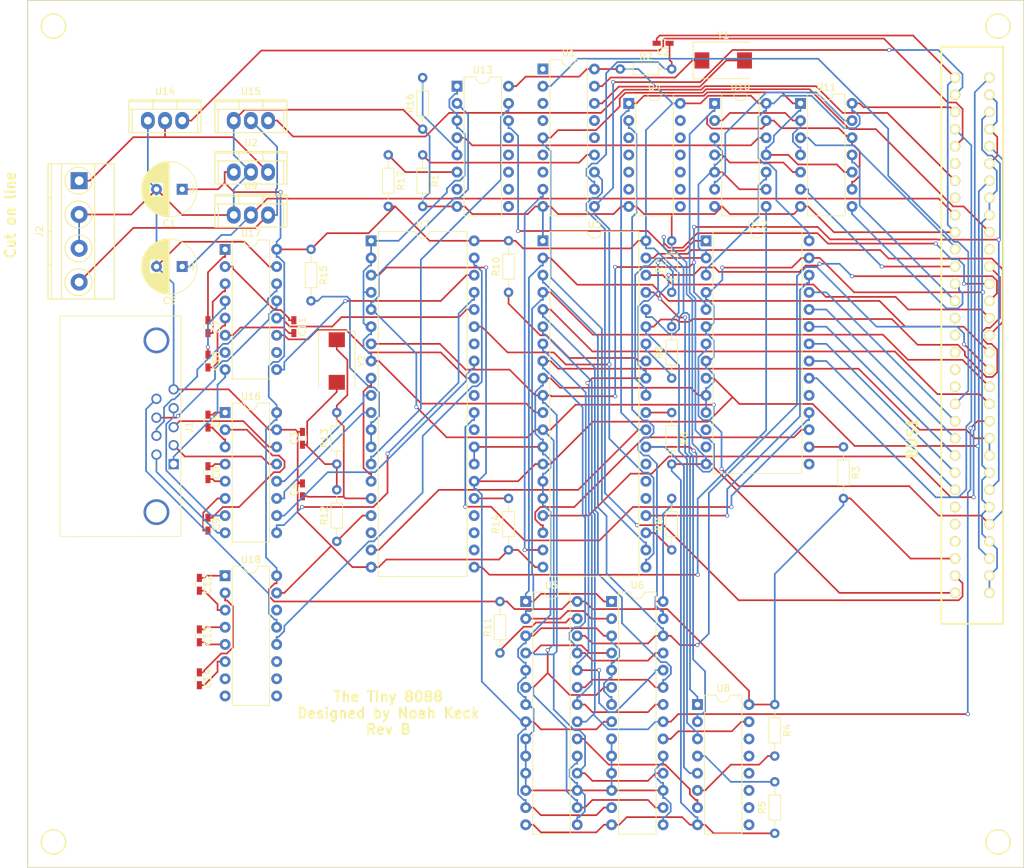
<source format=kicad_pcb>
(kicad_pcb (version 20171130) (host pcbnew "(5.1.12)-1")
  (layers (0 F.Cu mixed) (31 B.Cu mixed) (35 F.Paste user hide) (37 F.SilkS user hide) (39 F.Mask user hide) (44 Edge.Cuts user))
  (net 0 "")
  (net 1 GND)
  (net 2 "Net-(BUS1-Pad2)")
  (net 3 Vcc)
  (net 4 "Net-(BUS1-Pad4)")
  (net 5 "Net-(BUS1-Pad5)")
  (net 6 "Net-(BUS1-Pad7)")
  (net 7 "Net-(BUS1-Pad9)")
  (net 8 "Net-(BUS1-Pad11)")
  (net 9 "Net-(BUS1-Pad12)")
  (net 10 "Net-(BUS1-Pad13)")
  (net 11 "Net-(BUS1-Pad14)")
  (net 12 "Net-(BUS1-Pad20)")
  (net 13 "Net-(BUS1-Pad21)")
  (net 14 "Net-(BUS1-Pad22)")
  (net 15 "Net-(BUS1-Pad23)")
  (net 16 "Net-(BUS1-Pad24)")
  (net 17 "Net-(BUS1-Pad25)")
  (net 18 "Net-(BUS1-Pad30)")
  (net 19 "Net-(BUS1-Pad32)")
  (net 20 A0)
  (net 21 A6)
  (net 22 A4)
  (net 23 A2)
  (net 24 "Net-(BUS1-Pad41)")
  (net 25 A19)
  (net 26 A18)
  (net 27 A17)
  (net 28 A16)
  (net 29 A15)
  (net 30 A14)
  (net 31 A13)
  (net 32 A12)
  (net 33 A11)
  (net 34 A10)
  (net 35 A8)
  (net 36 "Net-(C2-Pad1)")
  (net 37 "Net-(C3-Pad1)")
  (net 38 SXI)
  (net 39 "Net-(J1-Pad1)")
  (net 40 "Net-(J1-Pad2)")
  (net 41 "Net-(J1-Pad3)")
  (net 42 "Net-(J1-Pad4)")
  (net 43 "Net-(J1-Pad6)")
  (net 44 "Net-(J1-Pad7)")
  (net 45 "Net-(J1-Pad8)")
  (net 46 "Net-(J1-Pad9)")
  (net 47 "Net-(J2-Pad4)")
  (net 48 "Net-(J2-Pad1)")
  (net 49 "Net-(R1-Pad1)")
  (net 50 "Net-(R3-Pad1)")
  (net 51 "Net-(R4-Pad2)")
  (net 52 "Net-(R5-Pad2)")
  (net 53 "Net-(R6-Pad1)")
  (net 54 "Net-(R7-Pad1)")
  (net 55 "Net-(R8-Pad1)")
  (net 56 "Net-(R9-Pad1)")
  (net 57 "Net-(R10-Pad1)")
  (net 58 "Net-(R11-Pad1)")
  (net 59 SXO)
  (net 60 "Net-(R14-Pad2)")
  (net 61 "Net-(R15-Pad2)")
  (net 62 "Net-(R16-Pad2)")
  (net 63 "Net-(R17-Pad1)")
  (net 64 "Net-(U1-Pad1)")
  (net 65 "Net-(U1-Pad3)")
  (net 66 "Net-(U1-Pad4)")
  (net 67 "Net-(U1-Pad14)")
  (net 68 "Net-(U1-Pad6)")
  (net 69 "Net-(U1-Pad15)")
  (net 70 "Net-(U1-Pad7)")
  (net 71 "Net-(U1-Pad16)")
  (net 72 "Net-(U1-Pad8)")
  (net 73 "Net-(U1-Pad17)")
  (net 74 INTA)
  (net 75 "Net-(U3-Pad25)")
  (net 76 "Net-(U3-Pad26)")
  (net 77 "Net-(U3-Pad7)")
  (net 78 "Net-(U3-Pad27)")
  (net 79 IO/M)
  (net 80 WR)
  (net 81 RD)
  (net 82 INT)
  (net 83 "Net-(U4-Pad2)")
  (net 84 "Net-(U5-Pad20)")
  (net 85 "Net-(U6-Pad20)")
  (net 86 "Net-(U10-Pad8)")
  (net 87 "Net-(U7-Pad22)")
  (net 88 "Net-(U7-Pad23)")
  (net 89 "Net-(U7-Pad24)")
  (net 90 "Net-(U7-Pad15)")
  (net 91 IRQ0)
  (net 92 "Net-(U7-Pad31)")
  (net 93 "Net-(U13-Pad15)")
  (net 94 "Net-(U7-Pad34)")
  (net 95 "Net-(U7-Pad18)")
  (net 96 "Net-(U8-Pad9)")
  (net 97 "Net-(U8-Pad10)")
  (net 98 "Net-(U8-Pad11)")
  (net 99 "Net-(U8-Pad12)")
  (net 100 "Net-(U8-Pad13)")
  (net 101 "Net-(U8-Pad14)")
  (net 102 "Net-(U10-Pad2)")
  (net 103 "Net-(U10-Pad10)")
  (net 104 "Net-(U10-Pad4)")
  (net 105 "Net-(U10-Pad12)")
  (net 106 "Net-(U10-Pad6)")
  (net 107 "Net-(U12-Pad1)")
  (net 108 "Net-(U12-Pad15)")
  (net 109 "Net-(U12-Pad19)")
  (net 110 "Net-(U12-Pad12)")
  (net 111 "Net-(U12-Pad13)")
  (net 112 "Net-(U13-Pad9)")
  (net 113 "Net-(U13-Pad10)")
  (net 114 "Net-(U13-Pad11)")
  (net 115 "Net-(U13-Pad12)")
  (net 116 "Net-(U13-Pad13)")
  (net 117 "Net-(U13-Pad7)")
  (net 118 "Net-(C6-Pad1)")
  (net 119 "Net-(C6-Pad2)")
  (net 120 "Net-(C7-Pad1)")
  (net 121 "Net-(C7-Pad2)")
  (net 122 "Net-(C8-Pad1)")
  (net 123 "Net-(C8-Pad2)")
  (net 124 "Net-(C9-Pad1)")
  (net 125 "Net-(C9-Pad2)")
  (net 126 "Net-(C10-Pad1)")
  (net 127 "Net-(C10-Pad2)")
  (net 128 "Net-(C11-Pad1)")
  (net 129 "Net-(C11-Pad2)")
  (net 130 "Net-(C12-Pad1)")
  (net 131 "Net-(C12-Pad2)")
  (net 132 "Net-(C13-Pad1)")
  (net 133 "Net-(C13-Pad2)")
  (net 134 "Net-(C14-Pad1)")
  (net 135 "Net-(C14-Pad2)")
  (net 136 "Net-(U16-Pad12)")
  (net 137 "Net-(U16-Pad11)")
  (net 138 "Net-(U17-Pad11)")
  (net 139 "Net-(U16-Pad10)")
  (net 140 "Net-(U17-Pad12)")
  (net 141 "Net-(U16-Pad9)")
  (net 142 "Net-(U17-Pad9)")
  (net 143 "Net-(U18-Pad12)")
  (net 144 "Net-(U17-Pad10)")
  (net 145 "Net-(U17-Pad7)")
  (net 146 "Net-(U18-Pad9)")
  (net 147 "Net-(U18-Pad10)")
  (net 148 "Net-(U18-Pad11)")
  (net 149 "Net-(U18-Pad14)")
  (net 150 "Net-(U18-Pad7)")
  (net 151 "Net-(U18-Pad8)")
  (net 152 "Net-(BUS1-Pad6)")
  (net 153 "Net-(BUS1-Pad8)")
  (net 154 "Net-(BUS1-Pad15)")
  (net 155 "Net-(BUS1-Pad16)")
  (net 156 "Net-(BUS1-Pad17)")
  (net 157 "Net-(BUS1-Pad18)")
  (net 158 "Net-(BUS1-Pad19)")
  (net 159 "Net-(BUS1-Pad26)")
  (net 160 "Net-(BUS1-Pad27)")
  (net 161 "Net-(BUS1-Pad28)")
  (net 162 "Net-(BUS1-Pad42)")
  (module Capacitors_THT:CP_Radial_D8.0mm_P3.80mm (layer F.Cu) (at 64.77 57.15 180)
    (fp_text reference C1 (at 1.9 -5.06 180) (layer F.SilkS))
    (fp_text value "10 uF")
    (pad 1 thru_hole rect (at 0 0 180) (size 1.6 1.6) (drill 0.8) (layers *.Cu *.Mask) (net 3 Vcc))
    (pad 2 thru_hole circle (at 3.8 0 180) (size 1.6 1.6) (drill 0.8) (layers *.Cu *.Mask) (net 1 GND))
  )
  (module Capacitors_SMD:C_0603_HandSoldering (layer F.Cu) (at 135.89 35.56 180)
    (fp_text reference C2 (at 0 -1.25 180) (layer F.SilkS))
    (fp_text value 1n)
    (pad 1 smd rect (at -0.95 0 180) (size 1.2 0.75) (layers F.Cu F.Paste F.Mask) (net 36 "Net-(C2-Pad1)"))
    (pad 2 smd rect (at 0.95 0 180) (size 1.2 0.75) (layers F.Cu F.Paste F.Mask) (net 1 GND))
  )
  (module Capacitors_SMD:C_0603_HandSoldering (layer F.Cu) (at 82.55 93.98 90)
    (fp_text reference C3 (at 0 -1.25 90) (layer F.SilkS))
    (fp_text value "10 pF")
    (pad 1 smd rect (at -0.95 0 90) (size 1.2 0.75) (layers F.Cu F.Paste F.Mask) (net 37 "Net-(C3-Pad1)"))
    (pad 2 smd rect (at 0.95 0 90) (size 1.2 0.75) (layers F.Cu F.Paste F.Mask) (net 1 GND))
  )
  (module Capacitors_SMD:C_0603_HandSoldering (layer F.Cu) (at 82.55 101.6 90)
    (fp_text reference C4 (at 0 -1.25 90) (layer F.SilkS))
    (fp_text value "10 pF")
    (pad 1 smd rect (at -0.95 0 90) (size 1.2 0.75) (layers F.Cu F.Paste F.Mask) (net 38 SXI))
    (pad 2 smd rect (at 0.95 0 90) (size 1.2 0.75) (layers F.Cu F.Paste F.Mask) (net 1 GND))
  )
  (module Capacitors_THT:CP_Radial_D8.0mm_P3.80mm (layer F.Cu) (at 64.77 68.58 180)
    (fp_text reference C5 (at 1.9 -5.06 180) (layer F.SilkS))
    (fp_text value "10 uF")
    (pad 1 thru_hole rect (at 0 0 180) (size 1.6 1.6) (drill 0.8) (layers *.Cu *.Mask) (net 7 "Net-(BUS1-Pad9)"))
    (pad 2 thru_hole circle (at 3.8 0 180) (size 1.6 1.6) (drill 0.8) (layers *.Cu *.Mask) (net 1 GND))
  )
  (module Capacitors_SMD:C_0603_HandSoldering (layer F.Cu) (at 68.58 91.44 270)
    (fp_text reference C6 (at 0 -1.25 270) (layer F.SilkS))
    (fp_text value "1 uF")
    (pad 1 smd rect (at -0.95 0 270) (size 1.2 0.75) (layers F.Cu F.Paste F.Mask) (net 118 "Net-(C6-Pad1)"))
    (pad 2 smd rect (at 0.95 0 270) (size 1.2 0.75) (layers F.Cu F.Paste F.Mask) (net 119 "Net-(C6-Pad2)"))
  )
  (module Capacitors_SMD:C_0603_HandSoldering (layer F.Cu) (at 68.58 77.47 270)
    (fp_text reference C7 (at 0 -1.25 270) (layer F.SilkS))
    (fp_text value "1 uF")
    (pad 1 smd rect (at -0.95 0 270) (size 1.2 0.75) (layers F.Cu F.Paste F.Mask) (net 120 "Net-(C7-Pad1)"))
    (pad 2 smd rect (at 0.95 0 270) (size 1.2 0.75) (layers F.Cu F.Paste F.Mask) (net 121 "Net-(C7-Pad2)"))
  )
  (module Capacitors_SMD:C_0603_HandSoldering (layer F.Cu) (at 68.58 99.06 270)
    (fp_text reference C8 (at 0 -1.25 270) (layer F.SilkS))
    (fp_text value "1 uF")
    (pad 1 smd rect (at -0.95 0 270) (size 1.2 0.75) (layers F.Cu F.Paste F.Mask) (net 122 "Net-(C8-Pad1)"))
    (pad 2 smd rect (at 0.95 0 270) (size 1.2 0.75) (layers F.Cu F.Paste F.Mask) (net 123 "Net-(C8-Pad2)"))
  )
  (module Capacitors_SMD:C_0603_HandSoldering (layer F.Cu) (at 68.58 106.68 270)
    (fp_text reference C9 (at 0 -1.25 270) (layer F.SilkS))
    (fp_text value "1 uF")
    (pad 1 smd rect (at -0.95 0 270) (size 1.2 0.75) (layers F.Cu F.Paste F.Mask) (net 124 "Net-(C9-Pad1)"))
    (pad 2 smd rect (at 0.95 0 270) (size 1.2 0.75) (layers F.Cu F.Paste F.Mask) (net 125 "Net-(C9-Pad2)"))
  )
  (module Capacitors_SMD:C_0603_HandSoldering (layer F.Cu) (at 68.58 82.55 270)
    (fp_text reference C10 (at 0 -1.25 270) (layer F.SilkS))
    (fp_text value "1 uF")
    (pad 1 smd rect (at -0.95 0 270) (size 1.2 0.75) (layers F.Cu F.Paste F.Mask) (net 126 "Net-(C10-Pad1)"))
    (pad 2 smd rect (at 0.95 0 270) (size 1.2 0.75) (layers F.Cu F.Paste F.Mask) (net 127 "Net-(C10-Pad2)"))
  )
  (module Capacitors_SMD:C_0603_HandSoldering (layer F.Cu) (at 81.28 77.47 270)
    (fp_text reference C11 (at 0 -1.25 270) (layer F.SilkS))
    (fp_text value "1 uF")
    (pad 1 smd rect (at -0.95 0 270) (size 1.2 0.75) (layers F.Cu F.Paste F.Mask) (net 128 "Net-(C11-Pad1)"))
    (pad 2 smd rect (at 0.95 0 270) (size 1.2 0.75) (layers F.Cu F.Paste F.Mask) (net 129 "Net-(C11-Pad2)"))
  )
  (module Capacitors_SMD:C_0603_HandSoldering (layer F.Cu) (at 67.31 115.57 270)
    (fp_text reference C12 (at 0 -1.25 270) (layer F.SilkS))
    (fp_text value "1 uF")
    (pad 1 smd rect (at -0.95 0 270) (size 1.2 0.75) (layers F.Cu F.Paste F.Mask) (net 130 "Net-(C12-Pad1)"))
    (pad 2 smd rect (at 0.95 0 270) (size 1.2 0.75) (layers F.Cu F.Paste F.Mask) (net 131 "Net-(C12-Pad2)"))
  )
  (module Capacitors_SMD:C_0603_HandSoldering (layer F.Cu) (at 67.31 123.19 270)
    (fp_text reference C13 (at 0 -1.25 270) (layer F.SilkS))
    (fp_text value "1 uF")
    (pad 1 smd rect (at -0.95 0 270) (size 1.2 0.75) (layers F.Cu F.Paste F.Mask) (net 132 "Net-(C13-Pad1)"))
    (pad 2 smd rect (at 0.95 0 270) (size 1.2 0.75) (layers F.Cu F.Paste F.Mask) (net 133 "Net-(C13-Pad2)"))
  )
  (module Capacitors_SMD:C_0603_HandSoldering (layer F.Cu) (at 67.31 129.54 270)
    (fp_text reference C14 (at 0 -1.25 270) (layer F.SilkS))
    (fp_text value "1 uF")
    (pad 1 smd rect (at -0.95 0 270) (size 1.2 0.75) (layers F.Cu F.Paste F.Mask) (net 134 "Net-(C14-Pad1)"))
    (pad 2 smd rect (at 0.95 0 270) (size 1.2 0.75) (layers F.Cu F.Paste F.Mask) (net 135 "Net-(C14-Pad2)"))
  )
  (module Connectors:DB9FC (layer F.Cu) (at 63.5 97.79 90)
    (fp_text reference J1 (at 5.46 2.28 90) (layer F.SilkS))
    (fp_text value DB9)
    (pad "" thru_hole circle (at 18.29 -2.54 90) (size 3.81 3.81) (drill 3.05) (layers *.Cu *.Mask))
    (pad "" thru_hole circle (at -7.11 -2.54 90) (size 3.81 3.81) (drill 3.05) (layers *.Cu *.Mask))
    (pad 1 thru_hole rect (at 0 0 90) (size 1.52 1.52) (drill 1.02) (layers *.Cu *.Mask) (net 39 "Net-(J1-Pad1)"))
    (pad 2 thru_hole circle (at 2.79 0 90) (size 1.52 1.52) (drill 1.02) (layers *.Cu *.Mask) (net 40 "Net-(J1-Pad2)"))
    (pad 3 thru_hole circle (at 5.46 0 90) (size 1.52 1.52) (drill 1.02) (layers *.Cu *.Mask) (net 41 "Net-(J1-Pad3)"))
    (pad 4 thru_hole circle (at 8.26 0 90) (size 1.52 1.52) (drill 1.02) (layers *.Cu *.Mask) (net 42 "Net-(J1-Pad4)"))
    (pad 5 thru_hole circle (at 11.05 0 90) (size 1.52 1.52) (drill 1.02) (layers *.Cu *.Mask) (net 1 GND))
    (pad 6 thru_hole circle (at 1.4 -2.54 90) (size 1.52 1.52) (drill 1.02) (layers *.Cu *.Mask) (net 43 "Net-(J1-Pad6)"))
    (pad 7 thru_hole circle (at 4.19 -2.54 90) (size 1.52 1.52) (drill 1.02) (layers *.Cu *.Mask) (net 44 "Net-(J1-Pad7)"))
    (pad 8 thru_hole circle (at 6.86 -2.54 90) (size 1.52 1.52) (drill 1.02) (layers *.Cu *.Mask) (net 45 "Net-(J1-Pad8)"))
    (pad 9 thru_hole circle (at 9.65 -2.54 90) (size 1.52 1.52) (drill 1.02) (layers *.Cu *.Mask) (net 46 "Net-(J1-Pad9)"))
  )
  (module Connectors_Terminal_Blocks:TerminalBlock_Pheonix_MKDS1.5-4pol (layer F.Cu) (at 49.53 55.88 270)
    (fp_text reference J2 (at 7.5 5.9 270) (layer F.SilkS))
    (fp_text value Screw_Terminal_1x04)
    (pad 4 thru_hole circle (at 15 0 270) (size 2.5 2.5) (drill 1.3) (layers *.Cu *.Mask) (net 47 "Net-(J2-Pad4)"))
    (pad 3 thru_hole circle (at 10 0 270) (size 2.5 2.5) (drill 1.3) (layers *.Cu *.Mask) (net 1 GND))
    (pad 1 thru_hole rect (at 0 0 270) (size 2.5 2.5) (drill 1.3) (layers *.Cu *.Mask) (net 48 "Net-(J2-Pad1)"))
    (pad 2 thru_hole circle (at 5 0 270) (size 2.5 2.5) (drill 1.3) (layers *.Cu *.Mask) (net 1 GND))
  )
  (module Resistors_THT:R_Axial_DIN0204_L3.6mm_D1.6mm_P7.62mm_Horizontal (layer F.Cu) (at 100.33 52.07 270)
    (fp_text reference R1 (at 3.81 -1.86 270) (layer F.SilkS))
    (fp_text value 10k)
    (pad 1 thru_hole circle (at 0 0 270) (size 1.4 1.4) (drill 0.7) (layers *.Cu *.Mask) (net 49 "Net-(R1-Pad1)"))
    (pad 2 thru_hole oval (at 7.62 0 270) (size 1.4 1.4) (drill 0.7) (layers *.Cu *.Mask) (net 1 GND))
  )
  (module Resistors_THT:R_Axial_DIN0204_L3.6mm_D1.6mm_P7.62mm_Horizontal (layer F.Cu) (at 129.54 39.37)
    (fp_text reference R2 (at 3.81 -1.86) (layer F.SilkS))
    (fp_text value 1k)
    (pad 1 thru_hole circle (at 0 0) (size 1.4 1.4) (drill 0.7) (layers *.Cu *.Mask) (net 3 Vcc))
    (pad 2 thru_hole oval (at 7.62 0) (size 1.4 1.4) (drill 0.7) (layers *.Cu *.Mask) (net 36 "Net-(C2-Pad1)"))
  )
  (module Resistors_THT:R_Axial_DIN0204_L3.6mm_D1.6mm_P7.62mm_Horizontal (layer F.Cu) (at 162.56 95.25 270)
    (fp_text reference R3 (at 3.81 -1.86 270) (layer F.SilkS))
    (fp_text value 10k)
    (pad 1 thru_hole circle (at 0 0 270) (size 1.4 1.4) (drill 0.7) (layers *.Cu *.Mask) (net 50 "Net-(R3-Pad1)"))
    (pad 2 thru_hole oval (at 7.62 0 270) (size 1.4 1.4) (drill 0.7) (layers *.Cu *.Mask) (net 3 Vcc))
  )
  (module Resistors_THT:R_Axial_DIN0204_L3.6mm_D1.6mm_P7.62mm_Horizontal (layer F.Cu) (at 152.4 133.35 270)
    (fp_text reference R4 (at 3.81 -1.86 270) (layer F.SilkS))
    (fp_text value 10k)
    (pad 1 thru_hole circle (at 0 0 270) (size 1.4 1.4) (drill 0.7) (layers *.Cu *.Mask) (net 3 Vcc))
    (pad 2 thru_hole oval (at 7.62 0 270) (size 1.4 1.4) (drill 0.7) (layers *.Cu *.Mask) (net 51 "Net-(R4-Pad2)"))
  )
  (module Resistors_THT:R_Axial_DIN0204_L3.6mm_D1.6mm_P7.62mm_Horizontal (layer F.Cu) (at 152.4 152.4 90)
    (fp_text reference R5 (at 3.81 -1.86 90) (layer F.SilkS))
    (fp_text value 10k)
    (pad 1 thru_hole circle (at 0 0 90) (size 1.4 1.4) (drill 0.7) (layers *.Cu *.Mask) (net 1 GND))
    (pad 2 thru_hole oval (at 7.62 0 90) (size 1.4 1.4) (drill 0.7) (layers *.Cu *.Mask) (net 52 "Net-(R5-Pad2)"))
  )
  (module Resistors_THT:R_Axial_DIN0204_L3.6mm_D1.6mm_P7.62mm_Horizontal (layer F.Cu) (at 137.16 90.17 270)
    (fp_text reference R6 (at 3.81 -1.86 270) (layer F.SilkS))
    (fp_text value 10k)
    (pad 1 thru_hole circle (at 0 0 270) (size 1.4 1.4) (drill 0.7) (layers *.Cu *.Mask) (net 53 "Net-(R6-Pad1)"))
    (pad 2 thru_hole oval (at 7.62 0 270) (size 1.4 1.4) (drill 0.7) (layers *.Cu *.Mask) (net 1 GND))
  )
  (module Resistors_THT:R_Axial_DIN0204_L3.6mm_D1.6mm_P7.62mm_Horizontal (layer F.Cu) (at 137.16 72.39 90)
    (fp_text reference R7 (at 3.81 -1.86 90) (layer F.SilkS))
    (fp_text value 10k)
    (pad 1 thru_hole circle (at 0 0 90) (size 1.4 1.4) (drill 0.7) (layers *.Cu *.Mask) (net 54 "Net-(R7-Pad1)"))
    (pad 2 thru_hole oval (at 7.62 0 90) (size 1.4 1.4) (drill 0.7) (layers *.Cu *.Mask) (net 1 GND))
  )
  (module Resistors_THT:R_Axial_DIN0204_L3.6mm_D1.6mm_P7.62mm_Horizontal (layer F.Cu) (at 137.16 85.09 90)
    (fp_text reference R8 (at 3.81 -1.86 90) (layer F.SilkS))
    (fp_text value 10k)
    (pad 1 thru_hole circle (at 0 0 90) (size 1.4 1.4) (drill 0.7) (layers *.Cu *.Mask) (net 55 "Net-(R8-Pad1)"))
    (pad 2 thru_hole oval (at 7.62 0 90) (size 1.4 1.4) (drill 0.7) (layers *.Cu *.Mask) (net 3 Vcc))
  )
  (module Resistors_THT:R_Axial_DIN0204_L3.6mm_D1.6mm_P7.62mm_Horizontal (layer F.Cu) (at 137.16 110.49 90)
    (fp_text reference R9 (at 3.81 -1.86 90) (layer F.SilkS))
    (fp_text value 10k)
    (pad 1 thru_hole circle (at 0 0 90) (size 1.4 1.4) (drill 0.7) (layers *.Cu *.Mask) (net 56 "Net-(R9-Pad1)"))
    (pad 2 thru_hole oval (at 7.62 0 90) (size 1.4 1.4) (drill 0.7) (layers *.Cu *.Mask) (net 3 Vcc))
  )
  (module Resistors_THT:R_Axial_DIN0204_L3.6mm_D1.6mm_P7.62mm_Horizontal (layer F.Cu) (at 113.03 72.39 90)
    (fp_text reference R10 (at 3.81 -1.86 90) (layer F.SilkS))
    (fp_text value 10k)
    (pad 1 thru_hole circle (at 0 0 90) (size 1.4 1.4) (drill 0.7) (layers *.Cu *.Mask) (net 57 "Net-(R10-Pad1)"))
    (pad 2 thru_hole oval (at 7.62 0 90) (size 1.4 1.4) (drill 0.7) (layers *.Cu *.Mask) (net 3 Vcc))
  )
  (module Resistors_THT:R_Axial_DIN0204_L3.6mm_D1.6mm_P7.62mm_Horizontal (layer F.Cu) (at 111.76 125.73 90)
    (fp_text reference R11 (at 3.81 -1.86 90) (layer F.SilkS))
    (fp_text value 10k)
    (pad 1 thru_hole circle (at 0 0 90) (size 1.4 1.4) (drill 0.7) (layers *.Cu *.Mask) (net 58 "Net-(R11-Pad1)"))
    (pad 2 thru_hole oval (at 7.62 0 90) (size 1.4 1.4) (drill 0.7) (layers *.Cu *.Mask) (net 3 Vcc))
  )
  (module Resistors_THT:R_Axial_DIN0204_L3.6mm_D1.6mm_P7.62mm_Horizontal (layer F.Cu) (at 87.63 109.22 90)
    (fp_text reference R12 (at 3.81 -1.86 90) (layer F.SilkS))
    (fp_text value 2.2k)
    (pad 1 thru_hole circle (at 0 0 90) (size 1.4 1.4) (drill 0.7) (layers *.Cu *.Mask) (net 59 SXO))
    (pad 2 thru_hole oval (at 7.62 0 90) (size 1.4 1.4) (drill 0.7) (layers *.Cu *.Mask) (net 37 "Net-(C3-Pad1)"))
  )
  (module Resistors_THT:R_Axial_DIN0204_L3.6mm_D1.6mm_P7.62mm_Horizontal (layer F.Cu) (at 87.63 97.79 90)
    (fp_text reference R13 (at 3.81 -1.86 90) (layer F.SilkS))
    (fp_text value 2.2k)
    (pad 1 thru_hole circle (at 0 0 90) (size 1.4 1.4) (drill 0.7) (layers *.Cu *.Mask) (net 37 "Net-(C3-Pad1)"))
    (pad 2 thru_hole oval (at 7.62 0 90) (size 1.4 1.4) (drill 0.7) (layers *.Cu *.Mask) (net 38 SXI))
  )
  (module Resistors_THT:R_Axial_DIN0204_L3.6mm_D1.6mm_P7.62mm_Horizontal (layer F.Cu) (at 113.03 110.49 90)
    (fp_text reference R14 (at 3.81 -1.86 90) (layer F.SilkS))
    (fp_text value 10k)
    (pad 1 thru_hole circle (at 0 0 90) (size 1.4 1.4) (drill 0.7) (layers *.Cu *.Mask) (net 1 GND))
    (pad 2 thru_hole oval (at 7.62 0 90) (size 1.4 1.4) (drill 0.7) (layers *.Cu *.Mask) (net 60 "Net-(R14-Pad2)"))
  )
  (module Resistors_THT:R_Axial_DIN0204_L3.6mm_D1.6mm_P7.62mm_Horizontal (layer F.Cu) (at 83.82 66.04 270)
    (fp_text reference R15 (at 3.81 -1.86 270) (layer F.SilkS))
    (fp_text value 10k)
    (pad 1 thru_hole circle (at 0 0 270) (size 1.4 1.4) (drill 0.7) (layers *.Cu *.Mask) (net 3 Vcc))
    (pad 2 thru_hole oval (at 7.62 0 270) (size 1.4 1.4) (drill 0.7) (layers *.Cu *.Mask) (net 61 "Net-(R15-Pad2)"))
  )
  (module Resistors_THT:R_Axial_DIN0204_L3.6mm_D1.6mm_P7.62mm_Horizontal (layer F.Cu) (at 100.33 48.26 90)
    (fp_text reference R16 (at 3.81 -1.86 90) (layer F.SilkS))
    (fp_text value 10k)
    (pad 1 thru_hole circle (at 0 0 90) (size 1.4 1.4) (drill 0.7) (layers *.Cu *.Mask) (net 1 GND))
    (pad 2 thru_hole oval (at 7.62 0 90) (size 1.4 1.4) (drill 0.7) (layers *.Cu *.Mask) (net 62 "Net-(R16-Pad2)"))
  )
  (module Resistors_THT:R_Axial_DIN0204_L3.6mm_D1.6mm_P7.62mm_Horizontal (layer F.Cu) (at 95.25 52.07 270)
    (fp_text reference R17 (at 3.81 -1.86 270) (layer F.SilkS))
    (fp_text value 10k)
    (pad 1 thru_hole circle (at 0 0 270) (size 1.4 1.4) (drill 0.7) (layers *.Cu *.Mask) (net 63 "Net-(R17-Pad1)"))
    (pad 2 thru_hole oval (at 7.62 0 270) (size 1.4 1.4) (drill 0.7) (layers *.Cu *.Mask) (net 3 Vcc))
  )
  (module Housings_DIP:DIP-18_W7.62mm (layer F.Cu) (at 118.11 39.37)
    (fp_text reference U1 (at 3.81 -2.39) (layer F.SilkS))
    (fp_text value 8284)
    (pad 1 thru_hole rect (at 0 0) (size 1.6 1.6) (drill 0.8) (layers *.Cu *.Mask) (net 64 "Net-(U1-Pad1)"))
    (pad 10 thru_hole oval (at 7.62 20.32) (size 1.6 1.6) (drill 0.8) (layers *.Cu *.Mask) (net 2 "Net-(BUS1-Pad2)"))
    (pad 2 thru_hole oval (at 0 2.54) (size 1.6 1.6) (drill 0.8) (layers *.Cu *.Mask) (net 12 "Net-(BUS1-Pad20)"))
    (pad 11 thru_hole oval (at 7.62 17.78) (size 1.6 1.6) (drill 0.8) (layers *.Cu *.Mask) (net 36 "Net-(C2-Pad1)"))
    (pad 3 thru_hole oval (at 0 5.08) (size 1.6 1.6) (drill 0.8) (layers *.Cu *.Mask) (net 65 "Net-(U1-Pad3)"))
    (pad 12 thru_hole oval (at 7.62 15.24) (size 1.6 1.6) (drill 0.8) (layers *.Cu *.Mask) (net 18 "Net-(BUS1-Pad30)"))
    (pad 4 thru_hole oval (at 0 7.62) (size 1.6 1.6) (drill 0.8) (layers *.Cu *.Mask) (net 66 "Net-(U1-Pad4)"))
    (pad 13 thru_hole oval (at 7.62 12.7) (size 1.6 1.6) (drill 0.8) (layers *.Cu *.Mask) (net 49 "Net-(R1-Pad1)"))
    (pad 5 thru_hole oval (at 0 10.16) (size 1.6 1.6) (drill 0.8) (layers *.Cu *.Mask) (net 24 "Net-(BUS1-Pad41)"))
    (pad 14 thru_hole oval (at 7.62 10.16) (size 1.6 1.6) (drill 0.8) (layers *.Cu *.Mask) (net 67 "Net-(U1-Pad14)"))
    (pad 6 thru_hole oval (at 0 12.7) (size 1.6 1.6) (drill 0.8) (layers *.Cu *.Mask) (net 68 "Net-(U1-Pad6)"))
    (pad 15 thru_hole oval (at 7.62 7.62) (size 1.6 1.6) (drill 0.8) (layers *.Cu *.Mask) (net 69 "Net-(U1-Pad15)"))
    (pad 7 thru_hole oval (at 0 15.24) (size 1.6 1.6) (drill 0.8) (layers *.Cu *.Mask) (net 70 "Net-(U1-Pad7)"))
    (pad 16 thru_hole oval (at 7.62 5.08) (size 1.6 1.6) (drill 0.8) (layers *.Cu *.Mask) (net 71 "Net-(U1-Pad16)"))
    (pad 8 thru_hole oval (at 0 17.78) (size 1.6 1.6) (drill 0.8) (layers *.Cu *.Mask) (net 72 "Net-(U1-Pad8)"))
    (pad 17 thru_hole oval (at 7.62 2.54) (size 1.6 1.6) (drill 0.8) (layers *.Cu *.Mask) (net 73 "Net-(U1-Pad17)"))
    (pad 9 thru_hole oval (at 0 20.32) (size 1.6 1.6) (drill 0.8) (layers *.Cu *.Mask) (net 1 GND))
    (pad 18 thru_hole oval (at 7.62 0) (size 1.6 1.6) (drill 0.8) (layers *.Cu *.Mask) (net 3 Vcc))
  )
  (module Power_Integrations:TO-220 (layer F.Cu) (at 74.93 54.61)
    (fp_text reference U2 (at 0 -4.318) (layer F.SilkS))
    (fp_text value LM2931AZ-5.0)
    (pad 2 thru_hole oval (at 0 0) (size 2.032 2.54) (drill 1.143) (layers *.Cu *.Mask) (net 1 GND))
    (pad 3 thru_hole oval (at 2.54 0) (size 2.032 2.54) (drill 1.143) (layers *.Cu *.Mask) (net 48 "Net-(J2-Pad1)"))
    (pad 1 thru_hole oval (at -2.54 0) (size 2.032 2.54) (drill 1.143) (layers *.Cu *.Mask) (net 3 Vcc))
  )
  (module Housings_DIP:DIP-40_W15.24mm (layer F.Cu) (at 118.11 64.77)
    (fp_text reference U3 (at 7.62 -2.39) (layer F.SilkS))
    (fp_text value 8088)
    (pad 1 thru_hole rect (at 0 0) (size 1.6 1.6) (drill 0.8) (layers *.Cu *.Mask) (net 1 GND))
    (pad 21 thru_hole oval (at 15.24 48.26) (size 1.6 1.6) (drill 0.8) (layers *.Cu *.Mask) (net 2 "Net-(BUS1-Pad2)"))
    (pad 2 thru_hole oval (at 0 2.54) (size 1.6 1.6) (drill 0.8) (layers *.Cu *.Mask) (net 30 A14))
    (pad 22 thru_hole oval (at 15.24 45.72) (size 1.6 1.6) (drill 0.8) (layers *.Cu *.Mask) (net 24 "Net-(BUS1-Pad41)"))
    (pad 3 thru_hole oval (at 0 5.08) (size 1.6 1.6) (drill 0.8) (layers *.Cu *.Mask) (net 31 A13))
    (pad 23 thru_hole oval (at 15.24 43.18) (size 1.6 1.6) (drill 0.8) (layers *.Cu *.Mask) (net 56 "Net-(R9-Pad1)"))
    (pad 4 thru_hole oval (at 0 7.62) (size 1.6 1.6) (drill 0.8) (layers *.Cu *.Mask) (net 32 A12))
    (pad 24 thru_hole oval (at 15.24 40.64) (size 1.6 1.6) (drill 0.8) (layers *.Cu *.Mask) (net 74 INTA))
    (pad 5 thru_hole oval (at 0 10.16) (size 1.6 1.6) (drill 0.8) (layers *.Cu *.Mask) (net 33 A11))
    (pad 25 thru_hole oval (at 15.24 38.1) (size 1.6 1.6) (drill 0.8) (layers *.Cu *.Mask) (net 75 "Net-(U3-Pad25)"))
    (pad 6 thru_hole oval (at 0 12.7) (size 1.6 1.6) (drill 0.8) (layers *.Cu *.Mask) (net 34 A10))
    (pad 26 thru_hole oval (at 15.24 35.56) (size 1.6 1.6) (drill 0.8) (layers *.Cu *.Mask) (net 76 "Net-(U3-Pad26)"))
    (pad 7 thru_hole oval (at 0 15.24) (size 1.6 1.6) (drill 0.8) (layers *.Cu *.Mask) (net 77 "Net-(U3-Pad7)"))
    (pad 27 thru_hole oval (at 15.24 33.02) (size 1.6 1.6) (drill 0.8) (layers *.Cu *.Mask) (net 78 "Net-(U3-Pad27)"))
    (pad 8 thru_hole oval (at 0 17.78) (size 1.6 1.6) (drill 0.8) (layers *.Cu *.Mask) (net 35 A8))
    (pad 28 thru_hole oval (at 15.24 30.48) (size 1.6 1.6) (drill 0.8) (layers *.Cu *.Mask) (net 79 IO/M))
    (pad 9 thru_hole oval (at 0 20.32) (size 1.6 1.6) (drill 0.8) (layers *.Cu *.Mask) (net 20 A0))
    (pad 29 thru_hole oval (at 15.24 27.94) (size 1.6 1.6) (drill 0.8) (layers *.Cu *.Mask) (net 80 WR))
    (pad 10 thru_hole oval (at 0 22.86) (size 1.6 1.6) (drill 0.8) (layers *.Cu *.Mask) (net 21 A6))
    (pad 30 thru_hole oval (at 15.24 25.4) (size 1.6 1.6) (drill 0.8) (layers *.Cu *.Mask) (net 53 "Net-(R6-Pad1)"))
    (pad 11 thru_hole oval (at 0 25.4) (size 1.6 1.6) (drill 0.8) (layers *.Cu *.Mask) (net 20 A0))
    (pad 31 thru_hole oval (at 15.24 22.86) (size 1.6 1.6) (drill 0.8) (layers *.Cu *.Mask) (net 54 "Net-(R7-Pad1)"))
    (pad 12 thru_hole oval (at 0 27.94) (size 1.6 1.6) (drill 0.8) (layers *.Cu *.Mask) (net 22 A4))
    (pad 32 thru_hole oval (at 15.24 20.32) (size 1.6 1.6) (drill 0.8) (layers *.Cu *.Mask) (net 81 RD))
    (pad 13 thru_hole oval (at 0 30.48) (size 1.6 1.6) (drill 0.8) (layers *.Cu *.Mask) (net 20 A0))
    (pad 33 thru_hole oval (at 15.24 17.78) (size 1.6 1.6) (drill 0.8) (layers *.Cu *.Mask) (net 57 "Net-(R10-Pad1)"))
    (pad 14 thru_hole oval (at 0 33.02) (size 1.6 1.6) (drill 0.8) (layers *.Cu *.Mask) (net 23 A2))
    (pad 34 thru_hole oval (at 15.24 15.24) (size 1.6 1.6) (drill 0.8) (layers *.Cu *.Mask) (net 55 "Net-(R8-Pad1)"))
    (pad 15 thru_hole oval (at 0 35.56) (size 1.6 1.6) (drill 0.8) (layers *.Cu *.Mask) (net 20 A0))
    (pad 35 thru_hole oval (at 15.24 12.7) (size 1.6 1.6) (drill 0.8) (layers *.Cu *.Mask) (net 25 A19))
    (pad 16 thru_hole oval (at 0 38.1) (size 1.6 1.6) (drill 0.8) (layers *.Cu *.Mask) (net 20 A0))
    (pad 36 thru_hole oval (at 15.24 10.16) (size 1.6 1.6) (drill 0.8) (layers *.Cu *.Mask) (net 26 A18))
    (pad 17 thru_hole oval (at 0 40.64) (size 1.6 1.6) (drill 0.8) (layers *.Cu *.Mask) (net 19 "Net-(BUS1-Pad32)"))
    (pad 37 thru_hole oval (at 15.24 7.62) (size 1.6 1.6) (drill 0.8) (layers *.Cu *.Mask) (net 27 A17))
    (pad 18 thru_hole oval (at 0 43.18) (size 1.6 1.6) (drill 0.8) (layers *.Cu *.Mask) (net 82 INT))
    (pad 38 thru_hole oval (at 15.24 5.08) (size 1.6 1.6) (drill 0.8) (layers *.Cu *.Mask) (net 28 A16))
    (pad 19 thru_hole oval (at 0 45.72) (size 1.6 1.6) (drill 0.8) (layers *.Cu *.Mask) (net 72 "Net-(U1-Pad8)"))
    (pad 39 thru_hole oval (at 15.24 2.54) (size 1.6 1.6) (drill 0.8) (layers *.Cu *.Mask) (net 29 A15))
    (pad 20 thru_hole oval (at 0 48.26) (size 1.6 1.6) (drill 0.8) (layers *.Cu *.Mask) (net 1 GND))
    (pad 40 thru_hole oval (at 15.24 0) (size 1.6 1.6) (drill 0.8) (layers *.Cu *.Mask) (net 3 Vcc))
  )
  (module Housings_DIP:DIP-14_W7.62mm (layer F.Cu) (at 130.81 44.45)
    (fp_text reference U4 (at 3.81 -2.39) (layer F.SilkS))
    (fp_text value 74LS04)
    (pad 1 thru_hole rect (at 0 0) (size 1.6 1.6) (drill 0.8) (layers *.Cu *.Mask) (net 80 WR))
    (pad 8 thru_hole oval (at 7.62 15.24) (size 1.6 1.6) (drill 0.8) (layers *.Cu *.Mask))
    (pad 2 thru_hole oval (at 0 2.54) (size 1.6 1.6) (drill 0.8) (layers *.Cu *.Mask) (net 83 "Net-(U4-Pad2)"))
    (pad 9 thru_hole oval (at 7.62 12.7) (size 1.6 1.6) (drill 0.8) (layers *.Cu *.Mask))
    (pad 3 thru_hole oval (at 0 5.08) (size 1.6 1.6) (drill 0.8) (layers *.Cu *.Mask))
    (pad 10 thru_hole oval (at 7.62 10.16) (size 1.6 1.6) (drill 0.8) (layers *.Cu *.Mask))
    (pad 4 thru_hole oval (at 0 7.62) (size 1.6 1.6) (drill 0.8) (layers *.Cu *.Mask))
    (pad 11 thru_hole oval (at 7.62 7.62) (size 1.6 1.6) (drill 0.8) (layers *.Cu *.Mask))
    (pad 5 thru_hole oval (at 0 10.16) (size 1.6 1.6) (drill 0.8) (layers *.Cu *.Mask))
    (pad 12 thru_hole oval (at 7.62 5.08) (size 1.6 1.6) (drill 0.8) (layers *.Cu *.Mask))
    (pad 6 thru_hole oval (at 0 12.7) (size 1.6 1.6) (drill 0.8) (layers *.Cu *.Mask))
    (pad 13 thru_hole oval (at 7.62 2.54) (size 1.6 1.6) (drill 0.8) (layers *.Cu *.Mask))
    (pad 7 thru_hole oval (at 0 15.24) (size 1.6 1.6) (drill 0.8) (layers *.Cu *.Mask) (net 1 GND))
    (pad 14 thru_hole oval (at 7.62 0) (size 1.6 1.6) (drill 0.8) (layers *.Cu *.Mask) (net 3 Vcc))
  )
  (module Housings_DIP:DIP-28_W7.62mm (layer F.Cu) (at 115.57 118.11)
    (fp_text reference U5 (at 3.81 -2.39) (layer F.SilkS))
    (fp_text value 28C256)
    (pad 1 thru_hole rect (at 0 0) (size 1.6 1.6) (drill 0.8) (layers *.Cu *.Mask) (net 30 A14))
    (pad 15 thru_hole oval (at 7.62 33.02) (size 1.6 1.6) (drill 0.8) (layers *.Cu *.Mask) (net 20 A0))
    (pad 2 thru_hole oval (at 0 2.54) (size 1.6 1.6) (drill 0.8) (layers *.Cu *.Mask) (net 32 A12))
    (pad 16 thru_hole oval (at 7.62 30.48) (size 1.6 1.6) (drill 0.8) (layers *.Cu *.Mask) (net 22 A4))
    (pad 3 thru_hole oval (at 0 5.08) (size 1.6 1.6) (drill 0.8) (layers *.Cu *.Mask) (net 20 A0))
    (pad 17 thru_hole oval (at 7.62 27.94) (size 1.6 1.6) (drill 0.8) (layers *.Cu *.Mask) (net 20 A0))
    (pad 4 thru_hole oval (at 0 7.62) (size 1.6 1.6) (drill 0.8) (layers *.Cu *.Mask) (net 21 A6))
    (pad 18 thru_hole oval (at 7.62 25.4) (size 1.6 1.6) (drill 0.8) (layers *.Cu *.Mask) (net 21 A6))
    (pad 5 thru_hole oval (at 0 10.16) (size 1.6 1.6) (drill 0.8) (layers *.Cu *.Mask) (net 20 A0))
    (pad 19 thru_hole oval (at 7.62 22.86) (size 1.6 1.6) (drill 0.8) (layers *.Cu *.Mask) (net 20 A0))
    (pad 6 thru_hole oval (at 0 12.7) (size 1.6 1.6) (drill 0.8) (layers *.Cu *.Mask) (net 22 A4))
    (pad 20 thru_hole oval (at 7.62 20.32) (size 1.6 1.6) (drill 0.8) (layers *.Cu *.Mask) (net 84 "Net-(U5-Pad20)"))
    (pad 7 thru_hole oval (at 0 15.24) (size 1.6 1.6) (drill 0.8) (layers *.Cu *.Mask) (net 20 A0))
    (pad 21 thru_hole oval (at 7.62 17.78) (size 1.6 1.6) (drill 0.8) (layers *.Cu *.Mask) (net 34 A10))
    (pad 8 thru_hole oval (at 0 17.78) (size 1.6 1.6) (drill 0.8) (layers *.Cu *.Mask) (net 23 A2))
    (pad 22 thru_hole oval (at 7.62 15.24) (size 1.6 1.6) (drill 0.8) (layers *.Cu *.Mask) (net 81 RD))
    (pad 9 thru_hole oval (at 0 20.32) (size 1.6 1.6) (drill 0.8) (layers *.Cu *.Mask) (net 20 A0))
    (pad 23 thru_hole oval (at 7.62 12.7) (size 1.6 1.6) (drill 0.8) (layers *.Cu *.Mask) (net 33 A11))
    (pad 10 thru_hole oval (at 0 22.86) (size 1.6 1.6) (drill 0.8) (layers *.Cu *.Mask) (net 20 A0))
    (pad 24 thru_hole oval (at 7.62 10.16) (size 1.6 1.6) (drill 0.8) (layers *.Cu *.Mask) (net 77 "Net-(U3-Pad7)"))
    (pad 11 thru_hole oval (at 0 25.4) (size 1.6 1.6) (drill 0.8) (layers *.Cu *.Mask) (net 20 A0))
    (pad 25 thru_hole oval (at 7.62 7.62) (size 1.6 1.6) (drill 0.8) (layers *.Cu *.Mask) (net 35 A8))
    (pad 12 thru_hole oval (at 0 27.94) (size 1.6 1.6) (drill 0.8) (layers *.Cu *.Mask) (net 20 A0))
    (pad 26 thru_hole oval (at 7.62 5.08) (size 1.6 1.6) (drill 0.8) (layers *.Cu *.Mask) (net 31 A13))
    (pad 13 thru_hole oval (at 0 30.48) (size 1.6 1.6) (drill 0.8) (layers *.Cu *.Mask) (net 23 A2))
    (pad 27 thru_hole oval (at 7.62 2.54) (size 1.6 1.6) (drill 0.8) (layers *.Cu *.Mask) (net 58 "Net-(R11-Pad1)"))
    (pad 14 thru_hole oval (at 0 33.02) (size 1.6 1.6) (drill 0.8) (layers *.Cu *.Mask) (net 1 GND))
    (pad 28 thru_hole oval (at 7.62 0) (size 1.6 1.6) (drill 0.8) (layers *.Cu *.Mask) (net 3 Vcc))
  )
  (module Housings_DIP:DIP-28_W7.62mm (layer F.Cu) (at 128.27 118.11)
    (fp_text reference U6 (at 3.81 -2.39) (layer F.SilkS))
    (fp_text value RAM_32KO)
    (pad 1 thru_hole rect (at 0 0) (size 1.6 1.6) (drill 0.8) (layers *.Cu *.Mask) (net 30 A14))
    (pad 15 thru_hole oval (at 7.62 33.02) (size 1.6 1.6) (drill 0.8) (layers *.Cu *.Mask) (net 20 A0))
    (pad 2 thru_hole oval (at 0 2.54) (size 1.6 1.6) (drill 0.8) (layers *.Cu *.Mask) (net 32 A12))
    (pad 16 thru_hole oval (at 7.62 30.48) (size 1.6 1.6) (drill 0.8) (layers *.Cu *.Mask) (net 22 A4))
    (pad 3 thru_hole oval (at 0 5.08) (size 1.6 1.6) (drill 0.8) (layers *.Cu *.Mask) (net 20 A0))
    (pad 17 thru_hole oval (at 7.62 27.94) (size 1.6 1.6) (drill 0.8) (layers *.Cu *.Mask) (net 20 A0))
    (pad 4 thru_hole oval (at 0 7.62) (size 1.6 1.6) (drill 0.8) (layers *.Cu *.Mask) (net 21 A6))
    (pad 18 thru_hole oval (at 7.62 25.4) (size 1.6 1.6) (drill 0.8) (layers *.Cu *.Mask) (net 21 A6))
    (pad 5 thru_hole oval (at 0 10.16) (size 1.6 1.6) (drill 0.8) (layers *.Cu *.Mask) (net 20 A0))
    (pad 19 thru_hole oval (at 7.62 22.86) (size 1.6 1.6) (drill 0.8) (layers *.Cu *.Mask) (net 20 A0))
    (pad 6 thru_hole oval (at 0 12.7) (size 1.6 1.6) (drill 0.8) (layers *.Cu *.Mask) (net 22 A4))
    (pad 20 thru_hole oval (at 7.62 20.32) (size 1.6 1.6) (drill 0.8) (layers *.Cu *.Mask) (net 85 "Net-(U6-Pad20)"))
    (pad 7 thru_hole oval (at 0 15.24) (size 1.6 1.6) (drill 0.8) (layers *.Cu *.Mask) (net 20 A0))
    (pad 21 thru_hole oval (at 7.62 17.78) (size 1.6 1.6) (drill 0.8) (layers *.Cu *.Mask) (net 34 A10))
    (pad 8 thru_hole oval (at 0 17.78) (size 1.6 1.6) (drill 0.8) (layers *.Cu *.Mask) (net 23 A2))
    (pad 22 thru_hole oval (at 7.62 15.24) (size 1.6 1.6) (drill 0.8) (layers *.Cu *.Mask) (net 81 RD))
    (pad 9 thru_hole oval (at 0 20.32) (size 1.6 1.6) (drill 0.8) (layers *.Cu *.Mask) (net 20 A0))
    (pad 23 thru_hole oval (at 7.62 12.7) (size 1.6 1.6) (drill 0.8) (layers *.Cu *.Mask) (net 33 A11))
    (pad 10 thru_hole oval (at 0 22.86) (size 1.6 1.6) (drill 0.8) (layers *.Cu *.Mask) (net 20 A0))
    (pad 24 thru_hole oval (at 7.62 10.16) (size 1.6 1.6) (drill 0.8) (layers *.Cu *.Mask) (net 77 "Net-(U3-Pad7)"))
    (pad 11 thru_hole oval (at 0 25.4) (size 1.6 1.6) (drill 0.8) (layers *.Cu *.Mask) (net 20 A0))
    (pad 25 thru_hole oval (at 7.62 7.62) (size 1.6 1.6) (drill 0.8) (layers *.Cu *.Mask) (net 35 A8))
    (pad 12 thru_hole oval (at 0 27.94) (size 1.6 1.6) (drill 0.8) (layers *.Cu *.Mask) (net 20 A0))
    (pad 26 thru_hole oval (at 7.62 5.08) (size 1.6 1.6) (drill 0.8) (layers *.Cu *.Mask) (net 31 A13))
    (pad 13 thru_hole oval (at 0 30.48) (size 1.6 1.6) (drill 0.8) (layers *.Cu *.Mask) (net 23 A2))
    (pad 27 thru_hole oval (at 7.62 2.54) (size 1.6 1.6) (drill 0.8) (layers *.Cu *.Mask) (net 83 "Net-(U4-Pad2)"))
    (pad 14 thru_hole oval (at 0 33.02) (size 1.6 1.6) (drill 0.8) (layers *.Cu *.Mask) (net 1 GND))
    (pad 28 thru_hole oval (at 7.62 0) (size 1.6 1.6) (drill 0.8) (layers *.Cu *.Mask) (net 3 Vcc))
  )
  (module Housings_DIP:DIP-40_W15.24mm (layer F.Cu) (at 92.71 64.77)
    (fp_text reference U7 (at 7.62 -2.39) (layer F.SilkS))
    (fp_text value 16450)
    (pad 1 thru_hole rect (at 0 0) (size 1.6 1.6) (drill 0.8) (layers *.Cu *.Mask) (net 20 A0))
    (pad 21 thru_hole oval (at 15.24 48.26) (size 1.6 1.6) (drill 0.8) (layers *.Cu *.Mask) (net 86 "Net-(U10-Pad8)"))
    (pad 2 thru_hole oval (at 0 2.54) (size 1.6 1.6) (drill 0.8) (layers *.Cu *.Mask) (net 20 A0))
    (pad 22 thru_hole oval (at 15.24 45.72) (size 1.6 1.6) (drill 0.8) (layers *.Cu *.Mask) (net 87 "Net-(U7-Pad22)"))
    (pad 3 thru_hole oval (at 0 5.08) (size 1.6 1.6) (drill 0.8) (layers *.Cu *.Mask) (net 23 A2))
    (pad 23 thru_hole oval (at 15.24 43.18) (size 1.6 1.6) (drill 0.8) (layers *.Cu *.Mask) (net 88 "Net-(U7-Pad23)"))
    (pad 4 thru_hole oval (at 0 7.62) (size 1.6 1.6) (drill 0.8) (layers *.Cu *.Mask) (net 20 A0))
    (pad 24 thru_hole oval (at 15.24 40.64) (size 1.6 1.6) (drill 0.8) (layers *.Cu *.Mask) (net 89 "Net-(U7-Pad24)"))
    (pad 5 thru_hole oval (at 0 10.16) (size 1.6 1.6) (drill 0.8) (layers *.Cu *.Mask) (net 22 A4))
    (pad 25 thru_hole oval (at 15.24 38.1) (size 1.6 1.6) (drill 0.8) (layers *.Cu *.Mask) (net 60 "Net-(R14-Pad2)"))
    (pad 6 thru_hole oval (at 0 12.7) (size 1.6 1.6) (drill 0.8) (layers *.Cu *.Mask) (net 20 A0))
    (pad 26 thru_hole oval (at 15.24 35.56) (size 1.6 1.6) (drill 0.8) (layers *.Cu *.Mask) (net 23 A2))
    (pad 7 thru_hole oval (at 0 15.24) (size 1.6 1.6) (drill 0.8) (layers *.Cu *.Mask) (net 21 A6))
    (pad 27 thru_hole oval (at 15.24 33.02) (size 1.6 1.6) (drill 0.8) (layers *.Cu *.Mask) (net 20 A0))
    (pad 8 thru_hole oval (at 0 17.78) (size 1.6 1.6) (drill 0.8) (layers *.Cu *.Mask) (net 20 A0))
    (pad 28 thru_hole oval (at 15.24 30.48) (size 1.6 1.6) (drill 0.8) (layers *.Cu *.Mask) (net 20 A0))
    (pad 9 thru_hole oval (at 0 20.32) (size 1.6 1.6) (drill 0.8) (layers *.Cu *.Mask) (net 90 "Net-(U7-Pad15)"))
    (pad 29 thru_hole oval (at 15.24 27.94) (size 1.6 1.6) (drill 0.8) (layers *.Cu *.Mask))
    (pad 10 thru_hole oval (at 0 22.86) (size 1.6 1.6) (drill 0.8) (layers *.Cu *.Mask) (net 136 "Net-(U16-Pad12)"))
    (pad 30 thru_hole oval (at 15.24 25.4) (size 1.6 1.6) (drill 0.8) (layers *.Cu *.Mask) (net 91 IRQ0))
    (pad 11 thru_hole oval (at 0 25.4) (size 1.6 1.6) (drill 0.8) (layers *.Cu *.Mask) (net 137 "Net-(U16-Pad11)"))
    (pad 31 thru_hole oval (at 15.24 22.86) (size 1.6 1.6) (drill 0.8) (layers *.Cu *.Mask) (net 92 "Net-(U7-Pad31)"))
    (pad 12 thru_hole oval (at 0 27.94) (size 1.6 1.6) (drill 0.8) (layers *.Cu *.Mask) (net 61 "Net-(R15-Pad2)"))
    (pad 32 thru_hole oval (at 15.24 20.32) (size 1.6 1.6) (drill 0.8) (layers *.Cu *.Mask) (net 138 "Net-(U17-Pad11)"))
    (pad 13 thru_hole oval (at 0 30.48) (size 1.6 1.6) (drill 0.8) (layers *.Cu *.Mask) (net 61 "Net-(R15-Pad2)"))
    (pad 33 thru_hole oval (at 15.24 17.78) (size 1.6 1.6) (drill 0.8) (layers *.Cu *.Mask) (net 139 "Net-(U16-Pad10)"))
    (pad 14 thru_hole oval (at 0 33.02) (size 1.6 1.6) (drill 0.8) (layers *.Cu *.Mask) (net 93 "Net-(U13-Pad15)"))
    (pad 34 thru_hole oval (at 15.24 15.24) (size 1.6 1.6) (drill 0.8) (layers *.Cu *.Mask) (net 94 "Net-(U7-Pad34)"))
    (pad 15 thru_hole oval (at 0 35.56) (size 1.6 1.6) (drill 0.8) (layers *.Cu *.Mask) (net 90 "Net-(U7-Pad15)"))
    (pad 35 thru_hole oval (at 15.24 12.7) (size 1.6 1.6) (drill 0.8) (layers *.Cu *.Mask) (net 2 "Net-(BUS1-Pad2)"))
    (pad 16 thru_hole oval (at 0 38.1) (size 1.6 1.6) (drill 0.8) (layers *.Cu *.Mask) (net 38 SXI))
    (pad 36 thru_hole oval (at 15.24 10.16) (size 1.6 1.6) (drill 0.8) (layers *.Cu *.Mask) (net 140 "Net-(U17-Pad12)"))
    (pad 17 thru_hole oval (at 0 40.64) (size 1.6 1.6) (drill 0.8) (layers *.Cu *.Mask) (net 59 SXO))
    (pad 37 thru_hole oval (at 15.24 7.62) (size 1.6 1.6) (drill 0.8) (layers *.Cu *.Mask) (net 141 "Net-(U16-Pad9)"))
    (pad 18 thru_hole oval (at 0 43.18) (size 1.6 1.6) (drill 0.8) (layers *.Cu *.Mask) (net 95 "Net-(U7-Pad18)"))
    (pad 38 thru_hole oval (at 15.24 5.08) (size 1.6 1.6) (drill 0.8) (layers *.Cu *.Mask) (net 142 "Net-(U17-Pad9)"))
    (pad 19 thru_hole oval (at 0 45.72) (size 1.6 1.6) (drill 0.8) (layers *.Cu *.Mask) (net 80 WR))
    (pad 39 thru_hole oval (at 15.24 2.54) (size 1.6 1.6) (drill 0.8) (layers *.Cu *.Mask) (net 143 "Net-(U18-Pad12)"))
    (pad 20 thru_hole oval (at 0 48.26) (size 1.6 1.6) (drill 0.8) (layers *.Cu *.Mask) (net 1 GND))
    (pad 40 thru_hole oval (at 15.24 0) (size 1.6 1.6) (drill 0.8) (layers *.Cu *.Mask) (net 3 Vcc))
  )
  (module Housings_DIP:DIP-16_W7.62mm (layer F.Cu) (at 140.97 133.35)
    (fp_text reference U8 (at 3.81 -2.39) (layer F.SilkS))
    (fp_text value 74LS138)
    (pad 1 thru_hole rect (at 0 0) (size 1.6 1.6) (drill 0.8) (layers *.Cu *.Mask) (net 27 A17))
    (pad 9 thru_hole oval (at 7.62 17.78) (size 1.6 1.6) (drill 0.8) (layers *.Cu *.Mask) (net 96 "Net-(U8-Pad9)"))
    (pad 2 thru_hole oval (at 0 2.54) (size 1.6 1.6) (drill 0.8) (layers *.Cu *.Mask) (net 26 A18))
    (pad 10 thru_hole oval (at 7.62 15.24) (size 1.6 1.6) (drill 0.8) (layers *.Cu *.Mask) (net 97 "Net-(U8-Pad10)"))
    (pad 3 thru_hole oval (at 0 5.08) (size 1.6 1.6) (drill 0.8) (layers *.Cu *.Mask) (net 25 A19))
    (pad 11 thru_hole oval (at 7.62 12.7) (size 1.6 1.6) (drill 0.8) (layers *.Cu *.Mask) (net 98 "Net-(U8-Pad11)"))
    (pad 4 thru_hole oval (at 0 7.62) (size 1.6 1.6) (drill 0.8) (layers *.Cu *.Mask) (net 52 "Net-(R5-Pad2)"))
    (pad 12 thru_hole oval (at 7.62 10.16) (size 1.6 1.6) (drill 0.8) (layers *.Cu *.Mask) (net 99 "Net-(U8-Pad12)"))
    (pad 5 thru_hole oval (at 0 10.16) (size 1.6 1.6) (drill 0.8) (layers *.Cu *.Mask) (net 79 IO/M))
    (pad 13 thru_hole oval (at 7.62 7.62) (size 1.6 1.6) (drill 0.8) (layers *.Cu *.Mask) (net 100 "Net-(U8-Pad13)"))
    (pad 6 thru_hole oval (at 0 12.7) (size 1.6 1.6) (drill 0.8) (layers *.Cu *.Mask) (net 51 "Net-(R4-Pad2)"))
    (pad 14 thru_hole oval (at 7.62 5.08) (size 1.6 1.6) (drill 0.8) (layers *.Cu *.Mask) (net 101 "Net-(U8-Pad14)"))
    (pad 7 thru_hole oval (at 0 15.24) (size 1.6 1.6) (drill 0.8) (layers *.Cu *.Mask) (net 84 "Net-(U5-Pad20)"))
    (pad 15 thru_hole oval (at 7.62 2.54) (size 1.6 1.6) (drill 0.8) (layers *.Cu *.Mask) (net 85 "Net-(U6-Pad20)"))
    (pad 8 thru_hole oval (at 0 17.78) (size 1.6 1.6) (drill 0.8) (layers *.Cu *.Mask) (net 1 GND))
    (pad 16 thru_hole oval (at 7.62 0) (size 1.6 1.6) (drill 0.8) (layers *.Cu *.Mask) (net 3 Vcc))
  )
  (module Power_Integrations:TO-220 (layer F.Cu) (at 74.93 60.96)
    (fp_text reference U9 (at 0 -4.318) (layer F.SilkS))
    (fp_text value NCP1117DT12G)
    (pad 2 thru_hole oval (at 0 0) (size 2.032 2.54) (drill 1.143) (layers *.Cu *.Mask) (net 7 "Net-(BUS1-Pad9)"))
    (pad 3 thru_hole oval (at 2.54 0) (size 2.032 2.54) (drill 1.143) (layers *.Cu *.Mask) (net 47 "Net-(J2-Pad4)"))
    (pad 1 thru_hole oval (at -2.54 0) (size 2.032 2.54) (drill 1.143) (layers *.Cu *.Mask) (net 1 GND))
  )
  (module Housings_DIP:DIP-14_W7.62mm (layer F.Cu) (at 143.51 44.45)
    (fp_text reference U10 (at 3.81 -2.39) (layer F.SilkS))
    (fp_text value 74LS04)
    (pad 1 thru_hole rect (at 0 0) (size 1.6 1.6) (drill 0.8) (layers *.Cu *.Mask) (net 79 IO/M))
    (pad 8 thru_hole oval (at 7.62 15.24) (size 1.6 1.6) (drill 0.8) (layers *.Cu *.Mask) (net 86 "Net-(U10-Pad8)"))
    (pad 2 thru_hole oval (at 0 2.54) (size 1.6 1.6) (drill 0.8) (layers *.Cu *.Mask) (net 102 "Net-(U10-Pad2)"))
    (pad 9 thru_hole oval (at 7.62 12.7) (size 1.6 1.6) (drill 0.8) (layers *.Cu *.Mask) (net 81 RD))
    (pad 3 thru_hole oval (at 0 5.08) (size 1.6 1.6) (drill 0.8) (layers *.Cu *.Mask) (net 81 RD))
    (pad 10 thru_hole oval (at 7.62 10.16) (size 1.6 1.6) (drill 0.8) (layers *.Cu *.Mask) (net 103 "Net-(U10-Pad10)"))
    (pad 4 thru_hole oval (at 0 7.62) (size 1.6 1.6) (drill 0.8) (layers *.Cu *.Mask) (net 104 "Net-(U10-Pad4)"))
    (pad 11 thru_hole oval (at 7.62 7.62) (size 1.6 1.6) (drill 0.8) (layers *.Cu *.Mask) (net 80 WR))
    (pad 5 thru_hole oval (at 0 10.16) (size 1.6 1.6) (drill 0.8) (layers *.Cu *.Mask) (net 81 RD))
    (pad 12 thru_hole oval (at 7.62 5.08) (size 1.6 1.6) (drill 0.8) (layers *.Cu *.Mask) (net 105 "Net-(U10-Pad12)"))
    (pad 6 thru_hole oval (at 0 12.7) (size 1.6 1.6) (drill 0.8) (layers *.Cu *.Mask) (net 106 "Net-(U10-Pad6)"))
    (pad 13 thru_hole oval (at 7.62 2.54) (size 1.6 1.6) (drill 0.8) (layers *.Cu *.Mask) (net 79 IO/M))
    (pad 7 thru_hole oval (at 0 15.24) (size 1.6 1.6) (drill 0.8) (layers *.Cu *.Mask) (net 1 GND))
    (pad 14 thru_hole oval (at 7.62 0) (size 1.6 1.6) (drill 0.8) (layers *.Cu *.Mask) (net 3 Vcc))
  )
  (module Housings_DIP:DIP-14_W7.62mm (layer F.Cu) (at 156.21 44.45)
    (fp_text reference U11 (at 3.81 -2.39) (layer F.SilkS))
    (fp_text value 7400)
    (pad 1 thru_hole rect (at 0 0) (size 1.6 1.6) (drill 0.8) (layers *.Cu *.Mask) (net 80 WR))
    (pad 8 thru_hole oval (at 7.62 15.24) (size 1.6 1.6) (drill 0.8) (layers *.Cu *.Mask) (net 10 "Net-(BUS1-Pad13)"))
    (pad 2 thru_hole oval (at 0 2.54) (size 1.6 1.6) (drill 0.8) (layers *.Cu *.Mask) (net 102 "Net-(U10-Pad2)"))
    (pad 9 thru_hole oval (at 7.62 12.7) (size 1.6 1.6) (drill 0.8) (layers *.Cu *.Mask) (net 79 IO/M))
    (pad 3 thru_hole oval (at 0 5.08) (size 1.6 1.6) (drill 0.8) (layers *.Cu *.Mask) (net 8 "Net-(BUS1-Pad11)"))
    (pad 10 thru_hole oval (at 7.62 10.16) (size 1.6 1.6) (drill 0.8) (layers *.Cu *.Mask) (net 80 WR))
    (pad 4 thru_hole oval (at 0 7.62) (size 1.6 1.6) (drill 0.8) (layers *.Cu *.Mask) (net 102 "Net-(U10-Pad2)"))
    (pad 11 thru_hole oval (at 7.62 7.62) (size 1.6 1.6) (drill 0.8) (layers *.Cu *.Mask) (net 11 "Net-(BUS1-Pad14)"))
    (pad 5 thru_hole oval (at 0 10.16) (size 1.6 1.6) (drill 0.8) (layers *.Cu *.Mask) (net 104 "Net-(U10-Pad4)"))
    (pad 12 thru_hole oval (at 7.62 5.08) (size 1.6 1.6) (drill 0.8) (layers *.Cu *.Mask) (net 79 IO/M))
    (pad 6 thru_hole oval (at 0 12.7) (size 1.6 1.6) (drill 0.8) (layers *.Cu *.Mask) (net 9 "Net-(BUS1-Pad12)"))
    (pad 13 thru_hole oval (at 7.62 2.54) (size 1.6 1.6) (drill 0.8) (layers *.Cu *.Mask) (net 106 "Net-(U10-Pad6)"))
    (pad 7 thru_hole oval (at 0 15.24) (size 1.6 1.6) (drill 0.8) (layers *.Cu *.Mask) (net 1 GND))
    (pad 14 thru_hole oval (at 7.62 0) (size 1.6 1.6) (drill 0.8) (layers *.Cu *.Mask) (net 3 Vcc))
  )
  (module Housings_DIP:DIP-28_W15.24mm (layer F.Cu) (at 142.24 64.77)
    (fp_text reference U12 (at 7.62 -2.39) (layer F.SilkS))
    (fp_text value 8259)
    (pad 1 thru_hole rect (at 0 0) (size 1.6 1.6) (drill 0.8) (layers *.Cu *.Mask) (net 107 "Net-(U12-Pad1)"))
    (pad 15 thru_hole oval (at 15.24 33.02) (size 1.6 1.6) (drill 0.8) (layers *.Cu *.Mask) (net 108 "Net-(U12-Pad15)"))
    (pad 2 thru_hole oval (at 0 2.54) (size 1.6 1.6) (drill 0.8) (layers *.Cu *.Mask) (net 81 RD))
    (pad 16 thru_hole oval (at 15.24 30.48) (size 1.6 1.6) (drill 0.8) (layers *.Cu *.Mask) (net 50 "Net-(R3-Pad1)"))
    (pad 3 thru_hole oval (at 0 5.08) (size 1.6 1.6) (drill 0.8) (layers *.Cu *.Mask) (net 103 "Net-(U10-Pad10)"))
    (pad 17 thru_hole oval (at 15.24 27.94) (size 1.6 1.6) (drill 0.8) (layers *.Cu *.Mask) (net 82 INT))
    (pad 4 thru_hole oval (at 0 7.62) (size 1.6 1.6) (drill 0.8) (layers *.Cu *.Mask) (net 20 A0))
    (pad 18 thru_hole oval (at 15.24 25.4) (size 1.6 1.6) (drill 0.8) (layers *.Cu *.Mask) (net 91 IRQ0))
    (pad 5 thru_hole oval (at 0 10.16) (size 1.6 1.6) (drill 0.8) (layers *.Cu *.Mask) (net 21 A6))
    (pad 19 thru_hole oval (at 15.24 22.86) (size 1.6 1.6) (drill 0.8) (layers *.Cu *.Mask) (net 109 "Net-(U12-Pad19)"))
    (pad 6 thru_hole oval (at 0 12.7) (size 1.6 1.6) (drill 0.8) (layers *.Cu *.Mask) (net 20 A0))
    (pad 20 thru_hole oval (at 15.24 20.32) (size 1.6 1.6) (drill 0.8) (layers *.Cu *.Mask) (net 4 "Net-(BUS1-Pad4)"))
    (pad 7 thru_hole oval (at 0 15.24) (size 1.6 1.6) (drill 0.8) (layers *.Cu *.Mask) (net 22 A4))
    (pad 21 thru_hole oval (at 15.24 17.78) (size 1.6 1.6) (drill 0.8) (layers *.Cu *.Mask) (net 17 "Net-(BUS1-Pad25)"))
    (pad 8 thru_hole oval (at 0 17.78) (size 1.6 1.6) (drill 0.8) (layers *.Cu *.Mask) (net 20 A0))
    (pad 22 thru_hole oval (at 15.24 15.24) (size 1.6 1.6) (drill 0.8) (layers *.Cu *.Mask) (net 16 "Net-(BUS1-Pad24)"))
    (pad 9 thru_hole oval (at 0 20.32) (size 1.6 1.6) (drill 0.8) (layers *.Cu *.Mask) (net 23 A2))
    (pad 23 thru_hole oval (at 15.24 12.7) (size 1.6 1.6) (drill 0.8) (layers *.Cu *.Mask) (net 15 "Net-(BUS1-Pad23)"))
    (pad 10 thru_hole oval (at 0 22.86) (size 1.6 1.6) (drill 0.8) (layers *.Cu *.Mask) (net 20 A0))
    (pad 24 thru_hole oval (at 15.24 10.16) (size 1.6 1.6) (drill 0.8) (layers *.Cu *.Mask) (net 14 "Net-(BUS1-Pad22)"))
    (pad 11 thru_hole oval (at 0 25.4) (size 1.6 1.6) (drill 0.8) (layers *.Cu *.Mask) (net 20 A0))
    (pad 25 thru_hole oval (at 15.24 7.62) (size 1.6 1.6) (drill 0.8) (layers *.Cu *.Mask) (net 13 "Net-(BUS1-Pad21)"))
    (pad 12 thru_hole oval (at 0 27.94) (size 1.6 1.6) (drill 0.8) (layers *.Cu *.Mask) (net 110 "Net-(U12-Pad12)"))
    (pad 26 thru_hole oval (at 15.24 5.08) (size 1.6 1.6) (drill 0.8) (layers *.Cu *.Mask) (net 74 INTA))
    (pad 13 thru_hole oval (at 0 30.48) (size 1.6 1.6) (drill 0.8) (layers *.Cu *.Mask) (net 111 "Net-(U12-Pad13)"))
    (pad 27 thru_hole oval (at 15.24 2.54) (size 1.6 1.6) (drill 0.8) (layers *.Cu *.Mask) (net 20 A0))
    (pad 14 thru_hole oval (at 0 33.02) (size 1.6 1.6) (drill 0.8) (layers *.Cu *.Mask) (net 1 GND))
    (pad 28 thru_hole oval (at 15.24 0) (size 1.6 1.6) (drill 0.8) (layers *.Cu *.Mask) (net 3 Vcc))
  )
  (module Housings_DIP:DIP-16_W7.62mm (layer F.Cu) (at 105.41 41.91)
    (fp_text reference U13 (at 3.81 -2.39) (layer F.SilkS))
    (fp_text value 74LS138)
    (pad 1 thru_hole rect (at 0 0) (size 1.6 1.6) (drill 0.8) (layers *.Cu *.Mask) (net 20 A0))
    (pad 9 thru_hole oval (at 7.62 17.78) (size 1.6 1.6) (drill 0.8) (layers *.Cu *.Mask) (net 112 "Net-(U13-Pad9)"))
    (pad 2 thru_hole oval (at 0 2.54) (size 1.6 1.6) (drill 0.8) (layers *.Cu *.Mask) (net 22 A4))
    (pad 10 thru_hole oval (at 7.62 15.24) (size 1.6 1.6) (drill 0.8) (layers *.Cu *.Mask) (net 113 "Net-(U13-Pad10)"))
    (pad 3 thru_hole oval (at 0 5.08) (size 1.6 1.6) (drill 0.8) (layers *.Cu *.Mask) (net 20 A0))
    (pad 11 thru_hole oval (at 7.62 12.7) (size 1.6 1.6) (drill 0.8) (layers *.Cu *.Mask) (net 114 "Net-(U13-Pad11)"))
    (pad 4 thru_hole oval (at 0 7.62) (size 1.6 1.6) (drill 0.8) (layers *.Cu *.Mask) (net 105 "Net-(U10-Pad12)"))
    (pad 12 thru_hole oval (at 7.62 10.16) (size 1.6 1.6) (drill 0.8) (layers *.Cu *.Mask) (net 115 "Net-(U13-Pad12)"))
    (pad 5 thru_hole oval (at 0 10.16) (size 1.6 1.6) (drill 0.8) (layers *.Cu *.Mask) (net 62 "Net-(R16-Pad2)"))
    (pad 13 thru_hole oval (at 7.62 7.62) (size 1.6 1.6) (drill 0.8) (layers *.Cu *.Mask) (net 116 "Net-(U13-Pad13)"))
    (pad 6 thru_hole oval (at 0 12.7) (size 1.6 1.6) (drill 0.8) (layers *.Cu *.Mask) (net 63 "Net-(R17-Pad1)"))
    (pad 14 thru_hole oval (at 7.62 5.08) (size 1.6 1.6) (drill 0.8) (layers *.Cu *.Mask) (net 107 "Net-(U12-Pad1)"))
    (pad 7 thru_hole oval (at 0 15.24) (size 1.6 1.6) (drill 0.8) (layers *.Cu *.Mask) (net 117 "Net-(U13-Pad7)"))
    (pad 15 thru_hole oval (at 7.62 2.54) (size 1.6 1.6) (drill 0.8) (layers *.Cu *.Mask) (net 93 "Net-(U13-Pad15)"))
    (pad 8 thru_hole oval (at 0 17.78) (size 1.6 1.6) (drill 0.8) (layers *.Cu *.Mask) (net 1 GND))
    (pad 16 thru_hole oval (at 7.62 0) (size 1.6 1.6) (drill 0.8) (layers *.Cu *.Mask) (net 3 Vcc))
  )
  (module Power_Integrations:TO-220 (layer F.Cu) (at 62.23 46.99)
    (fp_text reference U14 (at 0 -4.318) (layer F.SilkS))
    (fp_text value LM7905CT)
    (pad 2 thru_hole oval (at 0 0) (size 2.032 2.54) (drill 1.143) (layers *.Cu *.Mask) (net 48 "Net-(J2-Pad1)"))
    (pad 3 thru_hole oval (at 2.54 0) (size 2.032 2.54) (drill 1.143) (layers *.Cu *.Mask) (net 5 "Net-(BUS1-Pad5)"))
    (pad 1 thru_hole oval (at -2.54 0) (size 2.032 2.54) (drill 1.143) (layers *.Cu *.Mask) (net 1 GND))
  )
  (module Power_Integrations:TO-220 (layer F.Cu) (at 74.93 46.99)
    (fp_text reference U15 (at 0 -4.318) (layer F.SilkS))
    (fp_text value LM7912CT)
    (pad 2 thru_hole oval (at 0 0) (size 2.032 2.54) (drill 1.143) (layers *.Cu *.Mask) (net 47 "Net-(J2-Pad4)"))
    (pad 3 thru_hole oval (at 2.54 0) (size 2.032 2.54) (drill 1.143) (layers *.Cu *.Mask) (net 6 "Net-(BUS1-Pad7)"))
    (pad 1 thru_hole oval (at -2.54 0) (size 2.032 2.54) (drill 1.143) (layers *.Cu *.Mask) (net 1 GND))
  )
  (module Housings_DIP:DIP-16_W7.62mm (layer F.Cu) (at 71.12 90.17)
    (fp_text reference U16 (at 3.81 -2.39) (layer F.SilkS))
    (fp_text value MAX202)
    (pad 1 thru_hole rect (at 0 0) (size 1.6 1.6) (drill 0.8) (layers *.Cu *.Mask) (net 118 "Net-(C6-Pad1)"))
    (pad 9 thru_hole oval (at 7.62 17.78) (size 1.6 1.6) (drill 0.8) (layers *.Cu *.Mask) (net 141 "Net-(U16-Pad9)"))
    (pad 2 thru_hole oval (at 0 2.54) (size 1.6 1.6) (drill 0.8) (layers *.Cu *.Mask) (net 124 "Net-(C9-Pad1)"))
    (pad 10 thru_hole oval (at 7.62 15.24) (size 1.6 1.6) (drill 0.8) (layers *.Cu *.Mask) (net 139 "Net-(U16-Pad10)"))
    (pad 3 thru_hole oval (at 0 5.08) (size 1.6 1.6) (drill 0.8) (layers *.Cu *.Mask) (net 119 "Net-(C6-Pad2)"))
    (pad 11 thru_hole oval (at 7.62 12.7) (size 1.6 1.6) (drill 0.8) (layers *.Cu *.Mask) (net 137 "Net-(U16-Pad11)"))
    (pad 4 thru_hole oval (at 0 7.62) (size 1.6 1.6) (drill 0.8) (layers *.Cu *.Mask) (net 122 "Net-(C8-Pad1)"))
    (pad 12 thru_hole oval (at 7.62 10.16) (size 1.6 1.6) (drill 0.8) (layers *.Cu *.Mask) (net 136 "Net-(U16-Pad12)"))
    (pad 5 thru_hole oval (at 0 10.16) (size 1.6 1.6) (drill 0.8) (layers *.Cu *.Mask) (net 123 "Net-(C8-Pad2)"))
    (pad 13 thru_hole oval (at 7.62 7.62) (size 1.6 1.6) (drill 0.8) (layers *.Cu *.Mask) (net 40 "Net-(J1-Pad2)"))
    (pad 6 thru_hole oval (at 0 12.7) (size 1.6 1.6) (drill 0.8) (layers *.Cu *.Mask) (net 125 "Net-(C9-Pad2)"))
    (pad 14 thru_hole oval (at 7.62 5.08) (size 1.6 1.6) (drill 0.8) (layers *.Cu *.Mask) (net 41 "Net-(J1-Pad3)"))
    (pad 7 thru_hole oval (at 0 15.24) (size 1.6 1.6) (drill 0.8) (layers *.Cu *.Mask) (net 42 "Net-(J1-Pad4)"))
    (pad 15 thru_hole oval (at 7.62 2.54) (size 1.6 1.6) (drill 0.8) (layers *.Cu *.Mask) (net 1 GND))
    (pad 8 thru_hole oval (at 0 17.78) (size 1.6 1.6) (drill 0.8) (layers *.Cu *.Mask) (net 43 "Net-(J1-Pad6)"))
    (pad 16 thru_hole oval (at 7.62 0) (size 1.6 1.6) (drill 0.8) (layers *.Cu *.Mask) (net 3 Vcc))
  )
  (module Housings_DIP:DIP-16_W7.62mm (layer F.Cu) (at 71.12 66.04)
    (fp_text reference U17 (at 3.81 -2.39) (layer F.SilkS))
    (fp_text value MAX202)
    (pad 1 thru_hole rect (at 0 0) (size 1.6 1.6) (drill 0.8) (layers *.Cu *.Mask) (net 120 "Net-(C7-Pad1)"))
    (pad 9 thru_hole oval (at 7.62 17.78) (size 1.6 1.6) (drill 0.8) (layers *.Cu *.Mask) (net 142 "Net-(U17-Pad9)"))
    (pad 2 thru_hole oval (at 0 2.54) (size 1.6 1.6) (drill 0.8) (layers *.Cu *.Mask) (net 128 "Net-(C11-Pad1)"))
    (pad 10 thru_hole oval (at 7.62 15.24) (size 1.6 1.6) (drill 0.8) (layers *.Cu *.Mask) (net 144 "Net-(U17-Pad10)"))
    (pad 3 thru_hole oval (at 0 5.08) (size 1.6 1.6) (drill 0.8) (layers *.Cu *.Mask) (net 121 "Net-(C7-Pad2)"))
    (pad 11 thru_hole oval (at 7.62 12.7) (size 1.6 1.6) (drill 0.8) (layers *.Cu *.Mask) (net 138 "Net-(U17-Pad11)"))
    (pad 4 thru_hole oval (at 0 7.62) (size 1.6 1.6) (drill 0.8) (layers *.Cu *.Mask) (net 126 "Net-(C10-Pad1)"))
    (pad 12 thru_hole oval (at 7.62 10.16) (size 1.6 1.6) (drill 0.8) (layers *.Cu *.Mask) (net 140 "Net-(U17-Pad12)"))
    (pad 5 thru_hole oval (at 0 10.16) (size 1.6 1.6) (drill 0.8) (layers *.Cu *.Mask) (net 127 "Net-(C10-Pad2)"))
    (pad 13 thru_hole oval (at 7.62 7.62) (size 1.6 1.6) (drill 0.8) (layers *.Cu *.Mask) (net 45 "Net-(J1-Pad8)"))
    (pad 6 thru_hole oval (at 0 12.7) (size 1.6 1.6) (drill 0.8) (layers *.Cu *.Mask) (net 129 "Net-(C11-Pad2)"))
    (pad 14 thru_hole oval (at 7.62 5.08) (size 1.6 1.6) (drill 0.8) (layers *.Cu *.Mask) (net 44 "Net-(J1-Pad7)"))
    (pad 7 thru_hole oval (at 0 15.24) (size 1.6 1.6) (drill 0.8) (layers *.Cu *.Mask) (net 145 "Net-(U17-Pad7)"))
    (pad 15 thru_hole oval (at 7.62 2.54) (size 1.6 1.6) (drill 0.8) (layers *.Cu *.Mask) (net 1 GND))
    (pad 8 thru_hole oval (at 0 17.78) (size 1.6 1.6) (drill 0.8) (layers *.Cu *.Mask) (net 39 "Net-(J1-Pad1)"))
    (pad 16 thru_hole oval (at 7.62 0) (size 1.6 1.6) (drill 0.8) (layers *.Cu *.Mask) (net 3 Vcc))
  )
  (module Housings_DIP:DIP-16_W7.62mm (layer F.Cu) (at 71.12 114.3)
    (fp_text reference U18 (at 3.81 -2.39) (layer F.SilkS))
    (fp_text value MAX202)
    (pad 1 thru_hole rect (at 0 0) (size 1.6 1.6) (drill 0.8) (layers *.Cu *.Mask) (net 130 "Net-(C12-Pad1)"))
    (pad 9 thru_hole oval (at 7.62 17.78) (size 1.6 1.6) (drill 0.8) (layers *.Cu *.Mask) (net 146 "Net-(U18-Pad9)"))
    (pad 2 thru_hole oval (at 0 2.54) (size 1.6 1.6) (drill 0.8) (layers *.Cu *.Mask) (net 134 "Net-(C14-Pad1)"))
    (pad 10 thru_hole oval (at 7.62 15.24) (size 1.6 1.6) (drill 0.8) (layers *.Cu *.Mask) (net 147 "Net-(U18-Pad10)"))
    (pad 3 thru_hole oval (at 0 5.08) (size 1.6 1.6) (drill 0.8) (layers *.Cu *.Mask) (net 131 "Net-(C12-Pad2)"))
    (pad 11 thru_hole oval (at 7.62 12.7) (size 1.6 1.6) (drill 0.8) (layers *.Cu *.Mask) (net 148 "Net-(U18-Pad11)"))
    (pad 4 thru_hole oval (at 0 7.62) (size 1.6 1.6) (drill 0.8) (layers *.Cu *.Mask) (net 132 "Net-(C13-Pad1)"))
    (pad 12 thru_hole oval (at 7.62 10.16) (size 1.6 1.6) (drill 0.8) (layers *.Cu *.Mask) (net 143 "Net-(U18-Pad12)"))
    (pad 5 thru_hole oval (at 0 10.16) (size 1.6 1.6) (drill 0.8) (layers *.Cu *.Mask) (net 133 "Net-(C13-Pad2)"))
    (pad 13 thru_hole oval (at 7.62 7.62) (size 1.6 1.6) (drill 0.8) (layers *.Cu *.Mask) (net 46 "Net-(J1-Pad9)"))
    (pad 6 thru_hole oval (at 0 12.7) (size 1.6 1.6) (drill 0.8) (layers *.Cu *.Mask) (net 135 "Net-(C14-Pad2)"))
    (pad 14 thru_hole oval (at 7.62 5.08) (size 1.6 1.6) (drill 0.8) (layers *.Cu *.Mask) (net 149 "Net-(U18-Pad14)"))
    (pad 7 thru_hole oval (at 0 15.24) (size 1.6 1.6) (drill 0.8) (layers *.Cu *.Mask) (net 150 "Net-(U18-Pad7)"))
    (pad 15 thru_hole oval (at 7.62 2.54) (size 1.6 1.6) (drill 0.8) (layers *.Cu *.Mask) (net 1 GND))
    (pad 8 thru_hole oval (at 0 17.78) (size 1.6 1.6) (drill 0.8) (layers *.Cu *.Mask) (net 151 "Net-(U18-Pad8)"))
    (pad 16 thru_hole oval (at 7.62 0) (size 1.6 1.6) (drill 0.8) (layers *.Cu *.Mask) (net 3 Vcc))
  )
  (module Crystals:Crystal_SMD_FOX_FE-2pin_7.5x5.0mm (layer F.Cu) (at 144.78 38.1)
    (fp_text reference Y1 (at 0 -3.7) (layer F.SilkS))
    (fp_text value "8 MHz")
    (pad 1 smd rect (at -3.15 0) (size 2.2 2.4) (layers F.Cu F.Mask) (net 73 "Net-(U1-Pad17)"))
    (pad 2 smd rect (at 3.15 0) (size 2.2 2.4) (layers F.Cu F.Mask) (net 71 "Net-(U1-Pad16)"))
  )
  (module Crystals:Crystal_SMD_FOX_FE-2pin_7.5x5.0mm (layer F.Cu) (at 87.63 82.55 270)
    (fp_text reference Y2 (at 0 -3.7 270) (layer F.SilkS))
    (fp_text value "3.072 MHz")
    (pad 1 smd rect (at -3.15 0 270) (size 2.2 2.4) (layers F.Cu F.Mask) (net 38 SXI))
    (pad 2 smd rect (at 3.15 0 270) (size 2.2 2.4) (layers F.Cu F.Mask) (net 37 "Net-(C3-Pad1)"))
  )
  (module Connectors:ISA8 (layer F.Cu) (at 181.61 105.41 90)
    (fp_text reference BUS1 (at 11.43 -8.89 90) (layer F.SilkS) (effects (font (size 1.524 1.524) (thickness 0.3048))))
    (fp_text value BUSPC hide)
    (pad 1 thru_hole circle (at 64.77 -2.54 270) (size 1.524 1.524) (drill 1.016) (layers *.Cu *.Mask F.SilkS) (net 1 GND))
    (pad 2 thru_hole circle (at 62.23 -2.54 270) (size 1.524 1.524) (drill 1.016) (layers *.Cu *.Mask F.SilkS) (net 2 "Net-(BUS1-Pad2)"))
    (pad 3 thru_hole circle (at 59.69 -2.54 270) (size 1.524 1.524) (drill 1.016) (layers *.Cu *.Mask F.SilkS) (net 3 Vcc))
    (pad 4 thru_hole circle (at 57.15 -2.54 270) (size 1.524 1.524) (drill 1.016) (layers *.Cu *.Mask F.SilkS) (net 4 "Net-(BUS1-Pad4)"))
    (pad 5 thru_hole circle (at 54.61 -2.54 270) (size 1.524 1.524) (drill 1.016) (layers *.Cu *.Mask F.SilkS) (net 5 "Net-(BUS1-Pad5)"))
    (pad 6 thru_hole circle (at 52.07 -2.54 270) (size 1.524 1.524) (drill 1.016) (layers *.Cu *.Mask F.SilkS) (net 152 "Net-(BUS1-Pad6)"))
    (pad 7 thru_hole circle (at 49.53 -2.54 270) (size 1.524 1.524) (drill 1.016) (layers *.Cu *.Mask F.SilkS) (net 6 "Net-(BUS1-Pad7)"))
    (pad 8 thru_hole circle (at 46.99 -2.54 270) (size 1.524 1.524) (drill 1.016) (layers *.Cu *.Mask F.SilkS) (net 153 "Net-(BUS1-Pad8)"))
    (pad 9 thru_hole circle (at 44.45 -2.54 270) (size 1.524 1.524) (drill 1.016) (layers *.Cu *.Mask F.SilkS) (net 7 "Net-(BUS1-Pad9)"))
    (pad 10 thru_hole circle (at 41.91 -2.54 270) (size 1.524 1.524) (drill 1.016) (layers *.Cu *.Mask F.SilkS) (net 1 GND))
    (pad 11 thru_hole circle (at 39.37 -2.54 270) (size 1.524 1.524) (drill 1.016) (layers *.Cu *.Mask F.SilkS) (net 8 "Net-(BUS1-Pad11)"))
    (pad 12 thru_hole circle (at 36.83 -2.54 270) (size 1.524 1.524) (drill 1.016) (layers *.Cu *.Mask F.SilkS) (net 9 "Net-(BUS1-Pad12)"))
    (pad 13 thru_hole circle (at 34.29 -2.54 270) (size 1.524 1.524) (drill 1.016) (layers *.Cu *.Mask F.SilkS) (net 10 "Net-(BUS1-Pad13)"))
    (pad 14 thru_hole circle (at 31.75 -2.54 270) (size 1.524 1.524) (drill 1.016) (layers *.Cu *.Mask F.SilkS) (net 11 "Net-(BUS1-Pad14)"))
    (pad 15 thru_hole circle (at 29.21 -2.54 270) (size 1.524 1.524) (drill 1.016) (layers *.Cu *.Mask F.SilkS) (net 154 "Net-(BUS1-Pad15)"))
    (pad 16 thru_hole circle (at 26.67 -2.54 270) (size 1.524 1.524) (drill 1.016) (layers *.Cu *.Mask F.SilkS) (net 155 "Net-(BUS1-Pad16)"))
    (pad 17 thru_hole circle (at 24.13 -2.54 270) (size 1.524 1.524) (drill 1.016) (layers *.Cu *.Mask F.SilkS) (net 156 "Net-(BUS1-Pad17)"))
    (pad 18 thru_hole circle (at 21.59 -2.54 270) (size 1.524 1.524) (drill 1.016) (layers *.Cu *.Mask F.SilkS) (net 157 "Net-(BUS1-Pad18)"))
    (pad 19 thru_hole circle (at 19.05 -2.54 270) (size 1.524 1.524) (drill 1.016) (layers *.Cu *.Mask F.SilkS) (net 158 "Net-(BUS1-Pad19)"))
    (pad 20 thru_hole circle (at 16.51 -2.54 270) (size 1.524 1.524) (drill 1.016) (layers *.Cu *.Mask F.SilkS) (net 12 "Net-(BUS1-Pad20)"))
    (pad 21 thru_hole circle (at 13.97 -2.54 270) (size 1.524 1.524) (drill 1.016) (layers *.Cu *.Mask F.SilkS) (net 13 "Net-(BUS1-Pad21)"))
    (pad 22 thru_hole circle (at 11.43 -2.54 270) (size 1.524 1.524) (drill 1.016) (layers *.Cu *.Mask F.SilkS) (net 14 "Net-(BUS1-Pad22)"))
    (pad 23 thru_hole circle (at 8.89 -2.54 270) (size 1.524 1.524) (drill 1.016) (layers *.Cu *.Mask F.SilkS) (net 15 "Net-(BUS1-Pad23)"))
    (pad 24 thru_hole circle (at 6.35 -2.54 270) (size 1.524 1.524) (drill 1.016) (layers *.Cu *.Mask F.SilkS) (net 16 "Net-(BUS1-Pad24)"))
    (pad 25 thru_hole circle (at 3.81 -2.54 270) (size 1.524 1.524) (drill 1.016) (layers *.Cu *.Mask F.SilkS) (net 17 "Net-(BUS1-Pad25)"))
    (pad 26 thru_hole circle (at 1.27 -2.54 270) (size 1.524 1.524) (drill 1.016) (layers *.Cu *.Mask F.SilkS) (net 159 "Net-(BUS1-Pad26)"))
    (pad 27 thru_hole circle (at -1.27 -2.54 270) (size 1.524 1.524) (drill 1.016) (layers *.Cu *.Mask F.SilkS) (net 160 "Net-(BUS1-Pad27)"))
    (pad 28 thru_hole circle (at -3.81 -2.54 270) (size 1.524 1.524) (drill 1.016) (layers *.Cu *.Mask F.SilkS) (net 161 "Net-(BUS1-Pad28)"))
    (pad 29 thru_hole circle (at -6.35 -2.54 270) (size 1.524 1.524) (drill 1.016) (layers *.Cu *.Mask F.SilkS) (net 3 Vcc))
    (pad 30 thru_hole circle (at -8.89 -2.54 270) (size 1.524 1.524) (drill 1.016) (layers *.Cu *.Mask F.SilkS) (net 18 "Net-(BUS1-Pad30)"))
    (pad 31 thru_hole circle (at -11.43 -2.54 270) (size 1.524 1.524) (drill 1.016) (layers *.Cu *.Mask F.SilkS) (net 1 GND))
    (pad 32 thru_hole circle (at 64.77 2.54 270) (size 1.524 1.524) (drill 1.016) (layers *.Cu *.Mask F.SilkS) (net 19 "Net-(BUS1-Pad32)"))
    (pad 33 thru_hole circle (at 62.23 2.54 270) (size 1.524 1.524) (drill 1.016) (layers *.Cu *.Mask F.SilkS) (net 20 A0))
    (pad 34 thru_hole circle (at 59.69 2.54 270) (size 1.524 1.524) (drill 1.016) (layers *.Cu *.Mask F.SilkS) (net 21 A6))
    (pad 35 thru_hole circle (at 57.15 2.54 270) (size 1.524 1.524) (drill 1.016) (layers *.Cu *.Mask F.SilkS) (net 20 A0))
    (pad 36 thru_hole circle (at 54.61 2.54 270) (size 1.524 1.524) (drill 1.016) (layers *.Cu *.Mask F.SilkS) (net 22 A4))
    (pad 37 thru_hole circle (at 52.07 2.54 270) (size 1.524 1.524) (drill 1.016) (layers *.Cu *.Mask F.SilkS) (net 20 A0))
    (pad 38 thru_hole circle (at 49.53 2.54 270) (size 1.524 1.524) (drill 1.016) (layers *.Cu *.Mask F.SilkS) (net 23 A2))
    (pad 39 thru_hole circle (at 46.99 2.54 270) (size 1.524 1.524) (drill 1.016) (layers *.Cu *.Mask F.SilkS) (net 20 A0))
    (pad 40 thru_hole circle (at 44.45 2.54 270) (size 1.524 1.524) (drill 1.016) (layers *.Cu *.Mask F.SilkS) (net 20 A0))
    (pad 41 thru_hole circle (at 41.91 2.54 270) (size 1.524 1.524) (drill 1.016) (layers *.Cu *.Mask F.SilkS) (net 24 "Net-(BUS1-Pad41)"))
    (pad 42 thru_hole circle (at 39.37 2.54 270) (size 1.524 1.524) (drill 1.016) (layers *.Cu *.Mask F.SilkS) (net 162 "Net-(BUS1-Pad42)"))
    (pad 43 thru_hole circle (at 36.83 2.54 270) (size 1.524 1.524) (drill 1.016) (layers *.Cu *.Mask F.SilkS) (net 25 A19))
    (pad 44 thru_hole circle (at 34.29 2.54 270) (size 1.524 1.524) (drill 1.016) (layers *.Cu *.Mask F.SilkS) (net 26 A18))
    (pad 45 thru_hole circle (at 31.75 2.54 270) (size 1.524 1.524) (drill 1.016) (layers *.Cu *.Mask F.SilkS) (net 27 A17))
    (pad 46 thru_hole circle (at 29.21 2.54 270) (size 1.524 1.524) (drill 1.016) (layers *.Cu *.Mask F.SilkS) (net 28 A16))
    (pad 47 thru_hole circle (at 26.67 2.54 270) (size 1.524 1.524) (drill 1.016) (layers *.Cu *.Mask F.SilkS) (net 29 A15))
    (pad 48 thru_hole circle (at 24.13 2.54 270) (size 1.524 1.524) (drill 1.016) (layers *.Cu *.Mask F.SilkS) (net 30 A14))
    (pad 49 thru_hole circle (at 21.59 2.54 270) (size 1.524 1.524) (drill 1.016) (layers *.Cu *.Mask F.SilkS) (net 31 A13))
    (pad 50 thru_hole circle (at 19.05 2.54 270) (size 1.524 1.524) (drill 1.016) (layers *.Cu *.Mask F.SilkS) (net 32 A12))
    (pad 51 thru_hole circle (at 16.51 2.54 270) (size 1.524 1.524) (drill 1.016) (layers *.Cu *.Mask F.SilkS) (net 33 A11))
    (pad 52 thru_hole circle (at 13.97 2.54 270) (size 1.524 1.524) (drill 1.016) (layers *.Cu *.Mask F.SilkS) (net 34 A10))
    (pad 53 thru_hole circle (at 11.43 2.54 270) (size 1.524 1.524) (drill 1.016) (layers *.Cu *.Mask F.SilkS) (net 35 A8))
    (pad 54 thru_hole circle (at 8.89 2.54 270) (size 1.524 1.524) (drill 1.016) (layers *.Cu *.Mask F.SilkS) (net 35 A8))
    (pad 55 thru_hole circle (at 6.35 2.54 270) (size 1.524 1.524) (drill 1.016) (layers *.Cu *.Mask F.SilkS) (net 20 A0))
    (pad 56 thru_hole circle (at 3.81 2.54 270) (size 1.524 1.524) (drill 1.016) (layers *.Cu *.Mask F.SilkS) (net 21 A6))
    (pad 57 thru_hole circle (at 1.27 2.54 270) (size 1.524 1.524) (drill 1.016) (layers *.Cu *.Mask F.SilkS) (net 20 A0))
    (pad 58 thru_hole circle (at -1.27 2.54 270) (size 1.524 1.524) (drill 1.016) (layers *.Cu *.Mask F.SilkS) (net 22 A4))
    (pad 59 thru_hole circle (at -3.81 2.54 270) (size 1.524 1.524) (drill 1.016) (layers *.Cu *.Mask F.SilkS) (net 20 A0))
    (pad 60 thru_hole circle (at -6.35 2.54 270) (size 1.524 1.524) (drill 1.016) (layers *.Cu *.Mask F.SilkS) (net 23 A2))
    (pad 61 thru_hole circle (at -8.89 2.54 270) (size 1.524 1.524) (drill 1.016) (layers *.Cu *.Mask F.SilkS) (net 20 A0))
    (pad 62 thru_hole circle (at -11.43 2.54 270) (size 1.524 1.524) (drill 1.016) (layers *.Cu *.Mask F.SilkS) (net 20 A0))
  )
  (gr_line (start 41.91 157.48) (end 41.91 29.21) (layer Edge.Cuts) (width 0.1))
  (gr_line (start 189.23 157.48) (end 41.91 157.48) (layer Edge.Cuts) (width 0.1))
  (gr_line (start 189.23 29.21) (end 189.23 157.48) (layer Edge.Cuts) (width 0.1))
  (gr_line (start 41.91 29.21) (end 189.23 29.21) (layer Edge.Cuts) (width 0.1))
  (gr_line (start 41.91 157.48) (end 41.91 156.21) (angle 90) (layer F.SilkS) (width 0.2))
  (gr_line (start 189.23 157.48) (end 41.91 157.48) (angle 90) (layer F.SilkS) (width 0.2))
  (gr_line (start 189.23 29.21) (end 189.23 157.48) (angle 90) (layer F.SilkS) (width 0.2))
  (gr_line (start 41.91 29.21) (end 189.23 29.21) (angle 90) (layer F.SilkS) (width 0.2))
  (gr_line (start 41.91 33.02) (end 41.91 29.21) (angle 90) (layer F.SilkS) (width 0.2))
  (gr_line (start 41.91 156.21) (end 41.91 33.02) (layer F.SilkS) (width 0.2))
  (gr_circle (center 185.42 153.67) (end 184.15 152.4) (layer F.SilkS) (width 0.2))
  (gr_circle (center 45.72 153.67) (end 46.99 152.4) (layer F.SilkS) (width 0.2))
  (gr_circle (center 185.42 33.02) (end 184.15 31.75) (layer F.SilkS) (width 0.2))
  (gr_circle (center 45.72 33.02) (end 44.45 31.75) (layer F.SilkS) (width 0.2))
  (gr_text "The Tiny 8088\nDesigned by Noah Keck\nRev B" (at 95.25 134.62) (layer F.SilkS) (effects (font (size 1.5 1.5) (thickness 0.3))))
  (gr_text "Cut on line" (at 39.37 60.96 90) (layer F.SilkS) (effects (font (size 1.5 1.5) (thickness 0.3))))
  (segment (start 177.9805 41.7295) (end 179.07 40.64) (width 0.25) (layer B.Cu) (net 1))
  (segment (start 177.9805 62.4105) (end 177.9805 41.7295) (width 0.25) (layer B.Cu) (net 1))
  (segment (start 179.07 63.5) (end 177.9805 62.4105) (width 0.25) (layer B.Cu) (net 1))
  (segment (start 142.8027 97.79) (end 143.3653 97.79) (width 0.25) (layer F.Cu) (net 1))
  (segment (start 142.8027 97.79) (end 142.24 97.79) (width 0.25) (layer F.Cu) (net 1))
  (segment (start 142.24 97.79) (end 137.16 97.79) (width 0.25) (layer F.Cu) (net 1))
  (segment (start 82.55 93.03) (end 81.8497 93.03) (width 0.25) (layer F.Cu) (net 1))
  (segment (start 105.41 59.69) (end 100.33 59.69) (width 0.25) (layer F.Cu) (net 1))
  (segment (start 143.3653 152.4) (end 152.4 152.4) (width 0.25) (layer F.Cu) (net 1))
  (segment (start 142.0953 151.13) (end 143.3653 152.4) (width 0.25) (layer F.Cu) (net 1))
  (segment (start 140.97 151.13) (end 142.0953 151.13) (width 0.25) (layer F.Cu) (net 1))
  (segment (start 138.7194 150.0047) (end 139.8447 151.13) (width 0.25) (layer F.Cu) (net 1))
  (segment (start 130.5206 150.0047) (end 138.7194 150.0047) (width 0.25) (layer F.Cu) (net 1))
  (segment (start 129.3953 151.13) (end 130.5206 150.0047) (width 0.25) (layer F.Cu) (net 1))
  (segment (start 128.27 151.13) (end 129.3953 151.13) (width 0.25) (layer F.Cu) (net 1))
  (segment (start 140.97 151.13) (end 139.8447 151.13) (width 0.25) (layer F.Cu) (net 1))
  (segment (start 126.0194 152.2553) (end 127.1447 151.13) (width 0.25) (layer F.Cu) (net 1))
  (segment (start 117.8206 152.2553) (end 126.0194 152.2553) (width 0.25) (layer F.Cu) (net 1))
  (segment (start 116.6953 151.13) (end 117.8206 152.2553) (width 0.25) (layer F.Cu) (net 1))
  (segment (start 115.57 151.13) (end 116.6953 151.13) (width 0.25) (layer F.Cu) (net 1))
  (segment (start 128.27 151.13) (end 127.1447 151.13) (width 0.25) (layer F.Cu) (net 1))
  (segment (start 156.395 59.69) (end 157.3353 59.69) (width 0.25) (layer F.Cu) (net 1))
  (segment (start 156.395 59.69) (end 156.3546 59.69) (width 0.25) (layer F.Cu) (net 1))
  (segment (start 156.21 59.69) (end 156.3546 59.69) (width 0.25) (layer F.Cu) (net 1))
  (segment (start 143.51 59.69) (end 144.6353 59.69) (width 0.25) (layer F.Cu) (net 1))
  (segment (start 145.7606 60.8153) (end 144.6353 59.69) (width 0.25) (layer F.Cu) (net 1))
  (segment (start 155.2293 60.8153) (end 145.7606 60.8153) (width 0.25) (layer F.Cu) (net 1))
  (segment (start 156.3546 59.69) (end 155.2293 60.8153) (width 0.25) (layer F.Cu) (net 1))
  (segment (start 130.81 59.69) (end 131.9353 59.69) (width 0.25) (layer F.Cu) (net 1))
  (segment (start 92.1474 113.03) (end 92.71 113.03) (width 0.25) (layer F.Cu) (net 1))
  (segment (start 111.6153 111.9047) (end 113.03 110.49) (width 0.25) (layer F.Cu) (net 1))
  (segment (start 94.9606 111.9047) (end 111.6153 111.9047) (width 0.25) (layer F.Cu) (net 1))
  (segment (start 93.8353 113.03) (end 94.9606 111.9047) (width 0.25) (layer F.Cu) (net 1))
  (segment (start 92.71 113.03) (end 93.8353 113.03) (width 0.25) (layer F.Cu) (net 1))
  (segment (start 114.4447 110.49) (end 113.03 110.49) (width 0.25) (layer F.Cu) (net 1))
  (segment (start 116.9847 113.03) (end 114.4447 110.49) (width 0.25) (layer F.Cu) (net 1))
  (segment (start 118.11 113.03) (end 116.9847 113.03) (width 0.25) (layer F.Cu) (net 1))
  (segment (start 72.39 52.07) (end 74.93 54.61) (width 0.25) (layer B.Cu) (net 1))
  (segment (start 72.39 46.99) (end 72.39 52.07) (width 0.25) (layer B.Cu) (net 1))
  (segment (start 72.39 57.15) (end 74.93 54.61) (width 0.25) (layer B.Cu) (net 1))
  (segment (start 72.39 60.96) (end 72.39 57.15) (width 0.25) (layer B.Cu) (net 1))
  (segment (start 64.78 60.96) (end 60.97 57.15) (width 0.25) (layer F.Cu) (net 1))
  (segment (start 72.39 60.96) (end 64.78 60.96) (width 0.25) (layer F.Cu) (net 1))
  (segment (start 107.6606 60.8153) (end 106.5353 59.69) (width 0.25) (layer F.Cu) (net 1))
  (segment (start 115.8594 60.8153) (end 107.6606 60.8153) (width 0.25) (layer F.Cu) (net 1))
  (segment (start 116.9847 59.69) (end 115.8594 60.8153) (width 0.25) (layer F.Cu) (net 1))
  (segment (start 105.41 59.69) (end 106.5353 59.69) (width 0.25) (layer F.Cu) (net 1))
  (segment (start 161.1453 63.5) (end 157.3353 59.69) (width 0.25) (layer F.Cu) (net 1))
  (segment (start 179.07 63.5) (end 161.1453 63.5) (width 0.25) (layer F.Cu) (net 1))
  (segment (start 101.3553 57.6394) (end 100.33 58.6647) (width 0.25) (layer B.Cu) (net 1))
  (segment (start 101.3553 49.2853) (end 101.3553 57.6394) (width 0.25) (layer B.Cu) (net 1))
  (segment (start 100.33 48.26) (end 101.3553 49.2853) (width 0.25) (layer B.Cu) (net 1))
  (segment (start 100.33 59.69) (end 100.33 58.6647) (width 0.25) (layer B.Cu) (net 1))
  (segment (start 92.1474 113.03) (end 91.6973 113.03) (width 0.25) (layer F.Cu) (net 1))
  (segment (start 78.74 116.84) (end 79.8653 116.84) (width 0.25) (layer F.Cu) (net 1))
  (segment (start 79.8653 116.84) (end 86.8111 109.8942) (width 0.25) (layer F.Cu) (net 1))
  (segment (start 89.9468 113.03) (end 86.8111 109.8942) (width 0.25) (layer F.Cu) (net 1))
  (segment (start 91.6973 113.03) (end 89.9468 113.03) (width 0.25) (layer F.Cu) (net 1))
  (segment (start 137.16 64.77) (end 137.16 60.8165) (width 0.25) (layer F.Cu) (net 1))
  (segment (start 133.0618 60.8165) (end 137.16 60.8165) (width 0.25) (layer F.Cu) (net 1))
  (segment (start 131.9353 59.69) (end 133.0618 60.8165) (width 0.25) (layer F.Cu) (net 1))
  (segment (start 143.5088 60.8165) (end 144.6353 59.69) (width 0.25) (layer F.Cu) (net 1))
  (segment (start 137.16 60.8165) (end 143.5088 60.8165) (width 0.25) (layer F.Cu) (net 1))
  (segment (start 142.24 97.79) (end 142.24 96.6647) (width 0.25) (layer B.Cu) (net 1))
  (segment (start 137.16 64.77) (end 137.16 65.7953) (width 0.25) (layer B.Cu) (net 1))
  (segment (start 140.97 151.13) (end 140.97 150.0047) (width 0.25) (layer B.Cu) (net 1))
  (segment (start 137.16 97.79) (end 137.16 98.8153) (width 0.25) (layer B.Cu) (net 1))
  (segment (start 117.5474 59.69) (end 116.9847 59.69) (width 0.25) (layer F.Cu) (net 1))
  (segment (start 117.5474 59.69) (end 118.11 59.69) (width 0.25) (layer F.Cu) (net 1))
  (segment (start 128.5594 60.8153) (end 129.6847 59.69) (width 0.25) (layer F.Cu) (net 1))
  (segment (start 120.3606 60.8153) (end 128.5594 60.8153) (width 0.25) (layer F.Cu) (net 1))
  (segment (start 119.2353 59.69) (end 120.3606 60.8153) (width 0.25) (layer F.Cu) (net 1))
  (segment (start 118.11 59.69) (end 119.2353 59.69) (width 0.25) (layer F.Cu) (net 1))
  (segment (start 130.81 59.69) (end 129.6847 59.69) (width 0.25) (layer F.Cu) (net 1))
  (segment (start 49.53 60.88) (end 49.53 65.88) (width 0.25) (layer B.Cu) (net 1))
  (segment (start 57.24 60.88) (end 60.97 57.15) (width 0.25) (layer F.Cu) (net 1))
  (segment (start 49.53 60.88) (end 57.24 60.88) (width 0.25) (layer F.Cu) (net 1))
  (segment (start 82.55 100.65) (end 82.1999 100.65) (width 0.25) (layer F.Cu) (net 1))
  (segment (start 82.1999 100.65) (end 81.8497 100.65) (width 0.25) (layer F.Cu) (net 1))
  (segment (start 81.8497 100.2998) (end 81.8497 93.03) (width 0.25) (layer F.Cu) (net 1))
  (segment (start 82.1999 100.65) (end 81.8497 100.2998) (width 0.25) (layer F.Cu) (net 1))
  (segment (start 81.5297 92.71) (end 78.74 92.71) (width 0.25) (layer F.Cu) (net 1))
  (segment (start 81.8497 93.03) (end 81.5297 92.71) (width 0.25) (layer F.Cu) (net 1))
  (segment (start 71.6447 86.74) (end 63.5 86.74) (width 0.25) (layer F.Cu) (net 1))
  (segment (start 77.6147 92.71) (end 71.6447 86.74) (width 0.25) (layer F.Cu) (net 1))
  (segment (start 78.74 92.71) (end 77.6147 92.71) (width 0.25) (layer F.Cu) (net 1))
  (segment (start 134.94 35.56) (end 134.94 34.8597) (width 0.25) (layer F.Cu) (net 1))
  (segment (start 63.5 71.11) (end 60.97 68.58) (width 0.25) (layer B.Cu) (net 1))
  (segment (start 63.5 86.74) (end 63.5 71.11) (width 0.25) (layer B.Cu) (net 1))
  (segment (start 59.69 55.87) (end 60.97 57.15) (width 0.25) (layer B.Cu) (net 1))
  (segment (start 59.69 46.99) (end 59.69 55.87) (width 0.25) (layer B.Cu) (net 1))
  (segment (start 60.97 57.15) (end 60.97 68.58) (width 0.25) (layer B.Cu) (net 1))
  (segment (start 73.9942 45.3858) (end 72.39 46.99) (width 0.25) (layer F.Cu) (net 1))
  (segment (start 97.4558 45.3858) (end 73.9942 45.3858) (width 0.25) (layer F.Cu) (net 1))
  (segment (start 100.33 48.26) (end 97.4558 45.3858) (width 0.25) (layer F.Cu) (net 1))
  (segment (start 118.11 64.77) (end 118.11 59.69) (width 0.25) (layer B.Cu) (net 1))
  (segment (start 73.9493 64.9146) (end 77.6147 68.58) (width 0.25) (layer F.Cu) (net 1))
  (segment (start 64.6354 64.9146) (end 73.9493 64.9146) (width 0.25) (layer F.Cu) (net 1))
  (segment (start 60.97 68.58) (end 64.6354 64.9146) (width 0.25) (layer F.Cu) (net 1))
  (segment (start 78.74 68.58) (end 77.6147 68.58) (width 0.25) (layer F.Cu) (net 1))
  (segment (start 140.6887 150.0047) (end 140.97 150.0047) (width 0.25) (layer B.Cu) (net 1))
  (segment (start 138.52 147.836) (end 140.6887 150.0047) (width 0.25) (layer B.Cu) (net 1))
  (segment (start 138.52 100.1753) (end 138.52 147.836) (width 0.25) (layer B.Cu) (net 1))
  (segment (start 137.16 98.8153) (end 138.52 100.1753) (width 0.25) (layer B.Cu) (net 1))
  (segment (start 135.3903 34.4094) (end 134.94 34.8597) (width 0.25) (layer F.Cu) (net 1))
  (segment (start 172.8394 34.4094) (end 135.3903 34.4094) (width 0.25) (layer F.Cu) (net 1))
  (segment (start 179.07 40.64) (end 172.8394 34.4094) (width 0.25) (layer F.Cu) (net 1))
  (segment (start 143.3653 98.238) (end 143.3653 97.79) (width 0.25) (layer F.Cu) (net 1))
  (segment (start 161.9673 116.84) (end 143.3653 98.238) (width 0.25) (layer F.Cu) (net 1))
  (segment (start 179.07 116.84) (end 161.9673 116.84) (width 0.25) (layer F.Cu) (net 1))
  (segment (start 81.8497 104.9329) (end 86.8111 109.8942) (width 0.25) (layer F.Cu) (net 1))
  (segment (start 81.8497 100.65) (end 81.8497 104.9329) (width 0.25) (layer F.Cu) (net 1))
  (segment (start 142.0491 96.6647) (end 142.24 96.6647) (width 0.25) (layer B.Cu) (net 1))
  (segment (start 141.1005 95.7161) (end 142.0491 96.6647) (width 0.25) (layer B.Cu) (net 1))
  (segment (start 141.1005 95.6256) (end 141.1005 95.7161) (width 0.25) (layer B.Cu) (net 1))
  (segment (start 140.2142 94.7393) (end 141.1005 95.6256) (width 0.25) (layer B.Cu) (net 1))
  (segment (start 140.2141 94.7393) (end 140.2142 94.7393) (width 0.25) (layer B.Cu) (net 1))
  (segment (start 140.2141 73.485) (end 140.2141 94.7393) (width 0.25) (layer B.Cu) (net 1))
  (segment (start 139.3591 72.63) (end 140.2141 73.485) (width 0.25) (layer B.Cu) (net 1))
  (segment (start 139.3591 67.9944) (end 139.3591 72.63) (width 0.25) (layer B.Cu) (net 1))
  (segment (start 137.16 65.7953) (end 139.3591 67.9944) (width 0.25) (layer B.Cu) (net 1))
  (segment (start 133.35 113.03) (end 133.35 111.9047) (width 0.25) (layer B.Cu) (net 2))
  (segment (start 125.73 59.69) (end 125.73 60.8153) (width 0.25) (layer B.Cu) (net 2))
  (segment (start 107.95 77.47) (end 109.0753 77.47) (width 0.25) (layer F.Cu) (net 2))
  (segment (start 133.6145 111.9047) (end 133.35 111.9047) (width 0.25) (layer B.Cu) (net 2))
  (segment (start 134.4848 111.0344) (end 133.6145 111.9047) (width 0.25) (layer B.Cu) (net 2))
  (segment (start 134.4848 99.8601) (end 134.4848 111.0344) (width 0.25) (layer B.Cu) (net 2))
  (segment (start 133.6847 99.06) (end 134.4848 99.8601) (width 0.25) (layer B.Cu) (net 2))
  (segment (start 132.9546 99.06) (end 133.6847 99.06) (width 0.25) (layer B.Cu) (net 2))
  (segment (start 127.929 94.0344) (end 132.9546 99.06) (width 0.25) (layer B.Cu) (net 2))
  (segment (start 127.929 83.0618) (end 127.929 94.0344) (width 0.25) (layer B.Cu) (net 2))
  (segment (start 112.8853 81.28) (end 109.0753 77.47) (width 0.25) (layer F.Cu) (net 2))
  (segment (start 119.7128 81.28) (end 112.8853 81.28) (width 0.25) (layer F.Cu) (net 2))
  (segment (start 121.4946 83.0618) (end 119.7128 81.28) (width 0.25) (layer F.Cu) (net 2))
  (segment (start 127.929 83.0618) (end 121.4946 83.0618) (width 0.25) (layer F.Cu) (net 2))
  (segment (start 127.929 63.0143) (end 125.73 60.8153) (width 0.25) (layer B.Cu) (net 2))
  (segment (start 127.929 83.0618) (end 127.929 63.0143) (width 0.25) (layer B.Cu) (net 2))
  (segment (start 176.5779 36.5539) (end 169.3207 36.5539) (width 0.25) (layer B.Cu) (net 2))
  (segment (start 180.1648 40.1408) (end 176.5779 36.5539) (width 0.25) (layer B.Cu) (net 2))
  (segment (start 180.1648 42.0852) (end 180.1648 40.1408) (width 0.25) (layer B.Cu) (net 2))
  (segment (start 179.07 43.18) (end 180.1648 42.0852) (width 0.25) (layer B.Cu) (net 2))
  (segment (start 128.4905 56.9295) (end 128.4905 41.2983) (width 0.25) (layer B.Cu) (net 2))
  (segment (start 125.73 59.69) (end 128.4905 56.9295) (width 0.25) (layer B.Cu) (net 2))
  (segment (start 141.3956 41.2983) (end 128.4905 41.2983) (width 0.25) (layer F.Cu) (net 2))
  (segment (start 146.14 36.5539) (end 141.3956 41.2983) (width 0.25) (layer F.Cu) (net 2))
  (segment (start 169.3207 36.5539) (end 146.14 36.5539) (width 0.25) (layer F.Cu) (net 2))
  (segment (start 172.4753 111.76) (end 163.5853 102.87) (width 0.25) (layer F.Cu) (net 3))
  (segment (start 179.07 111.76) (end 172.4753 111.76) (width 0.25) (layer F.Cu) (net 3))
  (segment (start 162.56 102.87) (end 163.5853 102.87) (width 0.25) (layer F.Cu) (net 3))
  (segment (start 78.74 114.3) (end 78.74 113.1747) (width 0.25) (layer B.Cu) (net 3))
  (segment (start 78.74 90.7326) (end 78.74 91.2953) (width 0.25) (layer B.Cu) (net 3))
  (segment (start 123.4794 40.4953) (end 124.6047 39.37) (width 0.25) (layer F.Cu) (net 3))
  (segment (start 115.57 40.4953) (end 123.4794 40.4953) (width 0.25) (layer F.Cu) (net 3))
  (segment (start 114.1553 41.91) (end 115.57 40.4953) (width 0.25) (layer F.Cu) (net 3))
  (segment (start 113.03 41.91) (end 114.1553 41.91) (width 0.25) (layer F.Cu) (net 3))
  (segment (start 148.59 133.35) (end 152.4 133.35) (width 0.25) (layer F.Cu) (net 3))
  (segment (start 135.89 118.11) (end 134.7647 118.11) (width 0.25) (layer F.Cu) (net 3))
  (segment (start 123.7527 118.11) (end 124.3153 118.11) (width 0.25) (layer F.Cu) (net 3))
  (segment (start 123.7527 118.11) (end 123.19 118.11) (width 0.25) (layer F.Cu) (net 3))
  (segment (start 113.9107 119.2354) (end 112.7853 118.11) (width 0.25) (layer F.Cu) (net 3))
  (segment (start 120.9393 119.2354) (end 113.9107 119.2354) (width 0.25) (layer F.Cu) (net 3))
  (segment (start 122.0647 118.11) (end 120.9393 119.2354) (width 0.25) (layer F.Cu) (net 3))
  (segment (start 123.19 118.11) (end 122.0647 118.11) (width 0.25) (layer F.Cu) (net 3))
  (segment (start 151.13 44.45) (end 150.0047 44.45) (width 0.25) (layer F.Cu) (net 3))
  (segment (start 132.2247 39.37) (end 129.54 39.37) (width 0.25) (layer B.Cu) (net 3))
  (segment (start 137.3047 44.45) (end 132.2247 39.37) (width 0.25) (layer B.Cu) (net 3))
  (segment (start 138.43 44.45) (end 137.3047 44.45) (width 0.25) (layer B.Cu) (net 3))
  (segment (start 107.95 64.77) (end 113.03 64.77) (width 0.25) (layer F.Cu) (net 3))
  (segment (start 77.1644 111.5991) (end 78.74 113.1747) (width 0.25) (layer B.Cu) (net 3))
  (segment (start 77.1644 92.5895) (end 77.1644 111.5991) (width 0.25) (layer B.Cu) (net 3))
  (segment (start 78.4586 91.2953) (end 77.1644 92.5895) (width 0.25) (layer B.Cu) (net 3))
  (segment (start 78.74 91.2953) (end 78.4586 91.2953) (width 0.25) (layer B.Cu) (net 3))
  (segment (start 115.1807 65.8954) (end 114.0553 64.77) (width 0.25) (layer F.Cu) (net 3))
  (segment (start 131.0993 65.8954) (end 115.1807 65.8954) (width 0.25) (layer F.Cu) (net 3))
  (segment (start 132.2247 64.77) (end 131.0993 65.8954) (width 0.25) (layer F.Cu) (net 3))
  (segment (start 133.35 64.77) (end 132.2247 64.77) (width 0.25) (layer F.Cu) (net 3))
  (segment (start 113.03 64.77) (end 114.0553 64.77) (width 0.25) (layer F.Cu) (net 3))
  (segment (start 64.77 57.15) (end 65.8953 57.15) (width 0.25) (layer F.Cu) (net 3))
  (segment (start 125.1674 39.37) (end 124.6047 39.37) (width 0.25) (layer F.Cu) (net 3))
  (segment (start 125.1674 39.37) (end 125.73 39.37) (width 0.25) (layer F.Cu) (net 3))
  (segment (start 125.73 39.37) (end 129.54 39.37) (width 0.25) (layer F.Cu) (net 3))
  (segment (start 101.3553 64.77) (end 107.95 64.77) (width 0.25) (layer F.Cu) (net 3))
  (segment (start 96.2753 59.69) (end 101.3553 64.77) (width 0.25) (layer F.Cu) (net 3))
  (segment (start 95.25 59.69) (end 96.2753 59.69) (width 0.25) (layer F.Cu) (net 3))
  (segment (start 78.74 66.04) (end 83.82 66.04) (width 0.25) (layer F.Cu) (net 3))
  (segment (start 135.89 105.1653) (end 137.16 103.8953) (width 0.25) (layer B.Cu) (net 3))
  (segment (start 135.89 118.11) (end 135.89 105.1653) (width 0.25) (layer B.Cu) (net 3))
  (segment (start 137.16 102.87) (end 137.16 103.8953) (width 0.25) (layer B.Cu) (net 3))
  (segment (start 133.35 48.4047) (end 137.3047 44.45) (width 0.25) (layer B.Cu) (net 3))
  (segment (start 133.35 64.77) (end 133.35 48.4047) (width 0.25) (layer B.Cu) (net 3))
  (segment (start 134.7647 118.11) (end 134.7647 119.2353) (width 0.25) (layer F.Cu) (net 3))
  (segment (start 125.4406 119.2353) (end 134.7647 119.2353) (width 0.25) (layer F.Cu) (net 3))
  (segment (start 124.3153 118.11) (end 125.4406 119.2353) (width 0.25) (layer F.Cu) (net 3))
  (segment (start 137.16 77.47) (end 137.16 76.4447) (width 0.25) (layer B.Cu) (net 3))
  (segment (start 133.35 64.77) (end 133.35 65.8953) (width 0.25) (layer B.Cu) (net 3))
  (segment (start 152.4 114.0553) (end 162.56 103.8953) (width 0.25) (layer B.Cu) (net 3))
  (segment (start 152.4 133.35) (end 152.4 114.0553) (width 0.25) (layer B.Cu) (net 3))
  (segment (start 162.56 102.87) (end 162.56 103.8953) (width 0.25) (layer B.Cu) (net 3))
  (segment (start 112.2727 118.11) (end 112.7853 118.11) (width 0.25) (layer F.Cu) (net 3))
  (segment (start 112.2727 118.11) (end 111.76 118.11) (width 0.25) (layer F.Cu) (net 3))
  (segment (start 78.4586 115.4253) (end 78.74 115.4253) (width 0.25) (layer F.Cu) (net 3))
  (segment (start 77.6147 116.2692) (end 78.4586 115.4253) (width 0.25) (layer F.Cu) (net 3))
  (segment (start 77.6147 117.3464) (end 77.6147 116.2692) (width 0.25) (layer F.Cu) (net 3))
  (segment (start 78.3783 118.11) (end 77.6147 117.3464) (width 0.25) (layer F.Cu) (net 3))
  (segment (start 111.76 118.11) (end 78.3783 118.11) (width 0.25) (layer F.Cu) (net 3))
  (segment (start 78.74 114.3) (end 78.74 115.4253) (width 0.25) (layer F.Cu) (net 3))
  (segment (start 92.3207 63.6446) (end 96.2753 59.69) (width 0.25) (layer F.Cu) (net 3))
  (segment (start 86.2154 63.6446) (end 92.3207 63.6446) (width 0.25) (layer F.Cu) (net 3))
  (segment (start 83.82 66.04) (end 86.2154 63.6446) (width 0.25) (layer F.Cu) (net 3))
  (segment (start 79.3108 64.3439) (end 79.3108 57.5682) (width 0.25) (layer B.Cu) (net 3))
  (segment (start 78.74 64.9147) (end 79.3108 64.3439) (width 0.25) (layer B.Cu) (net 3))
  (segment (start 78.74 66.04) (end 78.74 64.9147) (width 0.25) (layer B.Cu) (net 3))
  (segment (start 72.39 54.61) (end 71.0487 54.61) (width 0.25) (layer F.Cu) (net 3))
  (segment (start 72.4401 57.5682) (end 79.3108 57.5682) (width 0.25) (layer F.Cu) (net 3))
  (segment (start 71.0487 56.1768) (end 72.4401 57.5682) (width 0.25) (layer F.Cu) (net 3))
  (segment (start 71.0487 54.61) (end 71.0487 56.1768) (width 0.25) (layer F.Cu) (net 3))
  (segment (start 70.0755 57.15) (end 65.8953 57.15) (width 0.25) (layer F.Cu) (net 3))
  (segment (start 71.0487 56.1768) (end 70.0755 57.15) (width 0.25) (layer F.Cu) (net 3))
  (segment (start 148.8793 43.3246) (end 150.0047 44.45) (width 0.25) (layer F.Cu) (net 3))
  (segment (start 142.5539 43.3246) (end 148.8793 43.3246) (width 0.25) (layer F.Cu) (net 3))
  (segment (start 141.4285 44.45) (end 142.5539 43.3246) (width 0.25) (layer F.Cu) (net 3))
  (segment (start 138.43 44.45) (end 141.4285 44.45) (width 0.25) (layer F.Cu) (net 3))
  (segment (start 78.74 90.7326) (end 78.74 90.17) (width 0.25) (layer B.Cu) (net 3))
  (segment (start 79.0214 67.1653) (end 78.74 67.1653) (width 0.25) (layer B.Cu) (net 3))
  (segment (start 79.8653 68.0092) (end 79.0214 67.1653) (width 0.25) (layer B.Cu) (net 3))
  (segment (start 79.8653 81.8051) (end 79.8653 68.0092) (width 0.25) (layer B.Cu) (net 3))
  (segment (start 78.9885 82.6819) (end 79.8653 81.8051) (width 0.25) (layer B.Cu) (net 3))
  (segment (start 78.2303 82.6819) (end 78.9885 82.6819) (width 0.25) (layer B.Cu) (net 3))
  (segment (start 77.5739 83.3383) (end 78.2303 82.6819) (width 0.25) (layer B.Cu) (net 3))
  (segment (start 77.5739 87.8786) (end 77.5739 83.3383) (width 0.25) (layer B.Cu) (net 3))
  (segment (start 78.74 89.0447) (end 77.5739 87.8786) (width 0.25) (layer B.Cu) (net 3))
  (segment (start 78.74 90.17) (end 78.74 89.0447) (width 0.25) (layer B.Cu) (net 3))
  (segment (start 78.74 66.04) (end 78.74 67.1653) (width 0.25) (layer B.Cu) (net 3))
  (segment (start 153.3806 43.3247) (end 152.2553 44.45) (width 0.25) (layer B.Cu) (net 3))
  (segment (start 157.844 43.3247) (end 153.3806 43.3247) (width 0.25) (layer B.Cu) (net 3))
  (segment (start 162.6367 48.1174) (end 157.844 43.3247) (width 0.25) (layer B.Cu) (net 3))
  (segment (start 164.3237 48.1174) (end 162.6367 48.1174) (width 0.25) (layer B.Cu) (net 3))
  (segment (start 164.9555 47.4856) (end 164.3237 48.1174) (width 0.25) (layer B.Cu) (net 3))
  (segment (start 164.9555 46.4195) (end 164.9555 47.4856) (width 0.25) (layer B.Cu) (net 3))
  (segment (start 164.1113 45.5753) (end 164.9555 46.4195) (width 0.25) (layer B.Cu) (net 3))
  (segment (start 163.83 45.5753) (end 164.1113 45.5753) (width 0.25) (layer B.Cu) (net 3))
  (segment (start 163.83 44.45) (end 163.83 45.5753) (width 0.25) (layer B.Cu) (net 3))
  (segment (start 151.13 44.45) (end 152.2553 44.45) (width 0.25) (layer B.Cu) (net 3))
  (segment (start 150.8486 45.5753) (end 151.13 45.5753) (width 0.25) (layer B.Cu) (net 3))
  (segment (start 150.0047 46.4192) (end 150.8486 45.5753) (width 0.25) (layer B.Cu) (net 3))
  (segment (start 150.0047 52.5841) (end 150.0047 46.4192) (width 0.25) (layer B.Cu) (net 3))
  (segment (start 150.7606 53.34) (end 150.0047 52.5841) (width 0.25) (layer B.Cu) (net 3))
  (segment (start 151.5167 53.34) (end 150.7606 53.34) (width 0.25) (layer B.Cu) (net 3))
  (segment (start 152.6283 54.4516) (end 151.5167 53.34) (width 0.25) (layer B.Cu) (net 3))
  (segment (start 152.6283 58.793) (end 152.6283 54.4516) (width 0.25) (layer B.Cu) (net 3))
  (segment (start 157.48 63.6447) (end 152.6283 58.793) (width 0.25) (layer B.Cu) (net 3))
  (segment (start 157.48 64.77) (end 157.48 63.6447) (width 0.25) (layer B.Cu) (net 3))
  (segment (start 151.13 44.45) (end 151.13 45.5753) (width 0.25) (layer B.Cu) (net 3))
  (segment (start 178.3698 45.0198) (end 179.07 45.72) (width 0.25) (layer F.Cu) (net 3))
  (segment (start 165.5251 45.0198) (end 178.3698 45.0198) (width 0.25) (layer F.Cu) (net 3))
  (segment (start 164.9553 44.45) (end 165.5251 45.0198) (width 0.25) (layer F.Cu) (net 3))
  (segment (start 163.83 44.45) (end 164.9553 44.45) (width 0.25) (layer F.Cu) (net 3))
  (segment (start 136.5051 119.2353) (end 134.7647 119.2353) (width 0.25) (layer F.Cu) (net 3))
  (segment (start 148.59 131.3202) (end 136.5051 119.2353) (width 0.25) (layer F.Cu) (net 3))
  (segment (start 148.59 133.35) (end 148.59 131.3202) (width 0.25) (layer F.Cu) (net 3))
  (segment (start 138.1973 75.4074) (end 137.16 76.4447) (width 0.25) (layer B.Cu) (net 3))
  (segment (start 138.1973 69.5276) (end 138.1973 75.4074) (width 0.25) (layer B.Cu) (net 3))
  (segment (start 134.565 65.8953) (end 138.1973 69.5276) (width 0.25) (layer B.Cu) (net 3))
  (segment (start 133.35 65.8953) (end 134.565 65.8953) (width 0.25) (layer B.Cu) (net 3))
  (segment (start 157.48 85.09) (end 158.6053 85.09) (width 0.25) (layer B.Cu) (net 4))
  (segment (start 181.476 50.666) (end 179.07 48.26) (width 0.25) (layer B.Cu) (net 4))
  (segment (start 181.476 91.4604) (end 181.476 50.666) (width 0.25) (layer B.Cu) (net 4))
  (segment (start 180.7257 92.2107) (end 181.476 91.4604) (width 0.25) (layer B.Cu) (net 4))
  (segment (start 180.7257 101.5558) (end 180.7257 92.2107) (width 0.25) (layer B.Cu) (net 4))
  (segment (start 179.5728 102.7087) (end 180.7257 101.5558) (width 0.25) (layer B.Cu) (net 4))
  (segment (start 176.224 102.7087) (end 179.5728 102.7087) (width 0.25) (layer B.Cu) (net 4))
  (segment (start 158.6053 85.09) (end 176.224 102.7087) (width 0.25) (layer B.Cu) (net 4))
  (segment (start 76.4648 36.6365) (end 66.1113 46.99) (width 0.25) (layer F.Cu) (net 5))
  (segment (start 135.3116 36.6365) (end 76.4648 36.6365) (width 0.25) (layer F.Cu) (net 5))
  (segment (start 135.9146 36.0335) (end 135.3116 36.6365) (width 0.25) (layer F.Cu) (net 5))
  (segment (start 135.9146 35.0503) (end 135.9146 36.0335) (width 0.25) (layer F.Cu) (net 5))
  (segment (start 136.1052 34.8597) (end 135.9146 35.0503) (width 0.25) (layer F.Cu) (net 5))
  (segment (start 168.528 34.8597) (end 136.1052 34.8597) (width 0.25) (layer F.Cu) (net 5))
  (segment (start 177.9862 44.3179) (end 168.528 34.8597) (width 0.25) (layer F.Cu) (net 5))
  (segment (start 179.213 44.3179) (end 177.9862 44.3179) (width 0.25) (layer F.Cu) (net 5))
  (segment (start 180.1784 45.2833) (end 179.213 44.3179) (width 0.25) (layer F.Cu) (net 5))
  (segment (start 180.1784 49.6916) (end 180.1784 45.2833) (width 0.25) (layer F.Cu) (net 5))
  (segment (start 179.07 50.8) (end 180.1784 49.6916) (width 0.25) (layer F.Cu) (net 5))
  (segment (start 64.77 46.99) (end 66.1113 46.99) (width 0.25) (layer F.Cu) (net 5))
  (segment (start 169.0498 45.8598) (end 179.07 55.88) (width 0.25) (layer F.Cu) (net 6))
  (segment (start 162.4458 45.8598) (end 169.0498 45.8598) (width 0.25) (layer F.Cu) (net 6))
  (segment (start 158.4923 41.9063) (end 162.4458 45.8598) (width 0.25) (layer F.Cu) (net 6))
  (segment (start 142.0615 41.9063) (end 158.4923 41.9063) (width 0.25) (layer F.Cu) (net 6))
  (segment (start 141.5437 42.4241) (end 142.0615 41.9063) (width 0.25) (layer F.Cu) (net 6))
  (segment (start 130.1389 42.4241) (end 141.5437 42.4241) (width 0.25) (layer F.Cu) (net 6))
  (segment (start 126.7135 45.8495) (end 130.1389 42.4241) (width 0.25) (layer F.Cu) (net 6))
  (segment (start 104.2434 45.8495) (end 126.7135 45.8495) (width 0.25) (layer F.Cu) (net 6))
  (segment (start 100.744 49.3489) (end 104.2434 45.8495) (width 0.25) (layer F.Cu) (net 6))
  (segment (start 81.1702 49.3489) (end 100.744 49.3489) (width 0.25) (layer F.Cu) (net 6))
  (segment (start 78.8113 46.99) (end 81.1702 49.3489) (width 0.25) (layer F.Cu) (net 6))
  (segment (start 77.47 46.99) (end 78.8113 46.99) (width 0.25) (layer F.Cu) (net 6))
  (segment (start 70.563 63.9123) (end 65.8953 68.58) (width 0.25) (layer B.Cu) (net 7))
  (segment (start 71.9777 63.9123) (end 70.563 63.9123) (width 0.25) (layer B.Cu) (net 7))
  (segment (start 74.93 60.96) (end 71.9777 63.9123) (width 0.25) (layer B.Cu) (net 7))
  (segment (start 64.77 68.58) (end 65.8953 68.58) (width 0.25) (layer B.Cu) (net 7))
  (segment (start 176.6403 58.5303) (end 179.07 60.96) (width 0.25) (layer F.Cu) (net 7))
  (segment (start 77.3597 58.5303) (end 176.6403 58.5303) (width 0.25) (layer F.Cu) (net 7))
  (segment (start 74.93 60.96) (end 77.3597 58.5303) (width 0.25) (layer F.Cu) (net 7))
  (segment (start 158.4606 50.6553) (end 157.3353 49.53) (width 0.25) (layer B.Cu) (net 8))
  (segment (start 164.0245 50.6553) (end 158.4606 50.6553) (width 0.25) (layer B.Cu) (net 8))
  (segment (start 179.07 65.7008) (end 164.0245 50.6553) (width 0.25) (layer B.Cu) (net 8))
  (segment (start 179.07 66.04) (end 179.07 65.7008) (width 0.25) (layer B.Cu) (net 8))
  (segment (start 156.21 49.53) (end 157.3353 49.53) (width 0.25) (layer B.Cu) (net 8))
  (segment (start 157.3353 57.685) (end 168.2303 68.58) (width 0.25) (layer B.Cu) (net 9))
  (segment (start 157.3353 57.15) (end 157.3353 57.685) (width 0.25) (layer B.Cu) (net 9))
  (segment (start 168.2303 68.58) (end 179.07 68.58) (width 0.25) (layer F.Cu) (net 9))
  (segment (start 156.21 57.15) (end 157.3353 57.15) (width 0.25) (layer B.Cu) (net 9))
  (segment (start 163.83 59.69) (end 163.83 60.8153) (width 0.25) (layer B.Cu) (net 10))
  (segment (start 177.7903 74.7756) (end 163.83 60.8153) (width 0.25) (layer B.Cu) (net 10))
  (segment (start 179.5018 74.7756) (end 177.7903 74.7756) (width 0.25) (layer B.Cu) (net 10))
  (segment (start 180.1708 74.1066) (end 179.5018 74.7756) (width 0.25) (layer B.Cu) (net 10))
  (segment (start 180.1708 72.4225) (end 180.1708 74.1066) (width 0.25) (layer B.Cu) (net 10))
  (segment (start 180.0084 72.4225) (end 180.1708 72.4225) (width 0.25) (layer B.Cu) (net 10))
  (segment (start 179.6421 72.0562) (end 180.0084 72.4225) (width 0.25) (layer B.Cu) (net 10))
  (segment (start 179.6421 71.6921) (end 179.6421 72.0562) (width 0.25) (layer B.Cu) (net 10))
  (segment (start 179.07 71.12) (end 179.6421 71.6921) (width 0.25) (layer B.Cu) (net 10))
  (segment (start 164.1114 53.1953) (end 163.83 53.1953) (width 0.25) (layer B.Cu) (net 11))
  (segment (start 164.9553 54.0392) (end 164.1114 53.1953) (width 0.25) (layer B.Cu) (net 11))
  (segment (start 164.9553 59.5453) (end 164.9553 54.0392) (width 0.25) (layer B.Cu) (net 11))
  (segment (start 179.07 73.66) (end 164.9553 59.5453) (width 0.25) (layer B.Cu) (net 11))
  (segment (start 163.83 52.07) (end 163.83 53.1953) (width 0.25) (layer B.Cu) (net 11))
  (segment (start 118.11 41.91) (end 119.2353 41.91) (width 0.25) (layer B.Cu) (net 12))
  (segment (start 123.2995 37.8458) (end 119.2353 41.91) (width 0.25) (layer B.Cu) (net 12))
  (segment (start 158.8199 37.8458) (end 123.2995 37.8458) (width 0.25) (layer B.Cu) (net 12))
  (segment (start 169.1802 48.2061) (end 158.8199 37.8458) (width 0.25) (layer B.Cu) (net 12))
  (segment (start 169.1802 55.1741) (end 169.1802 48.2061) (width 0.25) (layer B.Cu) (net 12))
  (segment (start 178.9354 64.9293) (end 169.1802 55.1741) (width 0.25) (layer B.Cu) (net 12))
  (segment (start 179.531 64.9293) (end 178.9354 64.9293) (width 0.25) (layer B.Cu) (net 12))
  (segment (start 181.0257 66.424) (end 179.531 64.9293) (width 0.25) (layer B.Cu) (net 12))
  (segment (start 181.0257 86.9443) (end 181.0257 66.424) (width 0.25) (layer B.Cu) (net 12))
  (segment (start 179.07 88.9) (end 181.0257 86.9443) (width 0.25) (layer B.Cu) (net 12))
  (segment (start 160.02 72.39) (end 179.07 91.44) (width 0.25) (layer B.Cu) (net 13))
  (segment (start 157.48 72.39) (end 160.02 72.39) (width 0.25) (layer B.Cu) (net 13))
  (segment (start 160.02 74.93) (end 179.07 93.98) (width 0.25) (layer B.Cu) (net 14))
  (segment (start 157.48 74.93) (end 160.02 74.93) (width 0.25) (layer B.Cu) (net 14))
  (segment (start 160.02 77.47) (end 179.07 96.52) (width 0.25) (layer B.Cu) (net 15))
  (segment (start 157.48 77.47) (end 160.02 77.47) (width 0.25) (layer B.Cu) (net 15))
  (segment (start 160.02 80.01) (end 179.07 99.06) (width 0.25) (layer B.Cu) (net 16))
  (segment (start 157.48 80.01) (end 160.02 80.01) (width 0.25) (layer B.Cu) (net 16))
  (segment (start 160.02 82.55) (end 179.07 101.6) (width 0.25) (layer B.Cu) (net 17))
  (segment (start 157.48 82.55) (end 160.02 82.55) (width 0.25) (layer B.Cu) (net 17))
  (segment (start 127.286 102.0637) (end 132.047 106.8247) (width 0.25) (layer B.Cu) (net 18))
  (segment (start 127.286 63.0462) (end 127.286 102.0637) (width 0.25) (layer B.Cu) (net 18))
  (segment (start 124.5694 60.3296) (end 127.286 63.0462) (width 0.25) (layer B.Cu) (net 18))
  (segment (start 124.5694 59.2502) (end 124.5694 60.3296) (width 0.25) (layer B.Cu) (net 18))
  (segment (start 125.3996 58.42) (end 124.5694 59.2502) (width 0.25) (layer B.Cu) (net 18))
  (segment (start 126.1035 58.42) (end 125.3996 58.42) (width 0.25) (layer B.Cu) (net 18))
  (segment (start 126.8741 57.6494) (end 126.1035 58.42) (width 0.25) (layer B.Cu) (net 18))
  (segment (start 126.8741 55.7541) (end 126.8741 57.6494) (width 0.25) (layer B.Cu) (net 18))
  (segment (start 125.73 54.61) (end 126.8741 55.7541) (width 0.25) (layer B.Cu) (net 18))
  (segment (start 135.9631 106.8247) (end 132.047 106.8247) (width 0.25) (layer F.Cu) (net 18))
  (segment (start 147.0681 117.9297) (end 135.9631 106.8247) (width 0.25) (layer F.Cu) (net 18))
  (segment (start 179.601 117.9297) (end 147.0681 117.9297) (width 0.25) (layer F.Cu) (net 18))
  (segment (start 180.1701 117.3606) (end 179.601 117.9297) (width 0.25) (layer F.Cu) (net 18))
  (segment (start 180.1701 115.4001) (end 180.1701 117.3606) (width 0.25) (layer F.Cu) (net 18))
  (segment (start 179.07 114.3) (end 180.1701 115.4001) (width 0.25) (layer F.Cu) (net 18))
  (segment (start 181.8013 92.9038) (end 181.8013 102.6874) (width 0.25) (layer B.Cu) (net 19))
  (segment (start 181.9763 92.7288) (end 181.8013 92.9038) (width 0.25) (layer B.Cu) (net 19))
  (segment (start 181.9763 42.8137) (end 181.9763 92.7288) (width 0.25) (layer B.Cu) (net 19))
  (segment (start 184.15 40.64) (end 181.9763 42.8137) (width 0.25) (layer B.Cu) (net 19))
  (segment (start 178.4332 102.6874) (end 181.8013 102.6874) (width 0.25) (layer F.Cu) (net 19))
  (segment (start 172.4105 96.6647) (end 178.4332 102.6874) (width 0.25) (layer F.Cu) (net 19))
  (segment (start 136.7425 96.6647) (end 172.4105 96.6647) (width 0.25) (layer F.Cu) (net 19))
  (segment (start 134.2026 99.2046) (end 136.7425 96.6647) (width 0.25) (layer F.Cu) (net 19))
  (segment (start 131.076 99.2046) (end 134.2026 99.2046) (width 0.25) (layer F.Cu) (net 19))
  (segment (start 124.8706 105.41) (end 131.076 99.2046) (width 0.25) (layer F.Cu) (net 19))
  (segment (start 118.11 105.41) (end 124.8706 105.41) (width 0.25) (layer F.Cu) (net 19))
  (segment (start 184.15 116.84) (end 184.15 114.3) (width 0.25) (layer B.Cu) (net 20))
  (segment (start 185.2739 110.3439) (end 184.15 109.22) (width 0.25) (layer B.Cu) (net 20))
  (segment (start 185.2739 113.1761) (end 185.2739 110.3439) (width 0.25) (layer B.Cu) (net 20))
  (segment (start 184.15 114.3) (end 185.2739 113.1761) (width 0.25) (layer B.Cu) (net 20))
  (segment (start 183.0605 105.2295) (end 184.15 104.14) (width 0.25) (layer B.Cu) (net 20))
  (segment (start 183.0605 108.1305) (end 183.0605 105.2295) (width 0.25) (layer B.Cu) (net 20))
  (segment (start 184.15 109.22) (end 183.0605 108.1305) (width 0.25) (layer B.Cu) (net 20))
  (segment (start 183.0606 100.1494) (end 184.15 99.06) (width 0.25) (layer B.Cu) (net 20))
  (segment (start 183.0606 103.0506) (end 183.0606 100.1494) (width 0.25) (layer B.Cu) (net 20))
  (segment (start 184.15 104.14) (end 183.0606 103.0506) (width 0.25) (layer B.Cu) (net 20))
  (segment (start 184.15 60.96) (end 184.15 58.42) (width 0.25) (layer B.Cu) (net 20))
  (segment (start 185.2394 54.4294) (end 184.15 53.34) (width 0.25) (layer B.Cu) (net 20))
  (segment (start 185.2394 57.3306) (end 185.2394 54.4294) (width 0.25) (layer B.Cu) (net 20))
  (segment (start 184.15 58.42) (end 185.2394 57.3306) (width 0.25) (layer B.Cu) (net 20))
  (segment (start 185.2394 44.2694) (end 184.15 43.18) (width 0.25) (layer B.Cu) (net 20))
  (segment (start 185.2394 47.1706) (end 185.2394 44.2694) (width 0.25) (layer B.Cu) (net 20))
  (segment (start 184.15 48.26) (end 185.2394 47.1706) (width 0.25) (layer B.Cu) (net 20))
  (segment (start 185.3042 49.4142) (end 184.15 48.26) (width 0.25) (layer F.Cu) (net 20))
  (segment (start 185.3042 52.1858) (end 185.3042 49.4142) (width 0.25) (layer F.Cu) (net 20))
  (segment (start 184.15 53.34) (end 185.3042 52.1858) (width 0.25) (layer F.Cu) (net 20))
  (segment (start 142.24 90.17) (end 142.24 87.63) (width 0.25) (layer B.Cu) (net 20))
  (segment (start 142.5214 83.6753) (end 142.24 83.6753) (width 0.25) (layer B.Cu) (net 20))
  (segment (start 143.3653 84.5192) (end 142.5214 83.6753) (width 0.25) (layer B.Cu) (net 20))
  (segment (start 143.3653 85.6608) (end 143.3653 84.5192) (width 0.25) (layer B.Cu) (net 20))
  (segment (start 142.5214 86.5047) (end 143.3653 85.6608) (width 0.25) (layer B.Cu) (net 20))
  (segment (start 142.24 86.5047) (end 142.5214 86.5047) (width 0.25) (layer B.Cu) (net 20))
  (segment (start 142.24 87.63) (end 142.24 86.5047) (width 0.25) (layer B.Cu) (net 20))
  (segment (start 142.24 82.55) (end 142.24 83.1126) (width 0.25) (layer B.Cu) (net 20))
  (segment (start 142.24 83.1126) (end 142.24 83.6753) (width 0.25) (layer B.Cu) (net 20))
  (segment (start 142.5214 78.5953) (end 142.24 78.5953) (width 0.25) (layer B.Cu) (net 20))
  (segment (start 143.3653 79.4392) (end 142.5214 78.5953) (width 0.25) (layer B.Cu) (net 20))
  (segment (start 143.3653 81.9873) (end 143.3653 79.4392) (width 0.25) (layer B.Cu) (net 20))
  (segment (start 142.24 83.1126) (end 143.3653 81.9873) (width 0.25) (layer B.Cu) (net 20))
  (segment (start 142.24 77.47) (end 142.24 78.0326) (width 0.25) (layer B.Cu) (net 20))
  (segment (start 142.24 78.0326) (end 142.24 78.5953) (width 0.25) (layer B.Cu) (net 20))
  (segment (start 142.5214 73.5153) (end 142.24 73.5153) (width 0.25) (layer B.Cu) (net 20))
  (segment (start 143.3653 74.3592) (end 142.5214 73.5153) (width 0.25) (layer B.Cu) (net 20))
  (segment (start 143.3653 76.9073) (end 143.3653 74.3592) (width 0.25) (layer B.Cu) (net 20))
  (segment (start 142.24 78.0326) (end 143.3653 76.9073) (width 0.25) (layer B.Cu) (net 20))
  (segment (start 105.1286 43.0353) (end 105.41 43.0353) (width 0.25) (layer B.Cu) (net 20))
  (segment (start 104.2847 43.8792) (end 105.1286 43.0353) (width 0.25) (layer B.Cu) (net 20))
  (segment (start 104.2847 45.0207) (end 104.2847 43.8792) (width 0.25) (layer B.Cu) (net 20))
  (segment (start 105.1287 45.8647) (end 104.2847 45.0207) (width 0.25) (layer B.Cu) (net 20))
  (segment (start 105.41 45.8647) (end 105.1287 45.8647) (width 0.25) (layer B.Cu) (net 20))
  (segment (start 105.41 41.91) (end 105.41 43.0353) (width 0.25) (layer B.Cu) (net 20))
  (segment (start 105.41 46.4273) (end 105.41 45.8647) (width 0.25) (layer B.Cu) (net 20))
  (segment (start 105.41 46.4273) (end 105.41 46.99) (width 0.25) (layer B.Cu) (net 20))
  (segment (start 128.27 146.05) (end 128.27 143.51) (width 0.25) (layer B.Cu) (net 20))
  (segment (start 128.27 143.51) (end 128.27 140.97) (width 0.25) (layer B.Cu) (net 20))
  (segment (start 128.27 140.97) (end 128.27 138.43) (width 0.25) (layer B.Cu) (net 20))
  (segment (start 128.27 146.05) (end 123.19 146.05) (width 0.25) (layer F.Cu) (net 20))
  (segment (start 127.9886 129.3953) (end 128.27 129.3953) (width 0.25) (layer B.Cu) (net 20))
  (segment (start 127.1447 130.2392) (end 127.9886 129.3953) (width 0.25) (layer B.Cu) (net 20))
  (segment (start 127.1447 131.3807) (end 127.1447 130.2392) (width 0.25) (layer B.Cu) (net 20))
  (segment (start 127.9887 132.2247) (end 127.1447 131.3807) (width 0.25) (layer B.Cu) (net 20))
  (segment (start 128.27 132.2247) (end 127.9887 132.2247) (width 0.25) (layer B.Cu) (net 20))
  (segment (start 128.27 133.35) (end 128.27 132.2247) (width 0.25) (layer B.Cu) (net 20))
  (segment (start 135.6086 144.9247) (end 135.89 144.9247) (width 0.25) (layer B.Cu) (net 20))
  (segment (start 134.7647 144.0808) (end 135.6086 144.9247) (width 0.25) (layer B.Cu) (net 20))
  (segment (start 134.7647 142.9393) (end 134.7647 144.0808) (width 0.25) (layer B.Cu) (net 20))
  (segment (start 135.6087 142.0953) (end 134.7647 142.9393) (width 0.25) (layer B.Cu) (net 20))
  (segment (start 135.89 142.0953) (end 135.6087 142.0953) (width 0.25) (layer B.Cu) (net 20))
  (segment (start 135.89 140.97) (end 135.89 142.0953) (width 0.25) (layer B.Cu) (net 20))
  (segment (start 135.89 146.05) (end 135.89 144.9247) (width 0.25) (layer B.Cu) (net 20))
  (segment (start 128.27 128.8326) (end 128.27 129.3953) (width 0.25) (layer B.Cu) (net 20))
  (segment (start 128.27 128.8326) (end 128.27 128.27) (width 0.25) (layer B.Cu) (net 20))
  (segment (start 128.5514 124.3153) (end 128.27 124.3153) (width 0.25) (layer B.Cu) (net 20))
  (segment (start 129.3953 125.1592) (end 128.5514 124.3153) (width 0.25) (layer B.Cu) (net 20))
  (segment (start 129.3953 126.3007) (end 129.3953 125.1592) (width 0.25) (layer B.Cu) (net 20))
  (segment (start 128.5513 127.1447) (end 129.3953 126.3007) (width 0.25) (layer B.Cu) (net 20))
  (segment (start 128.27 127.1447) (end 128.5513 127.1447) (width 0.25) (layer B.Cu) (net 20))
  (segment (start 128.27 128.27) (end 128.27 127.1447) (width 0.25) (layer B.Cu) (net 20))
  (segment (start 128.27 123.19) (end 128.27 124.3153) (width 0.25) (layer B.Cu) (net 20))
  (segment (start 135.89 146.05) (end 128.27 146.05) (width 0.25) (layer F.Cu) (net 20))
  (segment (start 117.8206 122.0647) (end 116.6953 123.19) (width 0.25) (layer F.Cu) (net 20))
  (segment (start 126.0194 122.0647) (end 117.8206 122.0647) (width 0.25) (layer F.Cu) (net 20))
  (segment (start 127.1447 123.19) (end 126.0194 122.0647) (width 0.25) (layer F.Cu) (net 20))
  (segment (start 128.27 123.19) (end 127.1447 123.19) (width 0.25) (layer F.Cu) (net 20))
  (segment (start 115.57 123.19) (end 116.6953 123.19) (width 0.25) (layer F.Cu) (net 20))
  (segment (start 136.1714 147.1753) (end 135.89 147.1753) (width 0.25) (layer B.Cu) (net 20))
  (segment (start 137.0153 148.0192) (end 136.1714 147.1753) (width 0.25) (layer B.Cu) (net 20))
  (segment (start 137.0153 149.1607) (end 137.0153 148.0192) (width 0.25) (layer B.Cu) (net 20))
  (segment (start 136.1713 150.0047) (end 137.0153 149.1607) (width 0.25) (layer B.Cu) (net 20))
  (segment (start 135.89 150.0047) (end 136.1713 150.0047) (width 0.25) (layer B.Cu) (net 20))
  (segment (start 135.89 151.13) (end 135.89 150.0047) (width 0.25) (layer B.Cu) (net 20))
  (segment (start 135.89 146.05) (end 135.89 147.1753) (width 0.25) (layer B.Cu) (net 20))
  (segment (start 115.57 146.05) (end 115.57 143.51) (width 0.25) (layer B.Cu) (net 20))
  (segment (start 115.57 143.51) (end 115.57 140.97) (width 0.25) (layer B.Cu) (net 20))
  (segment (start 115.57 140.97) (end 115.57 138.43) (width 0.25) (layer B.Cu) (net 20))
  (segment (start 115.57 146.05) (end 123.19 146.05) (width 0.25) (layer F.Cu) (net 20))
  (segment (start 115.2886 129.3953) (end 115.57 129.3953) (width 0.25) (layer B.Cu) (net 20))
  (segment (start 114.4447 130.2392) (end 115.2886 129.3953) (width 0.25) (layer B.Cu) (net 20))
  (segment (start 114.4447 131.3807) (end 114.4447 130.2392) (width 0.25) (layer B.Cu) (net 20))
  (segment (start 115.2887 132.2247) (end 114.4447 131.3807) (width 0.25) (layer B.Cu) (net 20))
  (segment (start 115.57 132.2247) (end 115.2887 132.2247) (width 0.25) (layer B.Cu) (net 20))
  (segment (start 115.57 128.27) (end 115.57 129.3953) (width 0.25) (layer B.Cu) (net 20))
  (segment (start 122.9086 144.9247) (end 123.19 144.9247) (width 0.25) (layer B.Cu) (net 20))
  (segment (start 122.0647 144.0808) (end 122.9086 144.9247) (width 0.25) (layer B.Cu) (net 20))
  (segment (start 122.0647 142.9392) (end 122.0647 144.0808) (width 0.25) (layer B.Cu) (net 20))
  (segment (start 122.9086 142.0953) (end 122.0647 142.9392) (width 0.25) (layer B.Cu) (net 20))
  (segment (start 123.19 142.0953) (end 122.9086 142.0953) (width 0.25) (layer B.Cu) (net 20))
  (segment (start 123.19 140.97) (end 123.19 142.0953) (width 0.25) (layer B.Cu) (net 20))
  (segment (start 115.57 132.7873) (end 115.57 132.8726) (width 0.25) (layer B.Cu) (net 20))
  (segment (start 115.57 133.35) (end 115.57 132.8726) (width 0.25) (layer B.Cu) (net 20))
  (segment (start 115.57 132.7873) (end 115.57 132.2247) (width 0.25) (layer B.Cu) (net 20))
  (segment (start 116.7317 137.2683) (end 115.57 138.43) (width 0.25) (layer B.Cu) (net 20))
  (segment (start 116.7317 134.0343) (end 116.7317 137.2683) (width 0.25) (layer B.Cu) (net 20))
  (segment (start 115.57 132.8726) (end 116.7317 134.0343) (width 0.25) (layer B.Cu) (net 20))
  (segment (start 123.19 145.4873) (end 123.19 145.5918) (width 0.25) (layer B.Cu) (net 20))
  (segment (start 123.19 146.05) (end 123.19 145.5918) (width 0.25) (layer B.Cu) (net 20))
  (segment (start 123.19 145.4873) (end 123.19 144.9247) (width 0.25) (layer B.Cu) (net 20))
  (segment (start 123.4714 150.0047) (end 123.19 150.0047) (width 0.25) (layer B.Cu) (net 20))
  (segment (start 124.3153 149.1608) (end 123.4714 150.0047) (width 0.25) (layer B.Cu) (net 20))
  (segment (start 124.3153 146.7171) (end 124.3153 149.1608) (width 0.25) (layer B.Cu) (net 20))
  (segment (start 123.19 145.5918) (end 124.3153 146.7171) (width 0.25) (layer B.Cu) (net 20))
  (segment (start 123.19 151.13) (end 123.19 150.0047) (width 0.25) (layer B.Cu) (net 20))
  (segment (start 115.2886 127.1447) (end 115.57 127.1447) (width 0.25) (layer B.Cu) (net 20))
  (segment (start 114.4447 126.3008) (end 115.2886 127.1447) (width 0.25) (layer B.Cu) (net 20))
  (segment (start 114.4447 125.1593) (end 114.4447 126.3008) (width 0.25) (layer B.Cu) (net 20))
  (segment (start 115.2887 124.3153) (end 114.4447 125.1593) (width 0.25) (layer B.Cu) (net 20))
  (segment (start 115.57 124.3153) (end 115.2887 124.3153) (width 0.25) (layer B.Cu) (net 20))
  (segment (start 115.57 128.27) (end 115.57 127.1447) (width 0.25) (layer B.Cu) (net 20))
  (segment (start 115.57 123.19) (end 115.57 123.7526) (width 0.25) (layer B.Cu) (net 20))
  (segment (start 115.57 123.7526) (end 115.57 124.3153) (width 0.25) (layer B.Cu) (net 20))
  (segment (start 118.3914 103.9953) (end 118.11 103.9953) (width 0.25) (layer B.Cu) (net 20))
  (segment (start 119.2353 104.8392) (end 118.3914 103.9953) (width 0.25) (layer B.Cu) (net 20))
  (segment (start 119.2353 120.0873) (end 119.2353 104.8392) (width 0.25) (layer B.Cu) (net 20))
  (segment (start 115.57 123.7526) (end 119.2353 120.0873) (width 0.25) (layer B.Cu) (net 20))
  (segment (start 107.95 95.25) (end 107.95 97.79) (width 0.25) (layer B.Cu) (net 20))
  (segment (start 92.4286 78.5953) (end 92.71 78.5953) (width 0.25) (layer B.Cu) (net 20))
  (segment (start 91.5847 79.4392) (end 92.4286 78.5953) (width 0.25) (layer B.Cu) (net 20))
  (segment (start 91.5847 80.5807) (end 91.5847 79.4392) (width 0.25) (layer B.Cu) (net 20))
  (segment (start 92.4287 81.4247) (end 91.5847 80.5807) (width 0.25) (layer B.Cu) (net 20))
  (segment (start 92.71 81.4247) (end 92.4287 81.4247) (width 0.25) (layer B.Cu) (net 20))
  (segment (start 92.71 82.55) (end 92.71 81.4247) (width 0.25) (layer B.Cu) (net 20))
  (segment (start 107.95 95.25) (end 118.11 95.25) (width 0.25) (layer F.Cu) (net 20))
  (segment (start 92.71 77.47) (end 92.71 78.0326) (width 0.25) (layer B.Cu) (net 20))
  (segment (start 92.71 78.0326) (end 92.71 78.5953) (width 0.25) (layer B.Cu) (net 20))
  (segment (start 92.71 72.39) (end 91.5847 72.39) (width 0.25) (layer B.Cu) (net 20))
  (segment (start 91.5847 76.9073) (end 91.5847 72.39) (width 0.25) (layer B.Cu) (net 20))
  (segment (start 92.71 78.0326) (end 91.5847 76.9073) (width 0.25) (layer B.Cu) (net 20))
  (segment (start 92.4287 68.4353) (end 92.71 68.4353) (width 0.25) (layer B.Cu) (net 20))
  (segment (start 91.5847 69.2793) (end 92.4287 68.4353) (width 0.25) (layer B.Cu) (net 20))
  (segment (start 91.5847 72.39) (end 91.5847 69.2793) (width 0.25) (layer B.Cu) (net 20))
  (segment (start 92.71 67.8726) (end 92.71 68.4353) (width 0.25) (layer B.Cu) (net 20))
  (segment (start 92.71 67.8726) (end 92.71 67.31) (width 0.25) (layer B.Cu) (net 20))
  (segment (start 92.71 82.55) (end 93.8353 82.55) (width 0.25) (layer F.Cu) (net 20))
  (segment (start 118.11 90.17) (end 116.9847 90.17) (width 0.25) (layer F.Cu) (net 20))
  (segment (start 118.11 103.4326) (end 118.11 103.9953) (width 0.25) (layer B.Cu) (net 20))
  (segment (start 118.11 103.4326) (end 118.11 102.87) (width 0.25) (layer B.Cu) (net 20))
  (segment (start 118.11 102.87) (end 118.11 100.33) (width 0.25) (layer B.Cu) (net 20))
  (segment (start 118.3914 96.3753) (end 118.11 96.3753) (width 0.25) (layer B.Cu) (net 20))
  (segment (start 119.2353 97.2192) (end 118.3914 96.3753) (width 0.25) (layer B.Cu) (net 20))
  (segment (start 119.2353 98.3608) (end 119.2353 97.2192) (width 0.25) (layer B.Cu) (net 20))
  (segment (start 118.3914 99.2047) (end 119.2353 98.3608) (width 0.25) (layer B.Cu) (net 20))
  (segment (start 118.11 99.2047) (end 118.3914 99.2047) (width 0.25) (layer B.Cu) (net 20))
  (segment (start 118.11 100.33) (end 118.11 99.2047) (width 0.25) (layer B.Cu) (net 20))
  (segment (start 118.11 95.25) (end 118.11 96.3753) (width 0.25) (layer B.Cu) (net 20))
  (segment (start 118.11 85.09) (end 118.11 86.2153) (width 0.25) (layer B.Cu) (net 20))
  (segment (start 118.11 90.17) (end 116.9847 90.17) (width 0.25) (layer B.Cu) (net 20))
  (segment (start 118.11 95.25) (end 118.11 94.1247) (width 0.25) (layer B.Cu) (net 20))
  (segment (start 117.8286 94.1247) (end 118.11 94.1247) (width 0.25) (layer B.Cu) (net 20))
  (segment (start 116.9847 93.2808) (end 117.8286 94.1247) (width 0.25) (layer B.Cu) (net 20))
  (segment (start 116.9847 90.17) (end 116.9847 93.2808) (width 0.25) (layer B.Cu) (net 20))
  (segment (start 117.909 86.2153) (end 118.11 86.2153) (width 0.25) (layer B.Cu) (net 20))
  (segment (start 116.9847 87.1396) (end 117.909 86.2153) (width 0.25) (layer B.Cu) (net 20))
  (segment (start 116.9847 90.17) (end 116.9847 87.1396) (width 0.25) (layer B.Cu) (net 20))
  (segment (start 183.0606 72.39) (end 183.2014 72.39) (width 0.25) (layer B.Cu) (net 20))
  (segment (start 183.0606 97.9706) (end 183.0606 72.39) (width 0.25) (layer B.Cu) (net 20))
  (segment (start 184.15 99.06) (end 183.0606 97.9706) (width 0.25) (layer B.Cu) (net 20))
  (segment (start 183.0606 62.0494) (end 184.15 60.96) (width 0.25) (layer B.Cu) (net 20))
  (segment (start 183.0606 72.39) (end 183.0606 62.0494) (width 0.25) (layer B.Cu) (net 20))
  (segment (start 157.48 67.31) (end 158.6053 67.31) (width 0.25) (layer F.Cu) (net 20))
  (segment (start 92.71 67.31) (end 92.71 64.77) (width 0.25) (layer B.Cu) (net 20))
  (segment (start 105.41 46.99) (end 105.41 48.1153) (width 0.25) (layer B.Cu) (net 20))
  (segment (start 105.6914 48.1153) (end 105.41 48.1153) (width 0.25) (layer B.Cu) (net 20))
  (segment (start 106.5353 48.9592) (end 105.6914 48.1153) (width 0.25) (layer B.Cu) (net 20))
  (segment (start 106.5353 55.1566) (end 106.5353 48.9592) (width 0.25) (layer B.Cu) (net 20))
  (segment (start 105.8119 55.88) (end 106.5353 55.1566) (width 0.25) (layer B.Cu) (net 20))
  (segment (start 105.0768 55.88) (end 105.8119 55.88) (width 0.25) (layer B.Cu) (net 20))
  (segment (start 103.9117 57.0451) (end 105.0768 55.88) (width 0.25) (layer B.Cu) (net 20))
  (segment (start 103.9117 57.6142) (end 103.9117 57.0451) (width 0.25) (layer B.Cu) (net 20))
  (segment (start 96.7559 64.77) (end 103.9117 57.6142) (width 0.25) (layer B.Cu) (net 20))
  (segment (start 92.71 64.77) (end 96.7559 64.77) (width 0.25) (layer B.Cu) (net 20))
  (segment (start 100.1337 88.8484) (end 93.8353 82.55) (width 0.25) (layer F.Cu) (net 20))
  (segment (start 115.6631 88.8484) (end 100.1337 88.8484) (width 0.25) (layer F.Cu) (net 20))
  (segment (start 116.9847 90.17) (end 115.6631 88.8484) (width 0.25) (layer F.Cu) (net 20))
  (segment (start 120.65 86.5047) (end 119.2353 85.09) (width 0.25) (layer F.Cu) (net 20))
  (segment (start 139.9894 86.5047) (end 120.65 86.5047) (width 0.25) (layer F.Cu) (net 20))
  (segment (start 141.1147 87.63) (end 139.9894 86.5047) (width 0.25) (layer F.Cu) (net 20))
  (segment (start 142.24 87.63) (end 141.1147 87.63) (width 0.25) (layer F.Cu) (net 20))
  (segment (start 118.11 85.09) (end 119.2353 85.09) (width 0.25) (layer F.Cu) (net 20))
  (segment (start 142.24 72.39) (end 142.24 72.9526) (width 0.25) (layer B.Cu) (net 20))
  (segment (start 142.24 72.9526) (end 142.24 73.5153) (width 0.25) (layer B.Cu) (net 20))
  (segment (start 144.6496 70.543) (end 144.6496 68.7336) (width 0.25) (layer B.Cu) (net 20))
  (segment (start 142.24 72.9526) (end 144.6496 70.543) (width 0.25) (layer B.Cu) (net 20))
  (segment (start 154.9311 68.7336) (end 156.3547 67.31) (width 0.25) (layer F.Cu) (net 20))
  (segment (start 144.6496 68.7336) (end 154.9311 68.7336) (width 0.25) (layer F.Cu) (net 20))
  (segment (start 157.48 67.31) (end 156.3547 67.31) (width 0.25) (layer F.Cu) (net 20))
  (segment (start 164.14 72.39) (end 183.2014 72.39) (width 0.25) (layer F.Cu) (net 20))
  (segment (start 159.06 67.31) (end 164.14 72.39) (width 0.25) (layer F.Cu) (net 20))
  (segment (start 158.6053 67.31) (end 159.06 67.31) (width 0.25) (layer F.Cu) (net 20))
  (segment (start 125.4406 144.6353) (end 124.3153 143.51) (width 0.25) (layer F.Cu) (net 21))
  (segment (start 133.6394 144.6353) (end 125.4406 144.6353) (width 0.25) (layer F.Cu) (net 21))
  (segment (start 134.7647 143.51) (end 133.6394 144.6353) (width 0.25) (layer F.Cu) (net 21))
  (segment (start 135.89 143.51) (end 134.7647 143.51) (width 0.25) (layer F.Cu) (net 21))
  (segment (start 123.19 143.51) (end 124.3153 143.51) (width 0.25) (layer F.Cu) (net 21))
  (segment (start 118.11 87.63) (end 118.11 88.7553) (width 0.25) (layer B.Cu) (net 21))
  (segment (start 113.1747 83.82) (end 116.9847 87.63) (width 0.25) (layer F.Cu) (net 21))
  (segment (start 106.6847 83.82) (end 113.1747 83.82) (width 0.25) (layer F.Cu) (net 21))
  (segment (start 102.8747 80.01) (end 106.6847 83.82) (width 0.25) (layer F.Cu) (net 21))
  (segment (start 92.71 80.01) (end 102.8747 80.01) (width 0.25) (layer F.Cu) (net 21))
  (segment (start 118.11 87.63) (end 116.9847 87.63) (width 0.25) (layer F.Cu) (net 21))
  (segment (start 115.57 125.73) (end 116.6953 125.73) (width 0.25) (layer B.Cu) (net 21))
  (segment (start 185.7069 64.4265) (end 185.5308 64.6026) (width 0.25) (layer B.Cu) (net 21))
  (segment (start 185.7069 53.3484) (end 185.7069 64.4265) (width 0.25) (layer B.Cu) (net 21))
  (segment (start 184.5183 52.1598) (end 185.7069 53.3484) (width 0.25) (layer B.Cu) (net 21))
  (segment (start 183.9234 52.1598) (end 184.5183 52.1598) (width 0.25) (layer B.Cu) (net 21))
  (segment (start 183.0563 51.2927) (end 183.9234 52.1598) (width 0.25) (layer B.Cu) (net 21))
  (segment (start 183.0563 46.8137) (end 183.0563 51.2927) (width 0.25) (layer B.Cu) (net 21))
  (segment (start 184.15 45.72) (end 183.0563 46.8137) (width 0.25) (layer B.Cu) (net 21))
  (segment (start 116.8976 125.9323) (end 119.7122 125.9323) (width 0.25) (layer B.Cu) (net 21))
  (segment (start 116.6953 125.73) (end 116.8976 125.9323) (width 0.25) (layer B.Cu) (net 21))
  (segment (start 119.7122 134.0752) (end 119.7122 125.9323) (width 0.25) (layer B.Cu) (net 21))
  (segment (start 122.797 137.16) (end 119.7122 134.0752) (width 0.25) (layer B.Cu) (net 21))
  (segment (start 123.5175 137.16) (end 122.797 137.16) (width 0.25) (layer B.Cu) (net 21))
  (segment (start 124.3453 137.9878) (end 123.5175 137.16) (width 0.25) (layer B.Cu) (net 21))
  (segment (start 124.3453 142.3547) (end 124.3453 137.9878) (width 0.25) (layer B.Cu) (net 21))
  (segment (start 123.19 143.51) (end 124.3453 142.3547) (width 0.25) (layer B.Cu) (net 21))
  (segment (start 118.3912 88.7553) (end 118.11 88.7553) (width 0.25) (layer B.Cu) (net 21))
  (segment (start 120.1625 90.5266) (end 118.3912 88.7553) (width 0.25) (layer B.Cu) (net 21))
  (segment (start 120.1625 125.482) (end 120.1625 90.5266) (width 0.25) (layer B.Cu) (net 21))
  (segment (start 119.7122 125.9323) (end 120.1625 125.482) (width 0.25) (layer B.Cu) (net 21))
  (segment (start 124.9522 125.73) (end 128.27 125.73) (width 0.25) (layer F.Cu) (net 21))
  (segment (start 123.819 124.5968) (end 124.9522 125.73) (width 0.25) (layer F.Cu) (net 21))
  (segment (start 117.8285 124.5968) (end 123.819 124.5968) (width 0.25) (layer F.Cu) (net 21))
  (segment (start 116.6953 125.73) (end 117.8285 124.5968) (width 0.25) (layer F.Cu) (net 21))
  (segment (start 115.57 125.73) (end 116.6953 125.73) (width 0.25) (layer F.Cu) (net 21))
  (segment (start 185.5308 100.2192) (end 184.15 101.6) (width 0.25) (layer B.Cu) (net 21))
  (segment (start 185.5308 64.6026) (end 185.5308 100.2192) (width 0.25) (layer B.Cu) (net 21))
  (segment (start 119.3642 87.7589) (end 119.2353 87.63) (width 0.25) (layer F.Cu) (net 21))
  (segment (start 128.8033 87.7589) (end 119.3642 87.7589) (width 0.25) (layer F.Cu) (net 21))
  (segment (start 118.11 87.63) (end 119.2353 87.63) (width 0.25) (layer F.Cu) (net 21))
  (segment (start 128.8033 87.7589) (end 128.8033 68.6522) (width 0.25) (layer B.Cu) (net 21))
  (segment (start 142.24 74.1522) (end 142.24 74.93) (width 0.25) (layer B.Cu) (net 21))
  (segment (start 140.4585 72.3707) (end 142.24 74.1522) (width 0.25) (layer B.Cu) (net 21))
  (segment (start 140.4585 67.973) (end 140.4585 72.3707) (width 0.25) (layer B.Cu) (net 21))
  (segment (start 140.4585 62.7273) (end 140.4585 67.973) (width 0.25) (layer B.Cu) (net 21))
  (segment (start 139.7793 68.6522) (end 140.4585 67.973) (width 0.25) (layer F.Cu) (net 21))
  (segment (start 128.8033 68.6522) (end 139.7793 68.6522) (width 0.25) (layer F.Cu) (net 21))
  (segment (start 158.7535 62.7273) (end 140.4585 62.7273) (width 0.25) (layer F.Cu) (net 21))
  (segment (start 160.5832 64.557) (end 158.7535 62.7273) (width 0.25) (layer F.Cu) (net 21))
  (segment (start 176.4704 64.557) (end 160.5832 64.557) (width 0.25) (layer F.Cu) (net 21))
  (segment (start 176.516 64.6026) (end 176.4704 64.557) (width 0.25) (layer F.Cu) (net 21))
  (segment (start 185.5308 64.6026) (end 176.516 64.6026) (width 0.25) (layer F.Cu) (net 21))
  (segment (start 128.27 130.81) (end 127.1447 130.81) (width 0.25) (layer F.Cu) (net 22))
  (segment (start 125.4406 147.4647) (end 124.3153 148.59) (width 0.25) (layer F.Cu) (net 22))
  (segment (start 133.6394 147.4647) (end 125.4406 147.4647) (width 0.25) (layer F.Cu) (net 22))
  (segment (start 134.7647 148.59) (end 133.6394 147.4647) (width 0.25) (layer F.Cu) (net 22))
  (segment (start 135.89 148.59) (end 134.7647 148.59) (width 0.25) (layer F.Cu) (net 22))
  (segment (start 123.19 148.59) (end 124.3153 148.59) (width 0.25) (layer F.Cu) (net 22))
  (segment (start 123.19 148.59) (end 123.19 147.4647) (width 0.25) (layer B.Cu) (net 22))
  (segment (start 115.57 130.81) (end 116.6953 130.81) (width 0.25) (layer B.Cu) (net 22))
  (segment (start 122.9086 147.4647) (end 123.19 147.4647) (width 0.25) (layer B.Cu) (net 22))
  (segment (start 121.6144 146.1705) (end 122.9086 147.4647) (width 0.25) (layer B.Cu) (net 22))
  (segment (start 121.6144 136.8544) (end 121.6144 146.1705) (width 0.25) (layer B.Cu) (net 22))
  (segment (start 116.6953 131.9353) (end 121.6144 136.8544) (width 0.25) (layer B.Cu) (net 22))
  (segment (start 116.6953 130.81) (end 116.6953 131.9353) (width 0.25) (layer B.Cu) (net 22))
  (segment (start 92.9914 73.8047) (end 92.71 73.8047) (width 0.25) (layer B.Cu) (net 22))
  (segment (start 93.8353 72.9608) (end 92.9914 73.8047) (width 0.25) (layer B.Cu) (net 22))
  (segment (start 93.8353 69.6426) (end 93.8353 72.9608) (width 0.25) (layer B.Cu) (net 22))
  (segment (start 105.0579 58.42) (end 93.8353 69.6426) (width 0.25) (layer B.Cu) (net 22))
  (segment (start 105.7966 58.42) (end 105.0579 58.42) (width 0.25) (layer B.Cu) (net 22))
  (segment (start 107.0529 57.1637) (end 105.7966 58.42) (width 0.25) (layer B.Cu) (net 22))
  (segment (start 107.0529 46.0929) (end 107.0529 57.1637) (width 0.25) (layer B.Cu) (net 22))
  (segment (start 105.41 44.45) (end 107.0529 46.0929) (width 0.25) (layer B.Cu) (net 22))
  (segment (start 115.57 130.81) (end 116.5827 130.81) (width 0.25) (layer F.Cu) (net 22))
  (segment (start 119.7122 94.3122) (end 118.11 92.71) (width 0.25) (layer B.Cu) (net 22))
  (segment (start 119.7122 124.4147) (end 119.7122 94.3122) (width 0.25) (layer B.Cu) (net 22))
  (segment (start 118.8199 125.307) (end 119.7122 124.4147) (width 0.25) (layer B.Cu) (net 22))
  (segment (start 122.0698 131.9353) (end 118.8199 128.6854) (width 0.25) (layer F.Cu) (net 22))
  (segment (start 126.0194 131.9353) (end 122.0698 131.9353) (width 0.25) (layer F.Cu) (net 22))
  (segment (start 127.1447 130.81) (end 126.0194 131.9353) (width 0.25) (layer F.Cu) (net 22))
  (segment (start 116.6953 130.81) (end 118.8199 128.6854) (width 0.25) (layer F.Cu) (net 22))
  (segment (start 116.5827 130.81) (end 116.6953 130.81) (width 0.25) (layer F.Cu) (net 22))
  (segment (start 118.8199 128.6854) (end 118.8199 125.307) (width 0.25) (layer F.Cu) (net 22))
  (segment (start 186.1572 52.8072) (end 184.15 50.8) (width 0.25) (layer B.Cu) (net 22))
  (segment (start 186.1572 104.6728) (end 186.1572 52.8072) (width 0.25) (layer B.Cu) (net 22))
  (segment (start 184.15 106.68) (end 186.1572 104.6728) (width 0.25) (layer B.Cu) (net 22))
  (segment (start 118.11 92.71) (end 119.2353 92.71) (width 0.25) (layer F.Cu) (net 22))
  (segment (start 122.9321 89.0132) (end 143.3704 89.0132) (width 0.25) (layer F.Cu) (net 22))
  (segment (start 119.2353 92.71) (end 122.9321 89.0132) (width 0.25) (layer F.Cu) (net 22))
  (segment (start 142.24 80.01) (end 142.24 81.1353) (width 0.25) (layer B.Cu) (net 22))
  (segment (start 92.71 74.93) (end 92.71 74.7708) (width 0.25) (layer B.Cu) (net 22))
  (segment (start 92.71 74.7708) (end 92.71 73.8047) (width 0.25) (layer B.Cu) (net 22))
  (segment (start 118.11 92.71) (end 116.9847 92.71) (width 0.25) (layer F.Cu) (net 22))
  (segment (start 99.399 81.4598) (end 99.399 89.3477) (width 0.25) (layer B.Cu) (net 22))
  (segment (start 92.71 74.7708) (end 99.399 81.4598) (width 0.25) (layer B.Cu) (net 22))
  (segment (start 115.8594 93.8353) (end 116.9847 92.71) (width 0.25) (layer F.Cu) (net 22))
  (segment (start 103.8866 93.8353) (end 115.8594 93.8353) (width 0.25) (layer F.Cu) (net 22))
  (segment (start 99.399 89.3477) (end 103.8866 93.8353) (width 0.25) (layer F.Cu) (net 22))
  (segment (start 144.5291 93.0839) (end 144.5291 98.5175) (width 0.25) (layer B.Cu) (net 22))
  (segment (start 142.7406 91.2954) (end 144.5291 93.0839) (width 0.25) (layer B.Cu) (net 22))
  (segment (start 141.762 91.2954) (end 142.7406 91.2954) (width 0.25) (layer B.Cu) (net 22))
  (segment (start 141.1147 90.6481) (end 141.762 91.2954) (width 0.25) (layer B.Cu) (net 22))
  (segment (start 141.1147 81.9792) (end 141.1147 90.6481) (width 0.25) (layer B.Cu) (net 22))
  (segment (start 141.9586 81.1353) (end 141.1147 81.9792) (width 0.25) (layer B.Cu) (net 22))
  (segment (start 142.24 81.1353) (end 141.9586 81.1353) (width 0.25) (layer B.Cu) (net 22))
  (segment (start 143.3704 90.6656) (end 143.3704 89.0132) (width 0.25) (layer B.Cu) (net 22))
  (segment (start 142.7406 91.2954) (end 143.3704 90.6656) (width 0.25) (layer B.Cu) (net 22))
  (segment (start 147.0709 101.0593) (end 144.5291 98.5175) (width 0.25) (layer F.Cu) (net 22))
  (segment (start 172.2817 101.0593) (end 147.0709 101.0593) (width 0.25) (layer F.Cu) (net 22))
  (segment (start 176.6324 105.41) (end 172.2817 101.0593) (width 0.25) (layer F.Cu) (net 22))
  (segment (start 182.88 105.41) (end 176.6324 105.41) (width 0.25) (layer F.Cu) (net 22))
  (segment (start 184.15 106.68) (end 182.88 105.41) (width 0.25) (layer F.Cu) (net 22))
  (segment (start 142.24 85.09) (end 143.3653 85.09) (width 0.25) (layer F.Cu) (net 23))
  (segment (start 117.8206 149.7153) (end 116.6953 148.59) (width 0.25) (layer F.Cu) (net 23))
  (segment (start 126.0194 149.7153) (end 117.8206 149.7153) (width 0.25) (layer F.Cu) (net 23))
  (segment (start 127.1447 148.59) (end 126.0194 149.7153) (width 0.25) (layer F.Cu) (net 23))
  (segment (start 128.27 148.59) (end 127.1447 148.59) (width 0.25) (layer F.Cu) (net 23))
  (segment (start 115.57 148.59) (end 116.6953 148.59) (width 0.25) (layer F.Cu) (net 23))
  (segment (start 117.8206 137.0153) (end 116.6953 135.89) (width 0.25) (layer F.Cu) (net 23))
  (segment (start 126.0194 137.0153) (end 117.8206 137.0153) (width 0.25) (layer F.Cu) (net 23))
  (segment (start 127.1447 135.89) (end 126.0194 137.0153) (width 0.25) (layer F.Cu) (net 23))
  (segment (start 128.27 135.89) (end 127.1447 135.89) (width 0.25) (layer F.Cu) (net 23))
  (segment (start 115.57 135.89) (end 116.6953 135.89) (width 0.25) (layer F.Cu) (net 23))
  (segment (start 115.2886 137.0153) (end 115.57 137.0153) (width 0.25) (layer B.Cu) (net 23))
  (segment (start 114.4447 137.8592) (end 115.2886 137.0153) (width 0.25) (layer B.Cu) (net 23))
  (segment (start 114.4447 146.6207) (end 114.4447 137.8592) (width 0.25) (layer B.Cu) (net 23))
  (segment (start 115.2887 147.4647) (end 114.4447 146.6207) (width 0.25) (layer B.Cu) (net 23))
  (segment (start 115.57 147.4647) (end 115.2887 147.4647) (width 0.25) (layer B.Cu) (net 23))
  (segment (start 115.57 148.59) (end 115.57 147.4647) (width 0.25) (layer B.Cu) (net 23))
  (segment (start 115.57 135.89) (end 115.57 136.4526) (width 0.25) (layer B.Cu) (net 23))
  (segment (start 115.57 136.4526) (end 115.57 137.0153) (width 0.25) (layer B.Cu) (net 23))
  (segment (start 108.2314 101.4553) (end 107.95 101.4553) (width 0.25) (layer B.Cu) (net 23))
  (segment (start 109.0753 102.2992) (end 108.2314 101.4553) (width 0.25) (layer B.Cu) (net 23))
  (segment (start 109.0753 129.9579) (end 109.0753 102.2992) (width 0.25) (layer B.Cu) (net 23))
  (segment (start 115.57 136.4526) (end 109.0753 129.9579) (width 0.25) (layer B.Cu) (net 23))
  (segment (start 117.5474 97.79) (end 116.9847 97.79) (width 0.25) (layer F.Cu) (net 23))
  (segment (start 117.5474 97.79) (end 118.11 97.79) (width 0.25) (layer F.Cu) (net 23))
  (segment (start 114.4447 100.33) (end 107.95 100.33) (width 0.25) (layer F.Cu) (net 23))
  (segment (start 116.9847 97.79) (end 114.4447 100.33) (width 0.25) (layer F.Cu) (net 23))
  (segment (start 182.5761 57.4539) (end 182.5761 95.1103) (width 0.25) (layer B.Cu) (net 23))
  (segment (start 184.15 55.88) (end 182.5761 57.4539) (width 0.25) (layer B.Cu) (net 23))
  (segment (start 182.5761 110.1861) (end 182.5761 95.1103) (width 0.25) (layer B.Cu) (net 23))
  (segment (start 184.15 111.76) (end 182.5761 110.1861) (width 0.25) (layer B.Cu) (net 23))
  (segment (start 182.5761 95.1103) (end 182.435 95.1103) (width 0.25) (layer B.Cu) (net 23))
  (segment (start 118.11 97.79) (end 119.2353 97.79) (width 0.25) (layer F.Cu) (net 23))
  (segment (start 125.5049 91.5204) (end 119.2353 97.79) (width 0.25) (layer F.Cu) (net 23))
  (segment (start 142.5308 91.5204) (end 125.5049 91.5204) (width 0.25) (layer F.Cu) (net 23))
  (segment (start 146.1633 87.8879) (end 142.5308 91.5204) (width 0.25) (layer F.Cu) (net 23))
  (segment (start 143.3653 85.09) (end 146.1633 87.8879) (width 0.25) (layer F.Cu) (net 23))
  (segment (start 164.2205 95.1103) (end 182.435 95.1103) (width 0.25) (layer F.Cu) (net 23))
  (segment (start 158.0102 88.9) (end 164.2205 95.1103) (width 0.25) (layer F.Cu) (net 23))
  (segment (start 147.1753 88.9) (end 158.0102 88.9) (width 0.25) (layer F.Cu) (net 23))
  (segment (start 146.1633 87.8879) (end 147.1753 88.9) (width 0.25) (layer F.Cu) (net 23))
  (segment (start 107.95 100.33) (end 107.95 100.8926) (width 0.25) (layer B.Cu) (net 23))
  (segment (start 107.95 100.8926) (end 107.95 101.4553) (width 0.25) (layer B.Cu) (net 23))
  (segment (start 92.71 69.85) (end 93.8353 69.85) (width 0.25) (layer F.Cu) (net 23))
  (segment (start 109.7053 99.1373) (end 109.7053 68.7247) (width 0.25) (layer B.Cu) (net 23))
  (segment (start 107.95 100.8926) (end 109.7053 99.1373) (width 0.25) (layer B.Cu) (net 23))
  (segment (start 94.9606 68.7247) (end 109.7053 68.7247) (width 0.25) (layer F.Cu) (net 23))
  (segment (start 93.8353 69.85) (end 94.9606 68.7247) (width 0.25) (layer F.Cu) (net 23))
  (segment (start 118.11 49.53) (end 119.2353 49.53) (width 0.25) (layer F.Cu) (net 24))
  (segment (start 180.34 59.69) (end 184.15 63.5) (width 0.25) (layer F.Cu) (net 24))
  (segment (start 178.7859 59.69) (end 180.34 59.69) (width 0.25) (layer F.Cu) (net 24))
  (segment (start 167.3559 48.26) (end 178.7859 59.69) (width 0.25) (layer F.Cu) (net 24))
  (segment (start 163.4572 48.26) (end 167.3559 48.26) (width 0.25) (layer F.Cu) (net 24))
  (segment (start 157.5538 42.3566) (end 163.4572 48.26) (width 0.25) (layer F.Cu) (net 24))
  (segment (start 142.2481 42.3566) (end 157.5538 42.3566) (width 0.25) (layer F.Cu) (net 24))
  (segment (start 141.7303 42.8744) (end 142.2481 42.3566) (width 0.25) (layer F.Cu) (net 24))
  (segment (start 130.3255 42.8744) (end 141.7303 42.8744) (width 0.25) (layer F.Cu) (net 24))
  (segment (start 129.4744 43.7255) (end 130.3255 42.8744) (width 0.25) (layer F.Cu) (net 24))
  (segment (start 129.4744 44.9041) (end 129.4744 43.7255) (width 0.25) (layer F.Cu) (net 24))
  (segment (start 125.9738 48.4047) (end 129.4744 44.9041) (width 0.25) (layer F.Cu) (net 24))
  (segment (start 120.3606 48.4047) (end 125.9738 48.4047) (width 0.25) (layer F.Cu) (net 24))
  (segment (start 119.2353 49.53) (end 120.3606 48.4047) (width 0.25) (layer F.Cu) (net 24))
  (segment (start 133.35 110.49) (end 133.35 109.3647) (width 0.25) (layer B.Cu) (net 24))
  (segment (start 118.11 49.53) (end 118.11 50.6553) (width 0.25) (layer B.Cu) (net 24))
  (segment (start 133.0881 109.3647) (end 133.35 109.3647) (width 0.25) (layer B.Cu) (net 24))
  (segment (start 126.8355 103.1121) (end 133.0881 109.3647) (width 0.25) (layer B.Cu) (net 24))
  (segment (start 126.8355 77.7828) (end 126.8355 103.1121) (width 0.25) (layer B.Cu) (net 24))
  (segment (start 119.2353 70.1826) (end 126.8355 77.7828) (width 0.25) (layer B.Cu) (net 24))
  (segment (start 119.2353 51.4992) (end 119.2353 70.1826) (width 0.25) (layer B.Cu) (net 24))
  (segment (start 118.3914 50.6553) (end 119.2353 51.4992) (width 0.25) (layer B.Cu) (net 24))
  (segment (start 118.11 50.6553) (end 118.3914 50.6553) (width 0.25) (layer B.Cu) (net 24))
  (segment (start 140.97 138.43) (end 140.97 137.3047) (width 0.25) (layer B.Cu) (net 25))
  (segment (start 133.35 77.47) (end 133.35 78.5953) (width 0.25) (layer B.Cu) (net 25))
  (segment (start 133.35 77.47) (end 134.4753 77.47) (width 0.25) (layer F.Cu) (net 25))
  (segment (start 140.6887 137.3047) (end 140.97 137.3047) (width 0.25) (layer B.Cu) (net 25))
  (segment (start 139.4226 136.0386) (end 140.6887 137.3047) (width 0.25) (layer B.Cu) (net 25))
  (segment (start 139.4226 97.0606) (end 139.4226 136.0386) (width 0.25) (layer B.Cu) (net 25))
  (segment (start 138.2414 95.8794) (end 139.4226 97.0606) (width 0.25) (layer B.Cu) (net 25))
  (segment (start 138.2414 83.2054) (end 138.2414 95.8794) (width 0.25) (layer B.Cu) (net 25))
  (segment (start 133.6313 78.5953) (end 138.2414 83.2054) (width 0.25) (layer B.Cu) (net 25))
  (segment (start 133.35 78.5953) (end 133.6313 78.5953) (width 0.25) (layer B.Cu) (net 25))
  (segment (start 185.7044 70.1344) (end 184.15 68.58) (width 0.25) (layer F.Cu) (net 25))
  (segment (start 185.7044 76.193) (end 185.7044 70.1344) (width 0.25) (layer F.Cu) (net 25))
  (segment (start 184.2524 77.645) (end 185.7044 76.193) (width 0.25) (layer F.Cu) (net 25))
  (segment (start 183.6699 77.645) (end 184.2524 77.645) (width 0.25) (layer F.Cu) (net 25))
  (segment (start 183.0307 78.2842) (end 183.6699 77.645) (width 0.25) (layer F.Cu) (net 25))
  (segment (start 183.0307 79.1859) (end 183.0307 78.2842) (width 0.25) (layer F.Cu) (net 25))
  (segment (start 183.8548 80.01) (end 183.0307 79.1859) (width 0.25) (layer F.Cu) (net 25))
  (segment (start 184.4425 80.01) (end 183.8548 80.01) (width 0.25) (layer F.Cu) (net 25))
  (segment (start 185.3047 80.8722) (end 184.4425 80.01) (width 0.25) (layer F.Cu) (net 25))
  (segment (start 185.3047 84.2031) (end 185.3047 80.8722) (width 0.25) (layer F.Cu) (net 25))
  (segment (start 184.6005 84.9073) (end 185.3047 84.2031) (width 0.25) (layer F.Cu) (net 25))
  (segment (start 183.6996 84.9073) (end 184.6005 84.9073) (width 0.25) (layer F.Cu) (net 25))
  (segment (start 180.5146 81.7223) (end 183.6996 84.9073) (width 0.25) (layer F.Cu) (net 25))
  (segment (start 180.5146 81.1784) (end 180.5146 81.7223) (width 0.25) (layer F.Cu) (net 25))
  (segment (start 179.4838 80.1476) (end 180.5146 81.1784) (width 0.25) (layer F.Cu) (net 25))
  (segment (start 173.5263 80.1476) (end 179.4838 80.1476) (width 0.25) (layer F.Cu) (net 25))
  (segment (start 169.7199 76.3412) (end 173.5263 80.1476) (width 0.25) (layer F.Cu) (net 25))
  (segment (start 140.1882 76.3412) (end 169.7199 76.3412) (width 0.25) (layer F.Cu) (net 25))
  (segment (start 139.7706 76.7588) (end 140.1882 76.3412) (width 0.25) (layer F.Cu) (net 25))
  (segment (start 138.2072 76.7588) (end 139.7706 76.7588) (width 0.25) (layer F.Cu) (net 25))
  (segment (start 137.8556 76.4072) (end 138.2072 76.7588) (width 0.25) (layer F.Cu) (net 25))
  (segment (start 135.5381 76.4072) (end 137.8556 76.4072) (width 0.25) (layer F.Cu) (net 25))
  (segment (start 134.4753 77.47) (end 135.5381 76.4072) (width 0.25) (layer F.Cu) (net 25))
  (segment (start 140.97 135.89) (end 140.97 134.7647) (width 0.25) (layer B.Cu) (net 26))
  (segment (start 133.35 74.93) (end 133.35 76.0553) (width 0.25) (layer B.Cu) (net 26))
  (segment (start 139.4072 75.4231) (end 138.9089 75.4231) (width 0.25) (layer B.Cu) (net 26))
  (segment (start 139.7638 75.7797) (end 139.4072 75.4231) (width 0.25) (layer B.Cu) (net 26))
  (segment (start 139.7638 96.0576) (end 139.7638 75.7797) (width 0.25) (layer B.Cu) (net 26))
  (segment (start 140.3232 96.617) (end 139.7638 96.0576) (width 0.25) (layer B.Cu) (net 26))
  (segment (start 140.3232 126.6748) (end 140.3232 96.617) (width 0.25) (layer B.Cu) (net 26))
  (segment (start 142.0953 128.4469) (end 140.3232 126.6748) (width 0.25) (layer B.Cu) (net 26))
  (segment (start 142.0953 134.3428) (end 142.0953 128.4469) (width 0.25) (layer B.Cu) (net 26))
  (segment (start 141.6734 134.7647) (end 142.0953 134.3428) (width 0.25) (layer B.Cu) (net 26))
  (segment (start 140.97 134.7647) (end 141.6734 134.7647) (width 0.25) (layer B.Cu) (net 26))
  (segment (start 134.285 76.0553) (end 133.35 76.0553) (width 0.25) (layer B.Cu) (net 26))
  (segment (start 136.7318 78.5021) (end 134.285 76.0553) (width 0.25) (layer B.Cu) (net 26))
  (segment (start 137.5822 78.5021) (end 136.7318 78.5021) (width 0.25) (layer B.Cu) (net 26))
  (segment (start 138.2598 77.8245) (end 137.5822 78.5021) (width 0.25) (layer B.Cu) (net 26))
  (segment (start 138.2598 76.0722) (end 138.2598 77.8245) (width 0.25) (layer B.Cu) (net 26))
  (segment (start 138.9089 75.4231) (end 138.2598 76.0722) (width 0.25) (layer B.Cu) (net 26))
  (segment (start 135.9915 64.2187) (end 135.9914 64.2187) (width 0.25) (layer F.Cu) (net 26))
  (segment (start 135.9915 65.0617) (end 135.9915 64.2187) (width 0.25) (layer F.Cu) (net 26))
  (segment (start 136.7283 65.7985) (end 135.9915 65.0617) (width 0.25) (layer F.Cu) (net 26))
  (segment (start 138.7932 65.7985) (end 136.7283 65.7985) (width 0.25) (layer F.Cu) (net 26))
  (segment (start 140.9499 63.6418) (end 138.7932 65.7985) (width 0.25) (layer F.Cu) (net 26))
  (segment (start 158.7126 63.6418) (end 140.9499 63.6418) (width 0.25) (layer F.Cu) (net 26))
  (segment (start 160.2531 65.1823) (end 158.7126 63.6418) (width 0.25) (layer F.Cu) (net 26))
  (segment (start 176.2113 65.1823) (end 160.2531 65.1823) (width 0.25) (layer F.Cu) (net 26))
  (segment (start 180.3973 68.3646) (end 180.3973 71.12) (width 0.25) (layer B.Cu) (net 26))
  (segment (start 179.5253 67.4926) (end 180.3973 68.3646) (width 0.25) (layer B.Cu) (net 26))
  (segment (start 178.5216 67.4926) (end 179.5253 67.4926) (width 0.25) (layer B.Cu) (net 26))
  (segment (start 176.2113 65.1823) (end 178.5216 67.4926) (width 0.25) (layer B.Cu) (net 26))
  (segment (start 184.15 71.12) (end 180.3973 71.12) (width 0.25) (layer F.Cu) (net 26))
  (segment (start 135.9914 65.7713) (end 135.9914 64.2187) (width 0.25) (layer B.Cu) (net 26))
  (segment (start 138.9087 68.6886) (end 135.9914 65.7713) (width 0.25) (layer B.Cu) (net 26))
  (segment (start 138.9087 75.4229) (end 138.9087 68.6886) (width 0.25) (layer B.Cu) (net 26))
  (segment (start 138.9089 75.4231) (end 138.9087 75.4229) (width 0.25) (layer B.Cu) (net 26))
  (segment (start 133.35 72.39) (end 134.4753 72.39) (width 0.25) (layer F.Cu) (net 27))
  (segment (start 140.97 133.35) (end 140.97 132.2247) (width 0.25) (layer B.Cu) (net 27))
  (segment (start 139.8729 131.1276) (end 140.97 132.2247) (width 0.25) (layer B.Cu) (net 27))
  (segment (start 139.8729 96.8036) (end 139.8729 131.1276) (width 0.25) (layer B.Cu) (net 27))
  (segment (start 139.1384 96.0691) (end 139.8729 96.8036) (width 0.25) (layer B.Cu) (net 27))
  (segment (start 139.1384 76.1161) (end 139.1384 96.0691) (width 0.25) (layer B.Cu) (net 27))
  (segment (start 140.3976 69.8196) (end 136.704 69.8196) (width 0.25) (layer F.Cu) (net 27))
  (segment (start 141.5089 68.7083) (end 140.3976 69.8196) (width 0.25) (layer F.Cu) (net 27))
  (segment (start 143.4939 68.7083) (end 141.5089 68.7083) (width 0.25) (layer F.Cu) (net 27))
  (segment (start 144.1554 69.3698) (end 143.4939 68.7083) (width 0.25) (layer F.Cu) (net 27))
  (segment (start 156.0505 69.3698) (end 144.1554 69.3698) (width 0.25) (layer F.Cu) (net 27))
  (segment (start 156.9849 68.4354) (end 156.0505 69.3698) (width 0.25) (layer F.Cu) (net 27))
  (segment (start 158.7722 68.4354) (end 156.9849 68.4354) (width 0.25) (layer F.Cu) (net 27))
  (segment (start 159.0366 68.171) (end 158.7722 68.4354) (width 0.25) (layer F.Cu) (net 27))
  (segment (start 138.2014 76.1161) (end 135.4097 73.3244) (width 0.25) (layer F.Cu) (net 27))
  (segment (start 139.1384 76.1161) (end 138.2014 76.1161) (width 0.25) (layer F.Cu) (net 27))
  (segment (start 135.4097 73.3244) (end 134.4753 72.39) (width 0.25) (layer F.Cu) (net 27))
  (segment (start 135.4097 72.5799) (end 135.4097 73.3244) (width 0.25) (layer B.Cu) (net 27))
  (segment (start 136.704 71.2856) (end 135.4097 72.5799) (width 0.25) (layer B.Cu) (net 27))
  (segment (start 136.704 69.8196) (end 136.704 71.2856) (width 0.25) (layer B.Cu) (net 27))
  (segment (start 161.9727 68.171) (end 163.8095 70.0078) (width 0.25) (layer B.Cu) (net 27))
  (segment (start 159.0366 68.171) (end 161.9727 68.171) (width 0.25) (layer B.Cu) (net 27))
  (segment (start 184.5973 70.0078) (end 163.8095 70.0078) (width 0.25) (layer F.Cu) (net 27))
  (segment (start 185.2541 70.6646) (end 184.5973 70.0078) (width 0.25) (layer F.Cu) (net 27))
  (segment (start 185.2541 72.5559) (end 185.2541 70.6646) (width 0.25) (layer F.Cu) (net 27))
  (segment (start 184.15 73.66) (end 185.2541 72.5559) (width 0.25) (layer F.Cu) (net 27))
  (segment (start 182.88 74.93) (end 184.15 76.2) (width 0.25) (layer F.Cu) (net 28))
  (segment (start 172.1391 74.93) (end 182.88 74.93) (width 0.25) (layer F.Cu) (net 28))
  (segment (start 170.2739 73.0648) (end 172.1391 74.93) (width 0.25) (layer F.Cu) (net 28))
  (segment (start 159.955 73.0648) (end 170.2739 73.0648) (width 0.25) (layer F.Cu) (net 28))
  (segment (start 158.1326 71.2424) (end 159.955 73.0648) (width 0.25) (layer F.Cu) (net 28))
  (segment (start 137.2425 71.2424) (end 158.1326 71.2424) (width 0.25) (layer F.Cu) (net 28))
  (segment (start 135.8501 69.85) (end 137.2425 71.2424) (width 0.25) (layer F.Cu) (net 28))
  (segment (start 133.35 69.85) (end 135.8501 69.85) (width 0.25) (layer F.Cu) (net 28))
  (segment (start 133.35 67.31) (end 134.4753 67.31) (width 0.25) (layer F.Cu) (net 29))
  (segment (start 186.1547 76.7353) (end 184.15 78.74) (width 0.25) (layer F.Cu) (net 29))
  (segment (start 186.1547 69.0346) (end 186.1547 76.7353) (width 0.25) (layer F.Cu) (net 29))
  (segment (start 184.5215 67.4014) (end 186.1547 69.0346) (width 0.25) (layer F.Cu) (net 29))
  (segment (start 169.2488 67.4014) (end 184.5215 67.4014) (width 0.25) (layer F.Cu) (net 29))
  (segment (start 167.9836 66.1362) (end 169.2488 67.4014) (width 0.25) (layer F.Cu) (net 29))
  (segment (start 140.0669 66.1362) (end 167.9836 66.1362) (width 0.25) (layer F.Cu) (net 29))
  (segment (start 139.504 66.6991) (end 140.0669 66.1362) (width 0.25) (layer F.Cu) (net 29))
  (segment (start 135.0862 66.6991) (end 139.504 66.6991) (width 0.25) (layer F.Cu) (net 29))
  (segment (start 134.4753 67.31) (end 135.0862 66.6991) (width 0.25) (layer F.Cu) (net 29))
  (segment (start 117.8206 116.9847) (end 116.6953 118.11) (width 0.25) (layer F.Cu) (net 30))
  (segment (start 126.0194 116.9847) (end 117.8206 116.9847) (width 0.25) (layer F.Cu) (net 30))
  (segment (start 127.1447 118.11) (end 126.0194 116.9847) (width 0.25) (layer F.Cu) (net 30))
  (segment (start 128.27 118.11) (end 127.1447 118.11) (width 0.25) (layer F.Cu) (net 30))
  (segment (start 115.57 118.11) (end 116.6953 118.11) (width 0.25) (layer F.Cu) (net 30))
  (segment (start 118.11 67.31) (end 118.11 68.4353) (width 0.25) (layer B.Cu) (net 30))
  (segment (start 115.57 118.11) (end 115.57 116.9847) (width 0.25) (layer B.Cu) (net 30))
  (segment (start 117.8287 68.4353) (end 118.11 68.4353) (width 0.25) (layer B.Cu) (net 30))
  (segment (start 116.0392 70.2248) (end 117.8287 68.4353) (width 0.25) (layer B.Cu) (net 30))
  (segment (start 116.0392 116.5155) (end 116.0392 70.2248) (width 0.25) (layer B.Cu) (net 30))
  (segment (start 115.57 116.9847) (end 116.0392 116.5155) (width 0.25) (layer B.Cu) (net 30))
  (segment (start 123.1899 71.2646) (end 119.2353 67.31) (width 0.25) (layer F.Cu) (net 30))
  (segment (start 134.314 71.2646) (end 123.1899 71.2646) (width 0.25) (layer F.Cu) (net 30))
  (segment (start 136.7094 73.66) (end 134.314 71.2646) (width 0.25) (layer F.Cu) (net 30))
  (segment (start 167.8874 73.66) (end 136.7094 73.66) (width 0.25) (layer F.Cu) (net 30))
  (segment (start 171.6974 77.47) (end 167.8874 73.66) (width 0.25) (layer F.Cu) (net 30))
  (segment (start 180.34 77.47) (end 171.6974 77.47) (width 0.25) (layer F.Cu) (net 30))
  (segment (start 184.15 81.28) (end 180.34 77.47) (width 0.25) (layer F.Cu) (net 30))
  (segment (start 118.11 67.31) (end 119.2353 67.31) (width 0.25) (layer F.Cu) (net 30))
  (segment (start 125.4406 124.3153) (end 124.3153 123.19) (width 0.25) (layer F.Cu) (net 31))
  (segment (start 133.6394 124.3153) (end 125.4406 124.3153) (width 0.25) (layer F.Cu) (net 31))
  (segment (start 134.7647 123.19) (end 133.6394 124.3153) (width 0.25) (layer F.Cu) (net 31))
  (segment (start 135.89 123.19) (end 134.7647 123.19) (width 0.25) (layer F.Cu) (net 31))
  (segment (start 123.19 123.19) (end 124.3153 123.19) (width 0.25) (layer F.Cu) (net 31))
  (segment (start 135.89 123.19) (end 135.89 122.0647) (width 0.25) (layer B.Cu) (net 31))
  (segment (start 118.11 69.85) (end 118.11 70.9753) (width 0.25) (layer B.Cu) (net 31))
  (segment (start 118.297 70.9753) (end 118.11 70.9753) (width 0.25) (layer B.Cu) (net 31))
  (segment (start 126.2438 78.9221) (end 118.297 70.9753) (width 0.25) (layer B.Cu) (net 31))
  (segment (start 126.2438 104.1825) (end 126.2438 78.9221) (width 0.25) (layer B.Cu) (net 31))
  (segment (start 127.5257 105.4644) (end 126.2438 104.1825) (width 0.25) (layer B.Cu) (net 31))
  (segment (start 127.5257 113.9336) (end 127.5257 105.4644) (width 0.25) (layer B.Cu) (net 31))
  (segment (start 135.6568 122.0647) (end 127.5257 113.9336) (width 0.25) (layer B.Cu) (net 31))
  (segment (start 135.89 122.0647) (end 135.6568 122.0647) (width 0.25) (layer B.Cu) (net 31))
  (segment (start 138.3884 124.5631) (end 137.0153 123.19) (width 0.25) (layer F.Cu) (net 31))
  (segment (start 140.9485 124.5631) (end 138.3884 124.5631) (width 0.25) (layer F.Cu) (net 31))
  (segment (start 135.89 123.19) (end 137.0153 123.19) (width 0.25) (layer F.Cu) (net 31))
  (segment (start 184.15 83.82) (end 180.4004 80.0704) (width 0.25) (layer F.Cu) (net 31))
  (segment (start 180.4004 78.4974) (end 180.4004 80.0704) (width 0.25) (layer B.Cu) (net 31))
  (segment (start 179.373 77.47) (end 180.4004 78.4974) (width 0.25) (layer B.Cu) (net 31))
  (segment (start 167.4513 77.47) (end 179.373 77.47) (width 0.25) (layer B.Cu) (net 31))
  (segment (start 158.6568 68.6755) (end 167.4513 77.47) (width 0.25) (layer B.Cu) (net 31))
  (segment (start 156.9993 68.6755) (end 158.6568 68.6755) (width 0.25) (layer B.Cu) (net 31))
  (segment (start 155.6792 69.9956) (end 156.9993 68.6755) (width 0.25) (layer B.Cu) (net 31))
  (segment (start 155.6792 89.0314) (end 155.6792 69.9956) (width 0.25) (layer B.Cu) (net 31))
  (segment (start 142.6536 102.057) (end 155.6792 89.0314) (width 0.25) (layer B.Cu) (net 31))
  (segment (start 142.6536 122.858) (end 142.6536 102.057) (width 0.25) (layer B.Cu) (net 31))
  (segment (start 140.9485 124.5631) (end 142.6536 122.858) (width 0.25) (layer B.Cu) (net 31))
  (segment (start 125.2416 120.65) (end 128.27 120.65) (width 0.25) (layer F.Cu) (net 32))
  (segment (start 124.1084 119.5168) (end 125.2416 120.65) (width 0.25) (layer F.Cu) (net 32))
  (segment (start 121.7879 119.5168) (end 124.1084 119.5168) (width 0.25) (layer F.Cu) (net 32))
  (segment (start 120.6547 120.65) (end 121.7879 119.5168) (width 0.25) (layer F.Cu) (net 32))
  (segment (start 115.57 120.65) (end 120.6547 120.65) (width 0.25) (layer F.Cu) (net 32))
  (segment (start 118.11 72.39) (end 118.11 73.5153) (width 0.25) (layer B.Cu) (net 32))
  (segment (start 115.57 120.65) (end 115.57 119.5247) (width 0.25) (layer B.Cu) (net 32))
  (segment (start 117.8287 73.5153) (end 118.11 73.5153) (width 0.25) (layer B.Cu) (net 32))
  (segment (start 116.5142 74.8298) (end 117.8287 73.5153) (width 0.25) (layer B.Cu) (net 32))
  (segment (start 116.5142 113.9742) (end 116.5142 74.8298) (width 0.25) (layer B.Cu) (net 32))
  (segment (start 116.6953 114.1553) (end 116.5142 113.9742) (width 0.25) (layer B.Cu) (net 32))
  (segment (start 116.6953 119.1028) (end 116.6953 114.1553) (width 0.25) (layer B.Cu) (net 32))
  (segment (start 116.2734 119.5247) (end 116.6953 119.1028) (width 0.25) (layer B.Cu) (net 32))
  (segment (start 115.57 119.5247) (end 116.2734 119.5247) (width 0.25) (layer B.Cu) (net 32))
  (segment (start 125.4975 78.6522) (end 119.2353 72.39) (width 0.25) (layer F.Cu) (net 32))
  (segment (start 168.3907 78.6522) (end 125.4975 78.6522) (width 0.25) (layer F.Cu) (net 32))
  (segment (start 172.1059 82.3674) (end 168.3907 78.6522) (width 0.25) (layer F.Cu) (net 32))
  (segment (start 180.1574 82.3674) (end 172.1059 82.3674) (width 0.25) (layer F.Cu) (net 32))
  (segment (start 184.15 86.36) (end 180.1574 82.3674) (width 0.25) (layer F.Cu) (net 32))
  (segment (start 118.11 72.39) (end 119.2353 72.39) (width 0.25) (layer F.Cu) (net 32))
  (segment (start 133.6394 129.6847) (end 134.7647 130.81) (width 0.25) (layer F.Cu) (net 33))
  (segment (start 125.4406 129.6847) (end 133.6394 129.6847) (width 0.25) (layer F.Cu) (net 33))
  (segment (start 124.3153 130.81) (end 125.4406 129.6847) (width 0.25) (layer F.Cu) (net 33))
  (segment (start 123.19 130.81) (end 124.3153 130.81) (width 0.25) (layer F.Cu) (net 33))
  (segment (start 135.89 130.81) (end 134.7647 130.81) (width 0.25) (layer F.Cu) (net 33))
  (segment (start 135.89 130.81) (end 135.89 129.6847) (width 0.25) (layer B.Cu) (net 33))
  (segment (start 118.11 74.93) (end 118.11 76.0553) (width 0.25) (layer B.Cu) (net 33))
  (segment (start 136.1713 129.6847) (end 135.89 129.6847) (width 0.25) (layer B.Cu) (net 33))
  (segment (start 137.0422 128.8138) (end 136.1713 129.6847) (width 0.25) (layer B.Cu) (net 33))
  (segment (start 137.0422 127.7649) (end 137.0422 128.8138) (width 0.25) (layer B.Cu) (net 33))
  (segment (start 136.3512 127.0739) (end 137.0422 127.7649) (width 0.25) (layer B.Cu) (net 33))
  (segment (start 135.558 127.0739) (end 136.3512 127.0739) (width 0.25) (layer B.Cu) (net 33))
  (segment (start 129.8029 121.3188) (end 135.558 127.0739) (width 0.25) (layer B.Cu) (net 33))
  (segment (start 129.8029 117.5474) (end 129.8029 121.3188) (width 0.25) (layer B.Cu) (net 33))
  (segment (start 126.2438 113.9883) (end 129.8029 117.5474) (width 0.25) (layer B.Cu) (net 33))
  (segment (start 126.2438 105.0443) (end 126.2438 113.9883) (width 0.25) (layer B.Cu) (net 33))
  (segment (start 125.7935 104.594) (end 126.2438 105.0443) (width 0.25) (layer B.Cu) (net 33))
  (segment (start 125.7935 83.5343) (end 125.7935 104.594) (width 0.25) (layer B.Cu) (net 33))
  (segment (start 118.3145 76.0553) (end 125.7935 83.5343) (width 0.25) (layer B.Cu) (net 33))
  (segment (start 118.11 76.0553) (end 118.3145 76.0553) (width 0.25) (layer B.Cu) (net 33))
  (segment (start 182.6974 87.4474) (end 184.15 88.9) (width 0.25) (layer F.Cu) (net 33))
  (segment (start 176.464 87.4474) (end 182.6974 87.4474) (width 0.25) (layer F.Cu) (net 33))
  (segment (start 170.1527 81.1361) (end 176.464 87.4474) (width 0.25) (layer F.Cu) (net 33))
  (segment (start 125.4414 81.1361) (end 170.1527 81.1361) (width 0.25) (layer F.Cu) (net 33))
  (segment (start 119.2353 74.93) (end 125.4414 81.1361) (width 0.25) (layer F.Cu) (net 33))
  (segment (start 118.11 74.93) (end 119.2353 74.93) (width 0.25) (layer F.Cu) (net 33))
  (segment (start 135.89 135.89) (end 134.7647 135.89) (width 0.25) (layer B.Cu) (net 34))
  (segment (start 123.19 135.89) (end 124.3153 135.89) (width 0.25) (layer B.Cu) (net 34))
  (segment (start 118.11 77.47) (end 118.11 78.5953) (width 0.25) (layer B.Cu) (net 34))
  (segment (start 133.6394 137.0153) (end 134.7647 135.89) (width 0.25) (layer B.Cu) (net 34))
  (segment (start 127.7715 137.0153) (end 133.6394 137.0153) (width 0.25) (layer B.Cu) (net 34))
  (segment (start 125.5684 134.8121) (end 127.7715 137.0153) (width 0.25) (layer B.Cu) (net 34))
  (segment (start 124.4905 135.89) (end 125.5684 134.8121) (width 0.25) (layer B.Cu) (net 34))
  (segment (start 124.3153 135.89) (end 124.4905 135.89) (width 0.25) (layer B.Cu) (net 34))
  (segment (start 125.7935 134.587) (end 125.5684 134.8121) (width 0.25) (layer B.Cu) (net 34))
  (segment (start 125.7935 105.231) (end 125.7935 134.587) (width 0.25) (layer B.Cu) (net 34))
  (segment (start 125.3432 104.7807) (end 125.7935 105.231) (width 0.25) (layer B.Cu) (net 34))
  (segment (start 125.3432 85.5472) (end 125.3432 104.7807) (width 0.25) (layer B.Cu) (net 34))
  (segment (start 118.3913 78.5953) (end 125.3432 85.5472) (width 0.25) (layer B.Cu) (net 34))
  (segment (start 118.11 78.5953) (end 118.3913 78.5953) (width 0.25) (layer B.Cu) (net 34))
  (segment (start 182.3807 91.44) (end 181.351 92.4697) (width 0.25) (layer F.Cu) (net 34))
  (segment (start 184.15 91.44) (end 182.3807 91.44) (width 0.25) (layer F.Cu) (net 34))
  (segment (start 135.89 135.89) (end 137.0153 135.89) (width 0.25) (layer F.Cu) (net 34))
  (segment (start 180.9429 101.9975) (end 180.9429 134.7647) (width 0.25) (layer B.Cu) (net 34))
  (segment (start 181.351 101.5894) (end 180.9429 101.9975) (width 0.25) (layer B.Cu) (net 34))
  (segment (start 181.351 92.4697) (end 181.351 101.5894) (width 0.25) (layer B.Cu) (net 34))
  (segment (start 138.1406 134.7647) (end 180.9429 134.7647) (width 0.25) (layer F.Cu) (net 34))
  (segment (start 137.0153 135.89) (end 138.1406 134.7647) (width 0.25) (layer F.Cu) (net 34))
  (segment (start 184.15 96.52) (end 184.15 93.98) (width 0.25) (layer B.Cu) (net 35))
  (segment (start 118.11 82.55) (end 119.2353 82.55) (width 0.25) (layer F.Cu) (net 35))
  (segment (start 123.19 125.73) (end 123.19 124.6047) (width 0.25) (layer B.Cu) (net 35))
  (segment (start 118.11 82.55) (end 118.11 83.6753) (width 0.25) (layer B.Cu) (net 35))
  (segment (start 133.6394 126.8553) (end 134.7647 125.73) (width 0.25) (layer F.Cu) (net 35))
  (segment (start 125.4406 126.8553) (end 133.6394 126.8553) (width 0.25) (layer F.Cu) (net 35))
  (segment (start 124.3153 125.73) (end 125.4406 126.8553) (width 0.25) (layer F.Cu) (net 35))
  (segment (start 123.19 125.73) (end 124.3153 125.73) (width 0.25) (layer F.Cu) (net 35))
  (segment (start 135.89 125.73) (end 134.7647 125.73) (width 0.25) (layer F.Cu) (net 35))
  (segment (start 122.9087 124.6047) (end 123.19 124.6047) (width 0.25) (layer B.Cu) (net 35))
  (segment (start 122.0646 123.7606) (end 122.9087 124.6047) (width 0.25) (layer B.Cu) (net 35))
  (segment (start 122.0646 122.7179) (end 122.0646 123.7606) (width 0.25) (layer B.Cu) (net 35))
  (segment (start 122.8625 121.92) (end 122.0646 122.7179) (width 0.25) (layer B.Cu) (net 35))
  (segment (start 123.5795 121.92) (end 122.8625 121.92) (width 0.25) (layer B.Cu) (net 35))
  (segment (start 124.3586 121.1409) (end 123.5795 121.92) (width 0.25) (layer B.Cu) (net 35))
  (segment (start 124.3586 105.7068) (end 124.3586 121.1409) (width 0.25) (layer B.Cu) (net 35))
  (segment (start 123.9923 105.3405) (end 124.3586 105.7068) (width 0.25) (layer B.Cu) (net 35))
  (segment (start 123.9923 89.3648) (end 123.9923 105.3405) (width 0.25) (layer B.Cu) (net 35))
  (segment (start 118.3028 83.6753) (end 123.9923 89.3648) (width 0.25) (layer B.Cu) (net 35))
  (segment (start 118.11 83.6753) (end 118.3028 83.6753) (width 0.25) (layer B.Cu) (net 35))
  (segment (start 181.977 93.98) (end 184.15 93.98) (width 0.25) (layer F.Cu) (net 35))
  (segment (start 180.707 92.71) (end 181.977 93.98) (width 0.25) (layer F.Cu) (net 35))
  (segment (start 173.8202 92.71) (end 180.707 92.71) (width 0.25) (layer F.Cu) (net 35))
  (segment (start 164.7973 83.6871) (end 173.8202 92.71) (width 0.25) (layer F.Cu) (net 35))
  (segment (start 120.3724 83.6871) (end 164.7973 83.6871) (width 0.25) (layer F.Cu) (net 35))
  (segment (start 119.2353 82.55) (end 120.3724 83.6871) (width 0.25) (layer F.Cu) (net 35))
  (segment (start 137.16 39.37) (end 136.1347 39.37) (width 0.25) (layer B.Cu) (net 36))
  (segment (start 136.84 38.0247) (end 136.84 35.56) (width 0.25) (layer F.Cu) (net 36))
  (segment (start 137.16 38.3447) (end 136.84 38.0247) (width 0.25) (layer F.Cu) (net 36))
  (segment (start 137.16 39.37) (end 137.16 38.3447) (width 0.25) (layer F.Cu) (net 36))
  (segment (start 125.73 57.15) (end 125.73 56.0247) (width 0.25) (layer B.Cu) (net 36))
  (segment (start 125.4487 56.0247) (end 125.73 56.0247) (width 0.25) (layer B.Cu) (net 36))
  (segment (start 124.5652 55.1412) (end 125.4487 56.0247) (width 0.25) (layer B.Cu) (net 36))
  (segment (start 124.5652 54.1264) (end 124.5652 55.1412) (width 0.25) (layer B.Cu) (net 36))
  (segment (start 125.3516 53.34) (end 124.5652 54.1264) (width 0.25) (layer B.Cu) (net 36))
  (segment (start 126.1035 53.34) (end 125.3516 53.34) (width 0.25) (layer B.Cu) (net 36))
  (segment (start 127.4653 51.9782) (end 126.1035 53.34) (width 0.25) (layer B.Cu) (net 36))
  (segment (start 127.4653 39.9898) (end 127.4653 51.9782) (width 0.25) (layer B.Cu) (net 36))
  (segment (start 129.1104 38.3447) (end 127.4653 39.9898) (width 0.25) (layer B.Cu) (net 36))
  (segment (start 135.1094 38.3447) (end 129.1104 38.3447) (width 0.25) (layer B.Cu) (net 36))
  (segment (start 136.1347 39.37) (end 135.1094 38.3447) (width 0.25) (layer B.Cu) (net 36))
  (segment (start 83.2503 91.505) (end 83.2503 94.93) (width 0.25) (layer F.Cu) (net 37))
  (segment (start 87.63 87.1253) (end 83.2503 91.505) (width 0.25) (layer F.Cu) (net 37))
  (segment (start 87.63 85.7) (end 87.63 87.1253) (width 0.25) (layer F.Cu) (net 37))
  (segment (start 82.55 94.93) (end 83.0252 94.93) (width 0.25) (layer F.Cu) (net 37))
  (segment (start 83.0252 94.93) (end 83.2503 94.93) (width 0.25) (layer F.Cu) (net 37))
  (segment (start 87.63 97.79) (end 87.63 101.6) (width 0.25) (layer F.Cu) (net 37))
  (segment (start 85.8852 97.79) (end 83.0252 94.93) (width 0.25) (layer F.Cu) (net 37))
  (segment (start 87.63 97.79) (end 85.8852 97.79) (width 0.25) (layer F.Cu) (net 37))
  (segment (start 89.1963 87.5784) (end 87.63 89.1447) (width 0.25) (layer F.Cu) (net 38))
  (segment (start 89.1963 82.3916) (end 89.1963 87.5784) (width 0.25) (layer F.Cu) (net 38))
  (segment (start 87.63 80.8253) (end 89.1963 82.3916) (width 0.25) (layer F.Cu) (net 38))
  (segment (start 87.63 79.4) (end 87.63 80.8253) (width 0.25) (layer F.Cu) (net 38))
  (segment (start 82.55 102.55) (end 83.2503 102.55) (width 0.25) (layer F.Cu) (net 38))
  (segment (start 87.63 89.6573) (end 87.63 89.1447) (width 0.25) (layer F.Cu) (net 38))
  (segment (start 87.63 89.6573) (end 87.63 90.17) (width 0.25) (layer F.Cu) (net 38))
  (segment (start 87.63 90.17) (end 87.63 91.1953) (width 0.25) (layer F.Cu) (net 38))
  (segment (start 88.6583 92.2236) (end 87.63 91.1953) (width 0.25) (layer F.Cu) (net 38))
  (segment (start 88.6583 102.63) (end 88.6583 92.2236) (width 0.25) (layer F.Cu) (net 38))
  (segment (start 88.8983 102.87) (end 88.6583 102.63) (width 0.25) (layer F.Cu) (net 38))
  (segment (start 92.71 102.87) (end 88.8983 102.87) (width 0.25) (layer F.Cu) (net 38))
  (segment (start 83.3303 102.63) (end 83.2503 102.55) (width 0.25) (layer F.Cu) (net 38))
  (segment (start 88.6583 102.63) (end 83.3303 102.63) (width 0.25) (layer F.Cu) (net 38))
  (segment (start 69.9947 86.0706) (end 71.12 84.9453) (width 0.25) (layer B.Cu) (net 39))
  (segment (start 69.9947 90.21) (end 69.9947 86.0706) (width 0.25) (layer B.Cu) (net 39))
  (segment (start 63.5 96.7047) (end 69.9947 90.21) (width 0.25) (layer B.Cu) (net 39))
  (segment (start 63.5 97.79) (end 63.5 96.7047) (width 0.25) (layer B.Cu) (net 39))
  (segment (start 71.12 83.82) (end 71.12 84.9453) (width 0.25) (layer B.Cu) (net 39))
  (segment (start 65.1647 96.6647) (end 63.5 95) (width 0.25) (layer F.Cu) (net 40))
  (segment (start 76.4894 96.6647) (end 65.1647 96.6647) (width 0.25) (layer F.Cu) (net 40))
  (segment (start 77.6147 97.79) (end 76.4894 96.6647) (width 0.25) (layer F.Cu) (net 40))
  (segment (start 78.74 97.79) (end 77.6147 97.79) (width 0.25) (layer F.Cu) (net 40))
  (segment (start 73.8047 91.44) (end 77.6147 95.25) (width 0.25) (layer F.Cu) (net 41))
  (segment (start 64.39 91.44) (end 73.8047 91.44) (width 0.25) (layer F.Cu) (net 41))
  (segment (start 63.5 92.33) (end 64.39 91.44) (width 0.25) (layer F.Cu) (net 41))
  (segment (start 78.74 95.25) (end 77.6147 95.25) (width 0.25) (layer F.Cu) (net 41))
  (segment (start 63.5 90.795) (end 63.5 89.53) (width 0.25) (layer B.Cu) (net 42))
  (segment (start 62.4083 91.8867) (end 63.5 90.795) (width 0.25) (layer B.Cu) (net 42))
  (segment (start 62.4083 98.7283) (end 62.4083 91.8867) (width 0.25) (layer B.Cu) (net 42))
  (segment (start 69.09 105.41) (end 62.4083 98.7283) (width 0.25) (layer B.Cu) (net 42))
  (segment (start 69.9947 105.41) (end 69.09 105.41) (width 0.25) (layer B.Cu) (net 42))
  (segment (start 71.12 105.41) (end 69.9947 105.41) (width 0.25) (layer B.Cu) (net 42))
  (segment (start 60.96 98.9153) (end 60.96 96.39) (width 0.25) (layer B.Cu) (net 43))
  (segment (start 69.9947 107.95) (end 60.96 98.9153) (width 0.25) (layer B.Cu) (net 43))
  (segment (start 71.12 107.95) (end 69.9947 107.95) (width 0.25) (layer B.Cu) (net 43))
  (segment (start 78.74 71.12) (end 78.74 72.2453) (width 0.25) (layer B.Cu) (net 44))
  (segment (start 60.96 92.5998) (end 60.96 93.6) (width 0.25) (layer B.Cu) (net 44))
  (segment (start 62.0849 91.4749) (end 60.96 92.5998) (width 0.25) (layer B.Cu) (net 44))
  (segment (start 62.0849 89.4071) (end 62.0849 91.4749) (width 0.25) (layer B.Cu) (net 44))
  (segment (start 63.2715 88.2205) (end 62.0849 89.4071) (width 0.25) (layer B.Cu) (net 44))
  (segment (start 63.594 88.2205) (end 63.2715 88.2205) (width 0.25) (layer B.Cu) (net 44))
  (segment (start 66.9945 84.82) (end 63.594 88.2205) (width 0.25) (layer B.Cu) (net 44))
  (segment (start 66.9945 83.8135) (end 66.9945 84.82) (width 0.25) (layer B.Cu) (net 44))
  (segment (start 70.798 80.01) (end 66.9945 83.8135) (width 0.25) (layer B.Cu) (net 44))
  (segment (start 71.522 80.01) (end 70.798 80.01) (width 0.25) (layer B.Cu) (net 44))
  (segment (start 77.4282 74.1038) (end 71.522 80.01) (width 0.25) (layer B.Cu) (net 44))
  (segment (start 77.4282 73.3713) (end 77.4282 74.1038) (width 0.25) (layer B.Cu) (net 44))
  (segment (start 78.5542 72.2453) (end 77.4282 73.3713) (width 0.25) (layer B.Cu) (net 44))
  (segment (start 78.74 72.2453) (end 78.5542 72.2453) (width 0.25) (layer B.Cu) (net 44))
  (segment (start 69.6214 85.2074) (end 64.1342 90.6946) (width 0.25) (layer B.Cu) (net 45))
  (segment (start 69.6214 83.6618) (end 69.6214 85.2074) (width 0.25) (layer B.Cu) (net 45))
  (segment (start 70.7332 82.55) (end 69.6214 83.6618) (width 0.25) (layer B.Cu) (net 45))
  (segment (start 71.4474 82.55) (end 70.7332 82.55) (width 0.25) (layer B.Cu) (net 45))
  (segment (start 77.6147 76.3827) (end 71.4474 82.55) (width 0.25) (layer B.Cu) (net 45))
  (segment (start 77.6147 75.6292) (end 77.6147 76.3827) (width 0.25) (layer B.Cu) (net 45))
  (segment (start 78.4586 74.7853) (end 77.6147 75.6292) (width 0.25) (layer B.Cu) (net 45))
  (segment (start 78.74 74.7853) (end 78.4586 74.7853) (width 0.25) (layer B.Cu) (net 45))
  (segment (start 63.8988 90.93) (end 64.1342 90.6946) (width 0.25) (layer F.Cu) (net 45))
  (segment (start 60.96 90.93) (end 63.8988 90.93) (width 0.25) (layer F.Cu) (net 45))
  (segment (start 78.74 73.66) (end 78.74 74.7853) (width 0.25) (layer B.Cu) (net 45))
  (segment (start 78.74 121.92) (end 78.74 120.7947) (width 0.25) (layer B.Cu) (net 46))
  (segment (start 78.4586 120.7947) (end 78.74 120.7947) (width 0.25) (layer B.Cu) (net 46))
  (segment (start 77.6147 119.9508) (end 78.4586 120.7947) (width 0.25) (layer B.Cu) (net 46))
  (segment (start 77.6147 117.0018) (end 77.6147 119.9508) (width 0.25) (layer B.Cu) (net 46))
  (segment (start 59.4234 98.8105) (end 77.6147 117.0018) (width 0.25) (layer B.Cu) (net 46))
  (segment (start 59.4234 89.6766) (end 59.4234 98.8105) (width 0.25) (layer B.Cu) (net 46))
  (segment (start 60.96 88.14) (end 59.4234 89.6766) (width 0.25) (layer B.Cu) (net 46))
  (segment (start 77.47 60.96) (end 78.8113 60.96) (width 0.25) (layer B.Cu) (net 47))
  (segment (start 57.545 62.865) (end 49.53 70.88) (width 0.25) (layer F.Cu) (net 47))
  (segment (start 75.565 62.865) (end 57.545 62.865) (width 0.25) (layer F.Cu) (net 47))
  (segment (start 77.47 60.96) (end 75.565 62.865) (width 0.25) (layer F.Cu) (net 47))
  (segment (start 78.8113 58.1556) (end 78.8113 60.96) (width 0.25) (layer B.Cu) (net 47))
  (segment (start 78.6471 57.9914) (end 78.8113 58.1556) (width 0.25) (layer B.Cu) (net 47))
  (segment (start 78.6471 57.145) (end 78.6471 57.9914) (width 0.25) (layer B.Cu) (net 47))
  (segment (start 78.8113 56.9808) (end 78.6471 57.145) (width 0.25) (layer B.Cu) (net 47))
  (segment (start 78.8113 50.8713) (end 78.8113 56.9808) (width 0.25) (layer B.Cu) (net 47))
  (segment (start 74.93 46.99) (end 78.8113 50.8713) (width 0.25) (layer B.Cu) (net 47))
  (segment (start 62.23 49.4457) (end 62.23 46.99) (width 0.25) (layer F.Cu) (net 48))
  (segment (start 72.3057 49.4457) (end 62.23 49.4457) (width 0.25) (layer F.Cu) (net 48))
  (segment (start 77.47 54.61) (end 72.3057 49.4457) (width 0.25) (layer F.Cu) (net 48))
  (segment (start 57.5396 49.4457) (end 51.1053 55.88) (width 0.25) (layer F.Cu) (net 48))
  (segment (start 62.23 49.4457) (end 57.5396 49.4457) (width 0.25) (layer F.Cu) (net 48))
  (segment (start 49.53 55.88) (end 51.1053 55.88) (width 0.25) (layer F.Cu) (net 48))
  (segment (start 101.4707 53.2107) (end 100.33 52.07) (width 0.25) (layer F.Cu) (net 49))
  (segment (start 123.464 53.2107) (end 101.4707 53.2107) (width 0.25) (layer F.Cu) (net 49))
  (segment (start 124.6047 52.07) (end 123.464 53.2107) (width 0.25) (layer F.Cu) (net 49))
  (segment (start 125.73 52.07) (end 124.6047 52.07) (width 0.25) (layer F.Cu) (net 49))
  (segment (start 157.48 95.25) (end 162.56 95.25) (width 0.25) (layer F.Cu) (net 50))
  (segment (start 150.1047 142.24) (end 151.3747 140.97) (width 0.25) (layer F.Cu) (net 51))
  (segment (start 145.9053 142.24) (end 150.1047 142.24) (width 0.25) (layer F.Cu) (net 51))
  (segment (start 142.0953 146.05) (end 145.9053 142.24) (width 0.25) (layer F.Cu) (net 51))
  (segment (start 140.97 146.05) (end 142.0953 146.05) (width 0.25) (layer F.Cu) (net 51))
  (segment (start 152.4 140.97) (end 151.3747 140.97) (width 0.25) (layer F.Cu) (net 51))
  (segment (start 145.9053 144.78) (end 152.4 144.78) (width 0.25) (layer B.Cu) (net 52))
  (segment (start 142.0953 140.97) (end 145.9053 144.78) (width 0.25) (layer B.Cu) (net 52))
  (segment (start 140.97 140.97) (end 142.0953 140.97) (width 0.25) (layer B.Cu) (net 52))
  (segment (start 133.35 90.17) (end 137.16 90.17) (width 0.25) (layer F.Cu) (net 53))
  (segment (start 133.35 87.63) (end 133.35 86.5047) (width 0.25) (layer B.Cu) (net 54))
  (segment (start 133.1265 86.5047) (end 133.35 86.5047) (width 0.25) (layer B.Cu) (net 54))
  (segment (start 131.757 85.1352) (end 133.1265 86.5047) (width 0.25) (layer B.Cu) (net 54))
  (segment (start 131.757 69.8142) (end 131.757 85.1352) (width 0.25) (layer B.Cu) (net 54))
  (segment (start 133.0515 68.5197) (end 131.757 69.8142) (width 0.25) (layer B.Cu) (net 54))
  (segment (start 133.7411 68.5197) (end 133.0515 68.5197) (width 0.25) (layer B.Cu) (net 54))
  (segment (start 134.8834 67.3774) (end 133.7411 68.5197) (width 0.25) (layer B.Cu) (net 54))
  (segment (start 135.4102 67.3774) (end 134.8834 67.3774) (width 0.25) (layer B.Cu) (net 54))
  (segment (start 137.3293 69.2965) (end 135.4102 67.3774) (width 0.25) (layer B.Cu) (net 54))
  (segment (start 137.3293 72.2207) (end 137.3293 69.2965) (width 0.25) (layer B.Cu) (net 54))
  (segment (start 137.16 72.39) (end 137.3293 72.2207) (width 0.25) (layer B.Cu) (net 54))
  (segment (start 137.16 84.664) (end 137.16 85.09) (width 0.25) (layer B.Cu) (net 55))
  (segment (start 133.6313 81.1353) (end 137.16 84.664) (width 0.25) (layer B.Cu) (net 55))
  (segment (start 133.35 81.1353) (end 133.6313 81.1353) (width 0.25) (layer B.Cu) (net 55))
  (segment (start 133.35 80.01) (end 133.35 81.1353) (width 0.25) (layer B.Cu) (net 55))
  (segment (start 134.62 107.95) (end 137.16 110.49) (width 0.25) (layer F.Cu) (net 56))
  (segment (start 133.35 107.95) (end 134.62 107.95) (width 0.25) (layer F.Cu) (net 56))
  (segment (start 113.03 74.0611) (end 113.03 72.39) (width 0.25) (layer F.Cu) (net 57))
  (segment (start 117.7089 78.74) (end 113.03 74.0611) (width 0.25) (layer F.Cu) (net 57))
  (segment (start 118.6402 78.74) (end 117.7089 78.74) (width 0.25) (layer F.Cu) (net 57))
  (segment (start 121.9999 82.0997) (end 118.6402 78.74) (width 0.25) (layer F.Cu) (net 57))
  (segment (start 131.7744 82.0997) (end 121.9999 82.0997) (width 0.25) (layer F.Cu) (net 57))
  (segment (start 132.2247 82.55) (end 131.7744 82.0997) (width 0.25) (layer F.Cu) (net 57))
  (segment (start 133.35 82.55) (end 132.2247 82.55) (width 0.25) (layer F.Cu) (net 57))
  (segment (start 121.4951 121.2196) (end 122.0647 120.65) (width 0.25) (layer F.Cu) (net 58))
  (segment (start 117.0901 121.2196) (end 121.4951 121.2196) (width 0.25) (layer F.Cu) (net 58))
  (segment (start 116.4701 121.8396) (end 117.0901 121.2196) (width 0.25) (layer F.Cu) (net 58))
  (segment (start 115.2719 121.8396) (end 116.4701 121.8396) (width 0.25) (layer F.Cu) (net 58))
  (segment (start 111.76 125.3515) (end 115.2719 121.8396) (width 0.25) (layer F.Cu) (net 58))
  (segment (start 111.76 125.73) (end 111.76 125.3515) (width 0.25) (layer F.Cu) (net 58))
  (segment (start 123.19 120.65) (end 122.0647 120.65) (width 0.25) (layer F.Cu) (net 58))
  (segment (start 91.44 105.41) (end 87.63 109.22) (width 0.25) (layer F.Cu) (net 59))
  (segment (start 92.71 105.41) (end 91.44 105.41) (width 0.25) (layer F.Cu) (net 59))
  (segment (start 107.95 102.87) (end 113.03 102.87) (width 0.25) (layer F.Cu) (net 60))
  (segment (start 83.82 73.66) (end 84.8453 73.66) (width 0.25) (layer B.Cu) (net 61))
  (segment (start 92.71 95.25) (end 92.71 92.71) (width 0.25) (layer B.Cu) (net 61))
  (segment (start 85.4794 73.0259) (end 84.8453 73.66) (width 0.25) (layer B.Cu) (net 61))
  (segment (start 89.1596 73.0259) (end 85.4794 73.0259) (width 0.25) (layer B.Cu) (net 61))
  (segment (start 89.575 73.4413) (end 89.1596 73.0259) (width 0.25) (layer B.Cu) (net 61))
  (segment (start 89.575 83.5593) (end 89.575 73.4413) (width 0.25) (layer B.Cu) (net 61))
  (segment (start 92.4496 86.4339) (end 89.575 83.5593) (width 0.25) (layer B.Cu) (net 61))
  (segment (start 93.1224 86.4339) (end 92.4496 86.4339) (width 0.25) (layer B.Cu) (net 61))
  (segment (start 93.8779 87.1894) (end 93.1224 86.4339) (width 0.25) (layer B.Cu) (net 61))
  (segment (start 93.8779 90.6981) (end 93.8779 87.1894) (width 0.25) (layer B.Cu) (net 61))
  (segment (start 92.9913 91.5847) (end 93.8779 90.6981) (width 0.25) (layer B.Cu) (net 61))
  (segment (start 92.71 91.5847) (end 92.9913 91.5847) (width 0.25) (layer B.Cu) (net 61))
  (segment (start 92.71 92.71) (end 92.71 91.5847) (width 0.25) (layer B.Cu) (net 61))
  (segment (start 100.33 46.1461) (end 100.33 40.64) (width 0.25) (layer B.Cu) (net 62))
  (segment (start 105.1286 50.9447) (end 100.33 46.1461) (width 0.25) (layer B.Cu) (net 62))
  (segment (start 105.41 50.9447) (end 105.1286 50.9447) (width 0.25) (layer B.Cu) (net 62))
  (segment (start 105.41 52.07) (end 105.41 50.9447) (width 0.25) (layer B.Cu) (net 62))
  (segment (start 97.79 54.61) (end 95.25 52.07) (width 0.25) (layer F.Cu) (net 63))
  (segment (start 105.41 54.61) (end 97.79 54.61) (width 0.25) (layer F.Cu) (net 63))
  (segment (start 147.93 38.1) (end 146.5047 38.1) (width 0.25) (layer F.Cu) (net 71))
  (segment (start 125.73 44.45) (end 126.8553 44.45) (width 0.25) (layer F.Cu) (net 71))
  (segment (start 145.2308 38.1) (end 146.5047 38.1) (width 0.25) (layer F.Cu) (net 71))
  (segment (start 141.357 41.9738) (end 145.2308 38.1) (width 0.25) (layer F.Cu) (net 71))
  (segment (start 129.3315 41.9738) (end 141.357 41.9738) (width 0.25) (layer F.Cu) (net 71))
  (segment (start 126.8553 44.45) (end 129.3315 41.9738) (width 0.25) (layer F.Cu) (net 71))
  (segment (start 118.11 110.49) (end 116.9847 110.49) (width 0.25) (layer F.Cu) (net 72))
  (segment (start 118.11 57.15) (end 118.11 58.2753) (width 0.25) (layer B.Cu) (net 72))
  (segment (start 115.4139 60.6901) (end 115.4139 110.49) (width 0.25) (layer B.Cu) (net 72))
  (segment (start 117.8287 58.2753) (end 115.4139 60.6901) (width 0.25) (layer B.Cu) (net 72))
  (segment (start 118.11 58.2753) (end 117.8287 58.2753) (width 0.25) (layer B.Cu) (net 72))
  (segment (start 116.9847 110.49) (end 115.4139 110.49) (width 0.25) (layer F.Cu) (net 72))
  (segment (start 141.63 38.1) (end 140.2047 38.1) (width 0.25) (layer F.Cu) (net 73))
  (segment (start 125.73 41.91) (end 126.8553 41.91) (width 0.25) (layer F.Cu) (net 73))
  (segment (start 128.1424 40.6229) (end 126.8553 41.91) (width 0.25) (layer F.Cu) (net 73))
  (segment (start 137.6818 40.6229) (end 128.1424 40.6229) (width 0.25) (layer F.Cu) (net 73))
  (segment (start 140.2047 38.1) (end 137.6818 40.6229) (width 0.25) (layer F.Cu) (net 73))
  (segment (start 157.48 69.85) (end 157.48 70.9753) (width 0.25) (layer B.Cu) (net 74))
  (segment (start 145.37 101.4933) (end 145.37 105.41) (width 0.25) (layer B.Cu) (net 74))
  (segment (start 156.1296 90.7337) (end 145.37 101.4933) (width 0.25) (layer B.Cu) (net 74))
  (segment (start 156.1296 72.0443) (end 156.1296 90.7337) (width 0.25) (layer B.Cu) (net 74))
  (segment (start 157.1986 70.9753) (end 156.1296 72.0443) (width 0.25) (layer B.Cu) (net 74))
  (segment (start 157.48 70.9753) (end 157.1986 70.9753) (width 0.25) (layer B.Cu) (net 74))
  (segment (start 133.35 105.41) (end 145.37 105.41) (width 0.25) (layer F.Cu) (net 74))
  (segment (start 118.11 80.01) (end 118.11 81.1353) (width 0.25) (layer B.Cu) (net 77))
  (segment (start 123.19 128.27) (end 123.19 127.1447) (width 0.25) (layer B.Cu) (net 77))
  (segment (start 123.398 127.1447) (end 123.19 127.1447) (width 0.25) (layer B.Cu) (net 77))
  (segment (start 124.8533 125.6894) (end 123.398 127.1447) (width 0.25) (layer B.Cu) (net 77))
  (segment (start 124.8533 105.5646) (end 124.8533 125.6894) (width 0.25) (layer B.Cu) (net 77))
  (segment (start 124.4426 105.1539) (end 124.8533 105.5646) (width 0.25) (layer B.Cu) (net 77))
  (segment (start 124.4426 87.1866) (end 124.4426 105.1539) (width 0.25) (layer B.Cu) (net 77))
  (segment (start 118.3913 81.1353) (end 124.4426 87.1866) (width 0.25) (layer B.Cu) (net 77))
  (segment (start 118.11 81.1353) (end 118.3913 81.1353) (width 0.25) (layer B.Cu) (net 77))
  (segment (start 126.4189 133.1166) (end 126.4189 128.27) (width 0.25) (layer B.Cu) (net 77))
  (segment (start 127.7948 134.4925) (end 126.4189 133.1166) (width 0.25) (layer B.Cu) (net 77))
  (segment (start 128.8235 134.4925) (end 127.7948 134.4925) (width 0.25) (layer B.Cu) (net 77))
  (segment (start 134.7647 128.5513) (end 128.8235 134.4925) (width 0.25) (layer B.Cu) (net 77))
  (segment (start 134.7647 128.27) (end 134.7647 128.5513) (width 0.25) (layer B.Cu) (net 77))
  (segment (start 123.19 128.27) (end 126.4189 128.27) (width 0.25) (layer F.Cu) (net 77))
  (segment (start 135.89 128.27) (end 134.7647 128.27) (width 0.25) (layer B.Cu) (net 77))
  (segment (start 164.1114 56.0247) (end 163.83 56.0247) (width 0.25) (layer F.Cu) (net 79))
  (segment (start 164.9553 55.1808) (end 164.1114 56.0247) (width 0.25) (layer F.Cu) (net 79))
  (segment (start 164.9553 51.4993) (end 164.9553 55.1808) (width 0.25) (layer F.Cu) (net 79))
  (segment (start 164.1113 50.6553) (end 164.9553 51.4993) (width 0.25) (layer F.Cu) (net 79))
  (segment (start 163.83 50.6553) (end 164.1113 50.6553) (width 0.25) (layer F.Cu) (net 79))
  (segment (start 163.83 57.15) (end 163.83 56.0247) (width 0.25) (layer F.Cu) (net 79))
  (segment (start 163.83 49.53) (end 163.83 50.0926) (width 0.25) (layer F.Cu) (net 79))
  (segment (start 163.83 50.0926) (end 163.83 50.6553) (width 0.25) (layer F.Cu) (net 79))
  (segment (start 153.3806 48.1153) (end 152.2553 46.99) (width 0.25) (layer F.Cu) (net 79))
  (segment (start 161.8527 48.1153) (end 153.3806 48.1153) (width 0.25) (layer F.Cu) (net 79))
  (segment (start 163.83 50.0926) (end 161.8527 48.1153) (width 0.25) (layer F.Cu) (net 79))
  (segment (start 151.13 46.99) (end 151.6927 46.99) (width 0.25) (layer F.Cu) (net 79))
  (segment (start 151.6927 46.99) (end 152.2553 46.99) (width 0.25) (layer F.Cu) (net 79))
  (segment (start 143.2286 45.5753) (end 143.51 45.5753) (width 0.25) (layer F.Cu) (net 79))
  (segment (start 142.3847 46.4192) (end 143.2286 45.5753) (width 0.25) (layer F.Cu) (net 79))
  (segment (start 142.3847 47.4964) (end 142.3847 46.4192) (width 0.25) (layer F.Cu) (net 79))
  (segment (start 143.0597 48.1714) (end 142.3847 47.4964) (width 0.25) (layer F.Cu) (net 79))
  (segment (start 150.5113 48.1714) (end 143.0597 48.1714) (width 0.25) (layer F.Cu) (net 79))
  (segment (start 151.6927 46.99) (end 150.5113 48.1714) (width 0.25) (layer F.Cu) (net 79))
  (segment (start 143.51 44.45) (end 143.51 45.5753) (width 0.25) (layer F.Cu) (net 79))
  (segment (start 140.97 143.51) (end 139.8447 143.51) (width 0.25) (layer B.Cu) (net 79))
  (segment (start 138.9703 142.6356) (end 139.8447 143.51) (width 0.25) (layer B.Cu) (net 79))
  (segment (start 138.9703 98.0993) (end 138.9703 142.6356) (width 0.25) (layer B.Cu) (net 79))
  (segment (start 136.121 95.25) (end 138.9703 98.0993) (width 0.25) (layer B.Cu) (net 79))
  (segment (start 133.35 95.25) (end 136.121 95.25) (width 0.25) (layer B.Cu) (net 79))
  (segment (start 143.51 44.45) (end 143.51 45.5753) (width 0.25) (layer B.Cu) (net 79))
  (segment (start 140.828 96.2375) (end 140.412 95.8215) (width 0.25) (layer B.Cu) (net 79))
  (segment (start 140.828 97.9762) (end 140.828 96.2375) (width 0.25) (layer B.Cu) (net 79))
  (segment (start 141.7738 98.922) (end 140.828 97.9762) (width 0.25) (layer B.Cu) (net 79))
  (segment (start 142.7486 98.922) (end 141.7738 98.922) (width 0.25) (layer B.Cu) (net 79))
  (segment (start 143.4154 98.2552) (end 142.7486 98.922) (width 0.25) (layer B.Cu) (net 79))
  (segment (start 143.4154 94.8187) (end 143.4154 98.2552) (width 0.25) (layer B.Cu) (net 79))
  (segment (start 142.5767 93.98) (end 143.4154 94.8187) (width 0.25) (layer B.Cu) (net 79))
  (segment (start 141.8604 93.98) (end 142.5767 93.98) (width 0.25) (layer B.Cu) (net 79))
  (segment (start 140.6644 92.784) (end 141.8604 93.98) (width 0.25) (layer B.Cu) (net 79))
  (segment (start 140.6644 73.2984) (end 140.6644 92.784) (width 0.25) (layer B.Cu) (net 79))
  (segment (start 139.8094 72.4434) (end 140.6644 73.2984) (width 0.25) (layer B.Cu) (net 79))
  (segment (start 139.8094 48.9946) (end 139.8094 72.4434) (width 0.25) (layer B.Cu) (net 79))
  (segment (start 143.2287 45.5753) (end 139.8094 48.9946) (width 0.25) (layer B.Cu) (net 79))
  (segment (start 143.51 45.5753) (end 143.2287 45.5753) (width 0.25) (layer B.Cu) (net 79))
  (segment (start 139.8405 95.25) (end 140.412 95.8215) (width 0.25) (layer F.Cu) (net 79))
  (segment (start 133.35 95.25) (end 139.8405 95.25) (width 0.25) (layer F.Cu) (net 79))
  (segment (start 154.4097 52.07) (end 151.13 52.07) (width 0.25) (layer F.Cu) (net 80))
  (segment (start 155.8244 53.4847) (end 154.4097 52.07) (width 0.25) (layer F.Cu) (net 80))
  (segment (start 161.5794 53.4847) (end 155.8244 53.4847) (width 0.25) (layer F.Cu) (net 80))
  (segment (start 162.7047 54.61) (end 161.5794 53.4847) (width 0.25) (layer F.Cu) (net 80))
  (segment (start 163.83 54.61) (end 162.7047 54.61) (width 0.25) (layer F.Cu) (net 80))
  (segment (start 151.4114 50.9447) (end 151.13 50.9447) (width 0.25) (layer B.Cu) (net 80))
  (segment (start 152.2553 50.1008) (end 151.4114 50.9447) (width 0.25) (layer B.Cu) (net 80))
  (segment (start 152.2553 49.2486) (end 152.2553 50.1008) (width 0.25) (layer B.Cu) (net 80))
  (segment (start 155.9286 45.5753) (end 152.2553 49.2486) (width 0.25) (layer B.Cu) (net 80))
  (segment (start 156.21 45.5753) (end 155.9286 45.5753) (width 0.25) (layer B.Cu) (net 80))
  (segment (start 156.21 44.45) (end 156.21 45.5753) (width 0.25) (layer B.Cu) (net 80))
  (segment (start 151.13 52.07) (end 151.13 50.9447) (width 0.25) (layer B.Cu) (net 80))
  (segment (start 156.21 44.45) (end 155.0847 44.45) (width 0.25) (layer F.Cu) (net 80))
  (segment (start 130.81 44.45) (end 131.9353 44.45) (width 0.25) (layer F.Cu) (net 80))
  (segment (start 102.7253 101.6) (end 93.8353 110.49) (width 0.25) (layer F.Cu) (net 80))
  (segment (start 123.3347 101.6) (end 102.7253 101.6) (width 0.25) (layer F.Cu) (net 80))
  (segment (start 132.2247 92.71) (end 123.3347 101.6) (width 0.25) (layer F.Cu) (net 80))
  (segment (start 133.35 92.71) (end 132.2247 92.71) (width 0.25) (layer F.Cu) (net 80))
  (segment (start 92.71 110.49) (end 93.8353 110.49) (width 0.25) (layer F.Cu) (net 80))
  (segment (start 153.4515 42.8168) (end 155.0847 44.45) (width 0.25) (layer F.Cu) (net 80))
  (segment (start 142.4248 42.8168) (end 153.4515 42.8168) (width 0.25) (layer F.Cu) (net 80))
  (segment (start 141.9169 43.3247) (end 142.4248 42.8168) (width 0.25) (layer F.Cu) (net 80))
  (segment (start 133.0606 43.3247) (end 141.9169 43.3247) (width 0.25) (layer F.Cu) (net 80))
  (segment (start 131.9353 44.45) (end 133.0606 43.3247) (width 0.25) (layer F.Cu) (net 80))
  (segment (start 129.6775 90.1628) (end 132.2247 92.71) (width 0.25) (layer B.Cu) (net 80))
  (segment (start 129.6775 46.4265) (end 129.6775 90.1628) (width 0.25) (layer B.Cu) (net 80))
  (segment (start 130.5287 45.5753) (end 129.6775 46.4265) (width 0.25) (layer B.Cu) (net 80))
  (segment (start 130.81 45.5753) (end 130.5287 45.5753) (width 0.25) (layer B.Cu) (net 80))
  (segment (start 130.81 44.45) (end 130.81 45.5753) (width 0.25) (layer B.Cu) (net 80))
  (segment (start 133.35 92.71) (end 132.2247 92.71) (width 0.25) (layer B.Cu) (net 80))
  (segment (start 125.4406 134.4753) (end 124.3153 133.35) (width 0.25) (layer F.Cu) (net 81))
  (segment (start 133.6394 134.4753) (end 125.4406 134.4753) (width 0.25) (layer F.Cu) (net 81))
  (segment (start 134.7647 133.35) (end 133.6394 134.4753) (width 0.25) (layer F.Cu) (net 81))
  (segment (start 135.89 133.35) (end 134.7647 133.35) (width 0.25) (layer F.Cu) (net 81))
  (segment (start 123.19 133.35) (end 124.3153 133.35) (width 0.25) (layer F.Cu) (net 81))
  (segment (start 143.7914 50.6553) (end 143.51 50.6553) (width 0.25) (layer B.Cu) (net 81))
  (segment (start 144.6353 51.4992) (end 143.7914 50.6553) (width 0.25) (layer B.Cu) (net 81))
  (segment (start 144.6353 52.5965) (end 144.6353 51.4992) (width 0.25) (layer B.Cu) (net 81))
  (segment (start 143.7471 53.4847) (end 144.6353 52.5965) (width 0.25) (layer B.Cu) (net 81))
  (segment (start 143.51 53.4847) (end 143.7471 53.4847) (width 0.25) (layer B.Cu) (net 81))
  (segment (start 143.51 49.53) (end 143.51 50.6553) (width 0.25) (layer B.Cu) (net 81))
  (segment (start 147.1753 57.15) (end 151.13 57.15) (width 0.25) (layer F.Cu) (net 81))
  (segment (start 144.6353 54.61) (end 147.1753 57.15) (width 0.25) (layer F.Cu) (net 81))
  (segment (start 143.51 54.61) (end 144.6353 54.61) (width 0.25) (layer F.Cu) (net 81))
  (segment (start 143.51 54.61) (end 143.51 54.0473) (width 0.25) (layer B.Cu) (net 81))
  (segment (start 143.51 54.0473) (end 143.51 53.4847) (width 0.25) (layer B.Cu) (net 81))
  (segment (start 142.24 67.31) (end 142.24 66.1847) (width 0.25) (layer B.Cu) (net 81))
  (segment (start 141.5366 66.1847) (end 142.24 66.1847) (width 0.25) (layer B.Cu) (net 81))
  (segment (start 141.1147 65.7628) (end 141.5366 66.1847) (width 0.25) (layer B.Cu) (net 81))
  (segment (start 141.1147 56.4426) (end 141.1147 65.7628) (width 0.25) (layer B.Cu) (net 81))
  (segment (start 143.51 54.0473) (end 141.1147 56.4426) (width 0.25) (layer B.Cu) (net 81))
  (segment (start 135.8464 67.31) (end 135.1456 68.0108) (width 0.25) (layer F.Cu) (net 81))
  (segment (start 142.24 67.31) (end 135.8464 67.31) (width 0.25) (layer F.Cu) (net 81))
  (segment (start 133.0686 83.9647) (end 133.35 83.9647) (width 0.25) (layer B.Cu) (net 81))
  (segment (start 132.2247 83.1208) (end 133.0686 83.9647) (width 0.25) (layer B.Cu) (net 81))
  (segment (start 132.2247 74.4577) (end 132.2247 83.1208) (width 0.25) (layer B.Cu) (net 81))
  (segment (start 133.0224 73.66) (end 132.2247 74.4577) (width 0.25) (layer B.Cu) (net 81))
  (segment (start 133.6927 73.66) (end 133.0224 73.66) (width 0.25) (layer B.Cu) (net 81))
  (segment (start 135.1456 72.2071) (end 133.6927 73.66) (width 0.25) (layer B.Cu) (net 81))
  (segment (start 135.1456 68.0108) (end 135.1456 72.2071) (width 0.25) (layer B.Cu) (net 81))
  (segment (start 133.35 85.09) (end 133.35 83.9647) (width 0.25) (layer B.Cu) (net 81))
  (segment (start 123.19 133.35) (end 123.19 132.2247) (width 0.25) (layer B.Cu) (net 81))
  (segment (start 125.4136 85.09) (end 124.7045 85.7991) (width 0.25) (layer F.Cu) (net 81))
  (segment (start 133.35 85.09) (end 125.4136 85.09) (width 0.25) (layer F.Cu) (net 81))
  (segment (start 123.4714 132.2247) (end 123.19 132.2247) (width 0.25) (layer B.Cu) (net 81))
  (segment (start 125.3432 130.3529) (end 123.4714 132.2247) (width 0.25) (layer B.Cu) (net 81))
  (segment (start 125.3432 105.4176) (end 125.3432 130.3529) (width 0.25) (layer B.Cu) (net 81))
  (segment (start 124.8929 104.9673) (end 125.3432 105.4176) (width 0.25) (layer B.Cu) (net 81))
  (segment (start 124.8929 85.9875) (end 124.8929 104.9673) (width 0.25) (layer B.Cu) (net 81))
  (segment (start 124.7045 85.7991) (end 124.8929 85.9875) (width 0.25) (layer B.Cu) (net 81))
  (segment (start 117.8286 106.8247) (end 118.11 106.8247) (width 0.25) (layer F.Cu) (net 82))
  (segment (start 116.9847 105.9808) (end 117.8286 106.8247) (width 0.25) (layer F.Cu) (net 82))
  (segment (start 116.9847 104.9036) (end 116.9847 105.9808) (width 0.25) (layer F.Cu) (net 82))
  (segment (start 117.7483 104.14) (end 116.9847 104.9036) (width 0.25) (layer F.Cu) (net 82))
  (segment (start 122.758 104.14) (end 117.7483 104.14) (width 0.25) (layer F.Cu) (net 82))
  (segment (start 133.0627 93.8353) (end 122.758 104.14) (width 0.25) (layer F.Cu) (net 82))
  (segment (start 155.2294 93.8353) (end 133.0627 93.8353) (width 0.25) (layer F.Cu) (net 82))
  (segment (start 156.3547 92.71) (end 155.2294 93.8353) (width 0.25) (layer F.Cu) (net 82))
  (segment (start 157.48 92.71) (end 156.3547 92.71) (width 0.25) (layer F.Cu) (net 82))
  (segment (start 118.11 107.95) (end 118.11 106.8247) (width 0.25) (layer F.Cu) (net 82))
  (segment (start 130.81 46.99) (end 130.81 48.1153) (width 0.25) (layer B.Cu) (net 83))
  (segment (start 135.89 120.65) (end 135.89 119.5247) (width 0.25) (layer B.Cu) (net 83))
  (segment (start 135.6086 119.5247) (end 135.89 119.5247) (width 0.25) (layer B.Cu) (net 83))
  (segment (start 134.7647 118.6808) (end 135.6086 119.5247) (width 0.25) (layer B.Cu) (net 83))
  (segment (start 134.7647 117.4365) (end 134.7647 118.6808) (width 0.25) (layer B.Cu) (net 83))
  (segment (start 134.9772 117.224) (end 134.7647 117.4365) (width 0.25) (layer B.Cu) (net 83))
  (segment (start 134.9772 97.7595) (end 134.9772 117.224) (width 0.25) (layer B.Cu) (net 83))
  (segment (start 133.7377 96.52) (end 134.9772 97.7595) (width 0.25) (layer B.Cu) (net 83))
  (segment (start 132.9998 96.52) (end 133.7377 96.52) (width 0.25) (layer B.Cu) (net 83))
  (segment (start 132.2246 95.7448) (end 132.9998 96.52) (width 0.25) (layer B.Cu) (net 83))
  (segment (start 132.2246 94.7648) (end 132.2246 95.7448) (width 0.25) (layer B.Cu) (net 83))
  (segment (start 133.0833 93.9061) (end 132.2246 94.7648) (width 0.25) (layer B.Cu) (net 83))
  (segment (start 133.7514 93.9061) (end 133.0833 93.9061) (width 0.25) (layer B.Cu) (net 83))
  (segment (start 134.4754 93.1821) (end 133.7514 93.9061) (width 0.25) (layer B.Cu) (net 83))
  (segment (start 134.4754 92.2114) (end 134.4754 93.1821) (width 0.25) (layer B.Cu) (net 83))
  (segment (start 133.6057 91.3417) (end 134.4754 92.2114) (width 0.25) (layer B.Cu) (net 83))
  (segment (start 132.9123 91.3417) (end 133.6057 91.3417) (width 0.25) (layer B.Cu) (net 83))
  (segment (start 131.3067 89.7361) (end 132.9123 91.3417) (width 0.25) (layer B.Cu) (net 83))
  (segment (start 131.3067 61.283) (end 131.3067 89.7361) (width 0.25) (layer B.Cu) (net 83))
  (segment (start 131.9432 60.6465) (end 131.3067 61.283) (width 0.25) (layer B.Cu) (net 83))
  (segment (start 131.9432 48.9672) (end 131.9432 60.6465) (width 0.25) (layer B.Cu) (net 83))
  (segment (start 131.0913 48.1153) (end 131.9432 48.9672) (width 0.25) (layer B.Cu) (net 83))
  (segment (start 130.81 48.1153) (end 131.0913 48.1153) (width 0.25) (layer B.Cu) (net 83))
  (segment (start 140.6886 147.4647) (end 140.97 147.4647) (width 0.25) (layer F.Cu) (net 84))
  (segment (start 139.8447 146.6208) (end 140.6886 147.4647) (width 0.25) (layer F.Cu) (net 84))
  (segment (start 139.8447 145.8732) (end 139.8447 146.6208) (width 0.25) (layer F.Cu) (net 84))
  (segment (start 136.2115 142.24) (end 139.8447 145.8732) (width 0.25) (layer F.Cu) (net 84))
  (segment (start 127.844 142.24) (end 136.2115 142.24) (width 0.25) (layer F.Cu) (net 84))
  (segment (start 124.3153 138.7113) (end 127.844 142.24) (width 0.25) (layer F.Cu) (net 84))
  (segment (start 124.3153 138.43) (end 124.3153 138.7113) (width 0.25) (layer F.Cu) (net 84))
  (segment (start 123.19 138.43) (end 124.3153 138.43) (width 0.25) (layer F.Cu) (net 84))
  (segment (start 140.97 148.59) (end 140.97 147.4647) (width 0.25) (layer F.Cu) (net 84))
  (segment (start 138.1406 137.3047) (end 137.0153 138.43) (width 0.25) (layer F.Cu) (net 85))
  (segment (start 146.05 137.3047) (end 138.1406 137.3047) (width 0.25) (layer F.Cu) (net 85))
  (segment (start 147.4647 135.89) (end 146.05 137.3047) (width 0.25) (layer F.Cu) (net 85))
  (segment (start 148.59 135.89) (end 147.4647 135.89) (width 0.25) (layer F.Cu) (net 85))
  (segment (start 135.89 138.43) (end 137.0153 138.43) (width 0.25) (layer F.Cu) (net 85))
  (segment (start 107.95 113.03) (end 109.0753 113.03) (width 0.25) (layer F.Cu) (net 86))
  (segment (start 110.2006 114.1553) (end 141.003 114.1553) (width 0.25) (layer F.Cu) (net 86))
  (segment (start 109.0753 113.03) (end 110.2006 114.1553) (width 0.25) (layer F.Cu) (net 86))
  (segment (start 141.003 102.928) (end 141.003 114.1553) (width 0.25) (layer B.Cu) (net 86))
  (segment (start 151.13 92.801) (end 141.003 102.928) (width 0.25) (layer B.Cu) (net 86))
  (segment (start 151.13 59.69) (end 151.13 92.801) (width 0.25) (layer B.Cu) (net 86))
  (segment (start 92.4286 86.2153) (end 92.71 86.2153) (width 0.25) (layer F.Cu) (net 90))
  (segment (start 91.5847 87.0592) (end 92.4286 86.2153) (width 0.25) (layer F.Cu) (net 90))
  (segment (start 91.5847 98.3607) (end 91.5847 87.0592) (width 0.25) (layer F.Cu) (net 90))
  (segment (start 92.4287 99.2047) (end 91.5847 98.3607) (width 0.25) (layer F.Cu) (net 90))
  (segment (start 92.71 99.2047) (end 92.4287 99.2047) (width 0.25) (layer F.Cu) (net 90))
  (segment (start 92.71 100.33) (end 92.71 99.2047) (width 0.25) (layer F.Cu) (net 90))
  (segment (start 92.71 85.09) (end 92.71 86.2153) (width 0.25) (layer F.Cu) (net 90))
  (segment (start 107.95 90.17) (end 107.95 91.2953) (width 0.25) (layer B.Cu) (net 91))
  (segment (start 106.6363 92.3277) (end 106.6363 104.0963) (width 0.25) (layer B.Cu) (net 91))
  (segment (start 107.6687 91.2953) (end 106.6363 92.3277) (width 0.25) (layer B.Cu) (net 91))
  (segment (start 107.95 91.2953) (end 107.6687 91.2953) (width 0.25) (layer B.Cu) (net 91))
  (segment (start 145.9953 102.4987) (end 145.9953 104.14) (width 0.25) (layer B.Cu) (net 91))
  (segment (start 157.1987 91.2953) (end 145.9953 102.4987) (width 0.25) (layer B.Cu) (net 91))
  (segment (start 157.48 91.2953) (end 157.1987 91.2953) (width 0.25) (layer B.Cu) (net 91))
  (segment (start 131.4216 104.14) (end 145.9953 104.14) (width 0.25) (layer F.Cu) (net 91))
  (segment (start 126.4823 109.0793) (end 131.4216 104.14) (width 0.25) (layer F.Cu) (net 91))
  (segment (start 115.4146 109.0793) (end 126.4823 109.0793) (width 0.25) (layer F.Cu) (net 91))
  (segment (start 110.4316 104.0963) (end 115.4146 109.0793) (width 0.25) (layer F.Cu) (net 91))
  (segment (start 106.6363 104.0963) (end 110.4316 104.0963) (width 0.25) (layer F.Cu) (net 91))
  (segment (start 157.48 90.17) (end 157.48 91.2953) (width 0.25) (layer B.Cu) (net 91))
  (segment (start 113.03 44.45) (end 113.03 45.5753) (width 0.25) (layer B.Cu) (net 93))
  (segment (start 92.71 97.79) (end 92.71 96.6647) (width 0.25) (layer B.Cu) (net 93))
  (segment (start 92.9913 96.6647) (end 92.71 96.6647) (width 0.25) (layer B.Cu) (net 93))
  (segment (start 100.0603 89.5957) (end 92.9913 96.6647) (width 0.25) (layer B.Cu) (net 93))
  (segment (start 100.0603 67.5797) (end 100.0603 89.5957) (width 0.25) (layer B.Cu) (net 93))
  (segment (start 111.9047 55.7353) (end 100.0603 67.5797) (width 0.25) (layer B.Cu) (net 93))
  (segment (start 111.9047 46.4192) (end 111.9047 55.7353) (width 0.25) (layer B.Cu) (net 93))
  (segment (start 112.7486 45.5753) (end 111.9047 46.4192) (width 0.25) (layer B.Cu) (net 93))
  (segment (start 113.03 45.5753) (end 112.7486 45.5753) (width 0.25) (layer B.Cu) (net 93))
  (segment (start 155.9286 48.1153) (end 156.21 48.1153) (width 0.25) (layer B.Cu) (net 102))
  (segment (start 155.0847 48.9592) (end 155.9286 48.1153) (width 0.25) (layer B.Cu) (net 102))
  (segment (start 155.0847 50.1007) (end 155.0847 48.9592) (width 0.25) (layer B.Cu) (net 102))
  (segment (start 155.9287 50.9447) (end 155.0847 50.1007) (width 0.25) (layer B.Cu) (net 102))
  (segment (start 156.21 50.9447) (end 155.9287 50.9447) (width 0.25) (layer B.Cu) (net 102))
  (segment (start 156.21 52.07) (end 156.21 50.9447) (width 0.25) (layer B.Cu) (net 102))
  (segment (start 156.21 46.99) (end 156.21 48.1153) (width 0.25) (layer B.Cu) (net 102))
  (segment (start 145.7606 45.8647) (end 144.6353 46.99) (width 0.25) (layer F.Cu) (net 102))
  (segment (start 153.9594 45.8647) (end 145.7606 45.8647) (width 0.25) (layer F.Cu) (net 102))
  (segment (start 155.0847 46.99) (end 153.9594 45.8647) (width 0.25) (layer F.Cu) (net 102))
  (segment (start 156.21 46.99) (end 155.0847 46.99) (width 0.25) (layer F.Cu) (net 102))
  (segment (start 143.51 46.99) (end 144.6353 46.99) (width 0.25) (layer F.Cu) (net 102))
  (segment (start 150.8486 55.7353) (end 151.13 55.7353) (width 0.25) (layer B.Cu) (net 103))
  (segment (start 150.0047 56.5792) (end 150.8486 55.7353) (width 0.25) (layer B.Cu) (net 103))
  (segment (start 150.0047 61.2414) (end 150.0047 56.5792) (width 0.25) (layer B.Cu) (net 103))
  (segment (start 142.5214 68.7247) (end 150.0047 61.2414) (width 0.25) (layer B.Cu) (net 103))
  (segment (start 142.24 68.7247) (end 142.5214 68.7247) (width 0.25) (layer B.Cu) (net 103))
  (segment (start 142.24 69.85) (end 142.24 68.7247) (width 0.25) (layer B.Cu) (net 103))
  (segment (start 151.13 54.61) (end 151.13 55.7353) (width 0.25) (layer B.Cu) (net 103))
  (segment (start 145.7606 53.1953) (end 144.6353 52.07) (width 0.25) (layer F.Cu) (net 104))
  (segment (start 153.67 53.1953) (end 145.7606 53.1953) (width 0.25) (layer F.Cu) (net 104))
  (segment (start 155.0847 54.61) (end 153.67 53.1953) (width 0.25) (layer F.Cu) (net 104))
  (segment (start 156.21 54.61) (end 155.0847 54.61) (width 0.25) (layer F.Cu) (net 104))
  (segment (start 143.51 52.07) (end 144.6353 52.07) (width 0.25) (layer F.Cu) (net 104))
  (segment (start 148.8794 50.6553) (end 150.0047 49.53) (width 0.25) (layer F.Cu) (net 105))
  (segment (start 107.6606 50.6553) (end 148.8794 50.6553) (width 0.25) (layer F.Cu) (net 105))
  (segment (start 106.5353 49.53) (end 107.6606 50.6553) (width 0.25) (layer F.Cu) (net 105))
  (segment (start 105.41 49.53) (end 106.5353 49.53) (width 0.25) (layer F.Cu) (net 105))
  (segment (start 151.13 49.53) (end 150.0047 49.53) (width 0.25) (layer F.Cu) (net 105))
  (segment (start 163.83 46.99) (end 162.7047 46.99) (width 0.25) (layer B.Cu) (net 106))
  (segment (start 143.51 57.15) (end 143.51 56.0247) (width 0.25) (layer B.Cu) (net 106))
  (segment (start 143.7914 56.0247) (end 143.51 56.0247) (width 0.25) (layer B.Cu) (net 106))
  (segment (start 145.0856 54.7305) (end 143.7914 56.0247) (width 0.25) (layer B.Cu) (net 106))
  (segment (start 145.0856 48.8849) (end 145.0856 54.7305) (width 0.25) (layer B.Cu) (net 106))
  (segment (start 151.1369 42.8336) (end 145.0856 48.8849) (width 0.25) (layer B.Cu) (net 106))
  (segment (start 158.5483 42.8336) (end 151.1369 42.8336) (width 0.25) (layer B.Cu) (net 106))
  (segment (start 162.7047 46.99) (end 158.5483 42.8336) (width 0.25) (layer B.Cu) (net 106))
  (segment (start 114.4446 49.2486) (end 114.4446 63.3192) (width 0.25) (layer B.Cu) (net 107))
  (segment (start 113.3113 48.1153) (end 114.4446 49.2486) (width 0.25) (layer B.Cu) (net 107))
  (segment (start 113.03 48.1153) (end 113.3113 48.1153) (width 0.25) (layer B.Cu) (net 107))
  (segment (start 142.24 64.77) (end 141.1147 64.77) (width 0.25) (layer F.Cu) (net 107))
  (segment (start 113.03 46.99) (end 113.03 48.1153) (width 0.25) (layer B.Cu) (net 107))
  (segment (start 140.4779 64.77) (end 141.1147 64.77) (width 0.25) (layer F.Cu) (net 107))
  (segment (start 138.9991 66.2488) (end 140.4779 64.77) (width 0.25) (layer F.Cu) (net 107))
  (segment (start 136.5417 66.2488) (end 138.9991 66.2488) (width 0.25) (layer F.Cu) (net 107))
  (segment (start 133.6121 63.3192) (end 136.5417 66.2488) (width 0.25) (layer F.Cu) (net 107))
  (segment (start 114.4446 63.3192) (end 133.6121 63.3192) (width 0.25) (layer F.Cu) (net 107))
  (segment (start 69.6003 90.17) (end 69.2803 90.49) (width 0.25) (layer F.Cu) (net 118))
  (segment (start 71.12 90.17) (end 69.6003 90.17) (width 0.25) (layer F.Cu) (net 118))
  (segment (start 68.58 90.49) (end 69.2803 90.49) (width 0.25) (layer F.Cu) (net 118))
  (segment (start 69.2803 92.4775) (end 69.2803 92.39) (width 0.25) (layer F.Cu) (net 119))
  (segment (start 70.9275 94.1247) (end 69.2803 92.4775) (width 0.25) (layer F.Cu) (net 119))
  (segment (start 71.12 94.1247) (end 70.9275 94.1247) (width 0.25) (layer F.Cu) (net 119))
  (segment (start 71.12 95.25) (end 71.12 94.1247) (width 0.25) (layer F.Cu) (net 119))
  (segment (start 68.58 92.39) (end 69.2803 92.39) (width 0.25) (layer F.Cu) (net 119))
  (segment (start 68.58 69.424) (end 68.58 76.52) (width 0.25) (layer F.Cu) (net 120))
  (segment (start 70.8387 67.1653) (end 68.58 69.424) (width 0.25) (layer F.Cu) (net 120))
  (segment (start 71.12 67.1653) (end 70.8387 67.1653) (width 0.25) (layer F.Cu) (net 120))
  (segment (start 71.12 66.04) (end 71.12 67.1653) (width 0.25) (layer F.Cu) (net 120))
  (segment (start 70.8387 72.2453) (end 71.12 72.2453) (width 0.25) (layer F.Cu) (net 121))
  (segment (start 69.2803 73.8037) (end 70.8387 72.2453) (width 0.25) (layer F.Cu) (net 121))
  (segment (start 69.2803 78.42) (end 69.2803 73.8037) (width 0.25) (layer F.Cu) (net 121))
  (segment (start 68.58 78.42) (end 69.2803 78.42) (width 0.25) (layer F.Cu) (net 121))
  (segment (start 71.12 71.12) (end 71.12 72.2453) (width 0.25) (layer F.Cu) (net 121))
  (segment (start 69.6003 97.79) (end 69.2803 98.11) (width 0.25) (layer F.Cu) (net 122))
  (segment (start 71.12 97.79) (end 69.6003 97.79) (width 0.25) (layer F.Cu) (net 122))
  (segment (start 68.58 98.11) (end 69.2803 98.11) (width 0.25) (layer F.Cu) (net 122))
  (segment (start 69.6003 100.33) (end 69.2803 100.01) (width 0.25) (layer F.Cu) (net 123))
  (segment (start 71.12 100.33) (end 69.6003 100.33) (width 0.25) (layer F.Cu) (net 123))
  (segment (start 68.58 100.01) (end 69.2803 100.01) (width 0.25) (layer F.Cu) (net 123))
  (segment (start 68.58 105.73) (end 69.2803 105.73) (width 0.25) (layer F.Cu) (net 124))
  (segment (start 69.2803 105.6425) (end 69.2803 105.73) (width 0.25) (layer F.Cu) (net 124))
  (segment (start 70.7828 104.14) (end 69.2803 105.6425) (width 0.25) (layer F.Cu) (net 124))
  (segment (start 73.1795 104.14) (end 70.7828 104.14) (width 0.25) (layer F.Cu) (net 124))
  (segment (start 78.3334 98.9861) (end 73.1795 104.14) (width 0.25) (layer F.Cu) (net 124))
  (segment (start 79.2105 98.9861) (end 78.3334 98.9861) (width 0.25) (layer F.Cu) (net 124))
  (segment (start 79.9007 98.2959) (end 79.2105 98.9861) (width 0.25) (layer F.Cu) (net 124))
  (segment (start 79.9007 97.3447) (end 79.9007 98.2959) (width 0.25) (layer F.Cu) (net 124))
  (segment (start 79.076 96.52) (end 79.9007 97.3447) (width 0.25) (layer F.Cu) (net 124))
  (segment (start 78.133 96.52) (end 79.076 96.52) (width 0.25) (layer F.Cu) (net 124))
  (segment (start 74.323 92.71) (end 78.133 96.52) (width 0.25) (layer F.Cu) (net 124))
  (segment (start 71.12 92.71) (end 74.323 92.71) (width 0.25) (layer F.Cu) (net 124))
  (segment (start 67.8797 104.985) (end 67.8797 107.63) (width 0.25) (layer F.Cu) (net 125))
  (segment (start 69.9947 102.87) (end 67.8797 104.985) (width 0.25) (layer F.Cu) (net 125))
  (segment (start 71.12 102.87) (end 69.9947 102.87) (width 0.25) (layer F.Cu) (net 125))
  (segment (start 68.58 107.63) (end 67.8797 107.63) (width 0.25) (layer F.Cu) (net 125))
  (segment (start 68.58 77.044) (end 68.58 80.489) (width 0.25) (layer B.Cu) (net 126))
  (segment (start 70.8387 74.7853) (end 68.58 77.044) (width 0.25) (layer B.Cu) (net 126))
  (segment (start 71.12 74.7853) (end 70.8387 74.7853) (width 0.25) (layer B.Cu) (net 126))
  (segment (start 68.58 80.489) (end 68.58 81.6) (width 0.25) (layer F.Cu) (net 126))
  (segment (start 71.12 73.66) (end 71.12 74.7853) (width 0.25) (layer B.Cu) (net 126))
  (segment (start 70.8386 77.3253) (end 71.12 77.3253) (width 0.25) (layer F.Cu) (net 127))
  (segment (start 69.9947 78.1692) (end 70.8386 77.3253) (width 0.25) (layer F.Cu) (net 127))
  (segment (start 69.9947 82.7856) (end 69.9947 78.1692) (width 0.25) (layer F.Cu) (net 127))
  (segment (start 69.2803 83.5) (end 69.9947 82.7856) (width 0.25) (layer F.Cu) (net 127))
  (segment (start 68.58 83.5) (end 69.2803 83.5) (width 0.25) (layer F.Cu) (net 127))
  (segment (start 71.12 76.2) (end 71.12 77.3253) (width 0.25) (layer F.Cu) (net 127))
  (segment (start 80.5797 76.2574) (end 80.5797 76.52) (width 0.25) (layer F.Cu) (net 128))
  (segment (start 79.3262 75.0039) (end 80.5797 76.2574) (width 0.25) (layer F.Cu) (net 128))
  (segment (start 78.3879 75.0039) (end 79.3262 75.0039) (width 0.25) (layer F.Cu) (net 128))
  (segment (start 72.2453 68.8613) (end 78.3879 75.0039) (width 0.25) (layer F.Cu) (net 128))
  (segment (start 72.2453 68.58) (end 72.2453 68.8613) (width 0.25) (layer F.Cu) (net 128))
  (segment (start 71.12 68.58) (end 72.2453 68.58) (width 0.25) (layer F.Cu) (net 128))
  (segment (start 81.28 76.52) (end 80.5797 76.52) (width 0.25) (layer F.Cu) (net 128))
  (segment (start 79.7484 77.5887) (end 80.5797 78.42) (width 0.25) (layer F.Cu) (net 129))
  (segment (start 73.3966 77.5887) (end 79.7484 77.5887) (width 0.25) (layer F.Cu) (net 129))
  (segment (start 72.2453 78.74) (end 73.3966 77.5887) (width 0.25) (layer F.Cu) (net 129))
  (segment (start 71.12 78.74) (end 72.2453 78.74) (width 0.25) (layer F.Cu) (net 129))
  (segment (start 81.28 78.42) (end 80.5797 78.42) (width 0.25) (layer F.Cu) (net 129))
  (segment (start 68.3303 114.3) (end 68.0103 114.62) (width 0.25) (layer F.Cu) (net 130))
  (segment (start 71.12 114.3) (end 68.3303 114.3) (width 0.25) (layer F.Cu) (net 130))
  (segment (start 67.31 114.62) (end 68.0103 114.62) (width 0.25) (layer F.Cu) (net 130))
  (segment (start 69.9947 118.5044) (end 68.0103 116.52) (width 0.25) (layer F.Cu) (net 131))
  (segment (start 69.9947 119.38) (end 69.9947 118.5044) (width 0.25) (layer F.Cu) (net 131))
  (segment (start 71.12 119.38) (end 69.9947 119.38) (width 0.25) (layer F.Cu) (net 131))
  (segment (start 67.31 116.52) (end 68.0103 116.52) (width 0.25) (layer F.Cu) (net 131))
  (segment (start 68.3303 121.92) (end 68.0103 122.24) (width 0.25) (layer F.Cu) (net 132))
  (segment (start 71.12 121.92) (end 68.3303 121.92) (width 0.25) (layer F.Cu) (net 132))
  (segment (start 67.31 122.24) (end 68.0103 122.24) (width 0.25) (layer F.Cu) (net 132))
  (segment (start 68.3303 124.46) (end 68.0103 124.14) (width 0.25) (layer F.Cu) (net 133))
  (segment (start 71.12 124.46) (end 68.3303 124.46) (width 0.25) (layer F.Cu) (net 133))
  (segment (start 67.31 124.14) (end 68.0103 124.14) (width 0.25) (layer F.Cu) (net 133))
  (segment (start 68.0103 128.3274) (end 68.0103 128.59) (width 0.25) (layer F.Cu) (net 134))
  (segment (start 70.5338 125.8039) (end 68.0103 128.3274) (width 0.25) (layer F.Cu) (net 134))
  (segment (start 71.3679 125.8039) (end 70.5338 125.8039) (width 0.25) (layer F.Cu) (net 134))
  (segment (start 72.2598 124.912) (end 71.3679 125.8039) (width 0.25) (layer F.Cu) (net 134))
  (segment (start 72.2598 118.8238) (end 72.2598 124.912) (width 0.25) (layer F.Cu) (net 134))
  (segment (start 71.4013 117.9653) (end 72.2598 118.8238) (width 0.25) (layer F.Cu) (net 134))
  (segment (start 71.12 117.9653) (end 71.4013 117.9653) (width 0.25) (layer F.Cu) (net 134))
  (segment (start 71.12 116.84) (end 71.12 117.9653) (width 0.25) (layer F.Cu) (net 134))
  (segment (start 67.31 128.59) (end 68.0103 128.59) (width 0.25) (layer F.Cu) (net 134))
  (segment (start 69.9947 128.5056) (end 68.0103 130.49) (width 0.25) (layer F.Cu) (net 135))
  (segment (start 69.9947 127) (end 69.9947 128.5056) (width 0.25) (layer F.Cu) (net 135))
  (segment (start 71.12 127) (end 69.9947 127) (width 0.25) (layer F.Cu) (net 135))
  (segment (start 67.31 130.49) (end 68.0103 130.49) (width 0.25) (layer F.Cu) (net 135))
  (segment (start 91.5847 88.6106) (end 91.5847 87.63) (width 0.25) (layer B.Cu) (net 136))
  (segment (start 79.8653 100.33) (end 91.5847 88.6106) (width 0.25) (layer B.Cu) (net 136))
  (segment (start 92.71 87.63) (end 91.5847 87.63) (width 0.25) (layer B.Cu) (net 136))
  (segment (start 78.74 100.33) (end 79.8653 100.33) (width 0.25) (layer B.Cu) (net 136))
  (segment (start 79.8653 101.8894) (end 91.5847 90.17) (width 0.25) (layer B.Cu) (net 137))
  (segment (start 79.8653 102.87) (end 79.8653 101.8894) (width 0.25) (layer B.Cu) (net 137))
  (segment (start 92.71 90.17) (end 91.5847 90.17) (width 0.25) (layer B.Cu) (net 137))
  (segment (start 78.74 102.87) (end 79.8653 102.87) (width 0.25) (layer B.Cu) (net 137))
  (segment (start 103.0147 81.28) (end 106.8247 85.09) (width 0.25) (layer F.Cu) (net 138))
  (segment (start 92.3342 81.28) (end 103.0147 81.28) (width 0.25) (layer F.Cu) (net 138))
  (segment (start 89.0288 77.9746) (end 92.3342 81.28) (width 0.25) (layer F.Cu) (net 138))
  (segment (start 84.7299 77.9746) (end 89.0288 77.9746) (width 0.25) (layer F.Cu) (net 138))
  (segment (start 83.3591 79.3454) (end 84.7299 77.9746) (width 0.25) (layer F.Cu) (net 138))
  (segment (start 80.4707 79.3454) (end 83.3591 79.3454) (width 0.25) (layer F.Cu) (net 138))
  (segment (start 79.8653 78.74) (end 80.4707 79.3454) (width 0.25) (layer F.Cu) (net 138))
  (segment (start 78.74 78.74) (end 79.8653 78.74) (width 0.25) (layer F.Cu) (net 138))
  (segment (start 107.95 85.09) (end 106.8247 85.09) (width 0.25) (layer F.Cu) (net 138))
  (segment (start 78.74 105.41) (end 79.8653 105.41) (width 0.25) (layer B.Cu) (net 139))
  (segment (start 107.95 82.55) (end 107.95 83.6753) (width 0.25) (layer B.Cu) (net 139))
  (segment (start 107.6686 83.6753) (end 107.95 83.6753) (width 0.25) (layer B.Cu) (net 139))
  (segment (start 106.8247 84.5192) (end 107.6686 83.6753) (width 0.25) (layer B.Cu) (net 139))
  (segment (start 106.8247 85.4552) (end 106.8247 84.5192) (width 0.25) (layer B.Cu) (net 139))
  (segment (start 93.2858 98.9941) (end 106.8247 85.4552) (width 0.25) (layer B.Cu) (net 139))
  (segment (start 86.2812 98.9941) (end 93.2858 98.9941) (width 0.25) (layer B.Cu) (net 139))
  (segment (start 79.8653 105.41) (end 86.2812 98.9941) (width 0.25) (layer B.Cu) (net 139))
  (segment (start 105.6994 76.0553) (end 106.8247 74.93) (width 0.25) (layer F.Cu) (net 140))
  (segment (start 88.3485 76.0553) (end 105.6994 76.0553) (width 0.25) (layer F.Cu) (net 140))
  (segment (start 86.9584 77.4454) (end 88.3485 76.0553) (width 0.25) (layer F.Cu) (net 140))
  (segment (start 80.6811 77.4454) (end 86.9584 77.4454) (width 0.25) (layer F.Cu) (net 140))
  (segment (start 79.8653 76.6296) (end 80.6811 77.4454) (width 0.25) (layer F.Cu) (net 140))
  (segment (start 79.8653 76.2) (end 79.8653 76.6296) (width 0.25) (layer F.Cu) (net 140))
  (segment (start 78.74 76.2) (end 79.8653 76.2) (width 0.25) (layer F.Cu) (net 140))
  (segment (start 107.95 74.93) (end 106.8247 74.93) (width 0.25) (layer F.Cu) (net 140))
  (segment (start 107.6687 73.5153) (end 107.95 73.5153) (width 0.25) (layer B.Cu) (net 141))
  (segment (start 105.6415 75.5425) (end 107.6687 73.5153) (width 0.25) (layer B.Cu) (net 141))
  (segment (start 105.6415 85.754) (end 105.6415 75.5425) (width 0.25) (layer B.Cu) (net 141))
  (segment (start 95.1325 96.263) (end 105.6415 85.754) (width 0.25) (layer B.Cu) (net 141))
  (segment (start 79.8122 106.8247) (end 82.4969 104.14) (width 0.25) (layer B.Cu) (net 141))
  (segment (start 78.74 106.8247) (end 79.8122 106.8247) (width 0.25) (layer B.Cu) (net 141))
  (segment (start 95.1325 102.0393) (end 95.1325 96.263) (width 0.25) (layer F.Cu) (net 141))
  (segment (start 93.0318 104.14) (end 95.1325 102.0393) (width 0.25) (layer F.Cu) (net 141))
  (segment (start 82.4969 104.14) (end 93.0318 104.14) (width 0.25) (layer F.Cu) (net 141))
  (segment (start 78.74 107.95) (end 78.74 106.8247) (width 0.25) (layer B.Cu) (net 141))
  (segment (start 107.95 72.39) (end 107.95 73.5153) (width 0.25) (layer B.Cu) (net 141))
  (segment (start 107.95 69.85) (end 106.8247 69.85) (width 0.25) (layer F.Cu) (net 142))
  (segment (start 103.0147 73.66) (end 88.9 73.66) (width 0.25) (layer F.Cu) (net 142))
  (segment (start 106.8247 69.85) (end 103.0147 73.66) (width 0.25) (layer F.Cu) (net 142))
  (segment (start 78.74 83.82) (end 79.8653 83.82) (width 0.25) (layer B.Cu) (net 142))
  (segment (start 79.8653 82.6947) (end 88.9 73.66) (width 0.25) (layer B.Cu) (net 142))
  (segment (start 79.8653 83.82) (end 79.8653 82.6947) (width 0.25) (layer B.Cu) (net 142))
  (segment (start 108.2314 68.4353) (end 107.95 68.4353) (width 0.25) (layer B.Cu) (net 143))
  (segment (start 109.0753 69.2792) (end 108.2314 68.4353) (width 0.25) (layer B.Cu) (net 143))
  (segment (start 109.0753 85.5975) (end 109.0753 69.2792) (width 0.25) (layer B.Cu) (net 143))
  (segment (start 108.3851 86.2877) (end 109.0753 85.5975) (width 0.25) (layer B.Cu) (net 143))
  (segment (start 107.6948 86.2877) (end 108.3851 86.2877) (width 0.25) (layer B.Cu) (net 143))
  (segment (start 100.33 93.6525) (end 107.6948 86.2877) (width 0.25) (layer B.Cu) (net 143))
  (segment (start 100.33 101.9944) (end 100.33 93.6525) (width 0.25) (layer B.Cu) (net 143))
  (segment (start 93.1044 109.22) (end 100.33 101.9944) (width 0.25) (layer B.Cu) (net 143))
  (segment (start 92.3735 109.22) (end 93.1044 109.22) (width 0.25) (layer B.Cu) (net 143))
  (segment (start 79.8653 121.7282) (end 92.3735 109.22) (width 0.25) (layer B.Cu) (net 143))
  (segment (start 79.8653 122.4908) (end 79.8653 121.7282) (width 0.25) (layer B.Cu) (net 143))
  (segment (start 79.0214 123.3347) (end 79.8653 122.4908) (width 0.25) (layer B.Cu) (net 143))
  (segment (start 78.74 123.3347) (end 79.0214 123.3347) (width 0.25) (layer B.Cu) (net 143))
  (segment (start 78.74 124.46) (end 78.74 123.3347) (width 0.25) (layer B.Cu) (net 143))
  (segment (start 107.95 67.31) (end 107.95 68.4353) (width 0.25) (layer B.Cu) (net 143))
  (via (at 127.929 83.0618) (size 0.6) (layers F.Cu B.Cu) (net 2))
  (via (at 169.3207 36.5539) (size 0.6) (layers F.Cu B.Cu) (net 2))
  (via (at 128.4905 41.2983) (size 0.6) (layers F.Cu B.Cu) (net 2))
  (via (at 79.3108 57.5682) (size 0.6) (layers F.Cu B.Cu) (net 3))
  (via (at 168.2303 68.58) (size 0.6) (layers F.Cu B.Cu) (net 9))
  (via (at 132.047 106.8247) (size 0.6) (layers F.Cu B.Cu) (net 18))
  (via (at 181.8013 102.6874) (size 0.6) (layers F.Cu B.Cu) (net 19))
  (via (at 183.2014 72.39) (size 0.6) (layers F.Cu B.Cu) (net 20))
  (via (at 144.6496 68.7336) (size 0.6) (layers F.Cu B.Cu) (net 20))
  (via (at 185.5308 64.6026) (size 0.6) (layers F.Cu B.Cu) (net 21))
  (via (at 140.4585 62.7273) (size 0.6) (layers F.Cu B.Cu) (net 21))
  (via (at 140.4585 67.973) (size 0.6) (layers F.Cu B.Cu) (net 21))
  (via (at 128.8033 68.6522) (size 0.6) (layers F.Cu B.Cu) (net 21))
  (via (at 128.8033 87.7589) (size 0.6) (layers F.Cu B.Cu) (net 21))
  (via (at 118.8199 125.307) (size 0.6) (layers F.Cu B.Cu) (net 22))
  (via (at 143.3704 89.0132) (size 0.6) (layers F.Cu B.Cu) (net 22))
  (via (at 99.399 89.3477) (size 0.6) (layers F.Cu B.Cu) (net 22))
  (via (at 144.5291 98.5175) (size 0.6) (layers F.Cu B.Cu) (net 22))
  (via (at 182.435 95.1103) (size 0.6) (layers F.Cu B.Cu) (net 23))
  (via (at 109.7053 68.7247) (size 0.6) (layers F.Cu B.Cu) (net 23))
  (via (at 180.3973 71.12) (size 0.6) (layers F.Cu B.Cu) (net 26))
  (via (at 176.2113 65.1823) (size 0.6) (layers F.Cu B.Cu) (net 26))
  (via (at 135.9914 64.2187) (size 0.6) (layers F.Cu B.Cu) (net 26))
  (via (at 139.1384 76.1161) (size 0.6) (layers F.Cu B.Cu) (net 27))
  (via (at 163.8095 70.0078) (size 0.6) (layers F.Cu B.Cu) (net 27))
  (via (at 159.0366 68.171) (size 0.6) (layers F.Cu B.Cu) (net 27))
  (via (at 136.704 69.8196) (size 0.6) (layers F.Cu B.Cu) (net 27))
  (via (at 135.4097 73.3244) (size 0.6) (layers F.Cu B.Cu) (net 27))
  (via (at 180.4004 80.0704) (size 0.6) (layers F.Cu B.Cu) (net 31))
  (via (at 140.9485 124.5631) (size 0.6) (layers F.Cu B.Cu) (net 31))
  (via (at 181.351 92.4697) (size 0.6) (layers F.Cu B.Cu) (net 34))
  (via (at 180.9429 134.7647) (size 0.6) (layers F.Cu B.Cu) (net 34))
  (via (at 64.1342 90.6946) (size 0.6) (layers F.Cu B.Cu) (net 45))
  (via (at 115.4139 110.49) (size 0.6) (layers F.Cu B.Cu) (net 72))
  (via (at 145.37 105.41) (size 0.6) (layers F.Cu B.Cu) (net 74))
  (via (at 126.4189 128.27) (size 0.6) (layers F.Cu B.Cu) (net 77))
  (via (at 140.412 95.8215) (size 0.6) (layers F.Cu B.Cu) (net 79))
  (via (at 135.1456 68.0108) (size 0.6) (layers F.Cu B.Cu) (net 81))
  (via (at 124.7045 85.7991) (size 0.6) (layers F.Cu B.Cu) (net 81))
  (via (at 141.003 114.1553) (size 0.6) (layers F.Cu B.Cu) (net 86))
  (via (at 145.9953 104.14) (size 0.6) (layers F.Cu B.Cu) (net 91))
  (via (at 106.6363 104.0963) (size 0.6) (layers F.Cu B.Cu) (net 91))
  (via (at 114.4446 63.3192) (size 0.6) (layers F.Cu B.Cu) (net 107))
  (via (at 68.58 80.489) (size 0.6) (layers F.Cu B.Cu) (net 126))
  (via (at 82.4969 104.14) (size 0.6) (layers F.Cu B.Cu) (net 141))
  (via (at 95.1325 96.263) (size 0.6) (layers F.Cu B.Cu) (net 141))
  (via (at 88.9 73.66) (size 0.6) (layers F.Cu B.Cu) (net 142))
)
</source>
